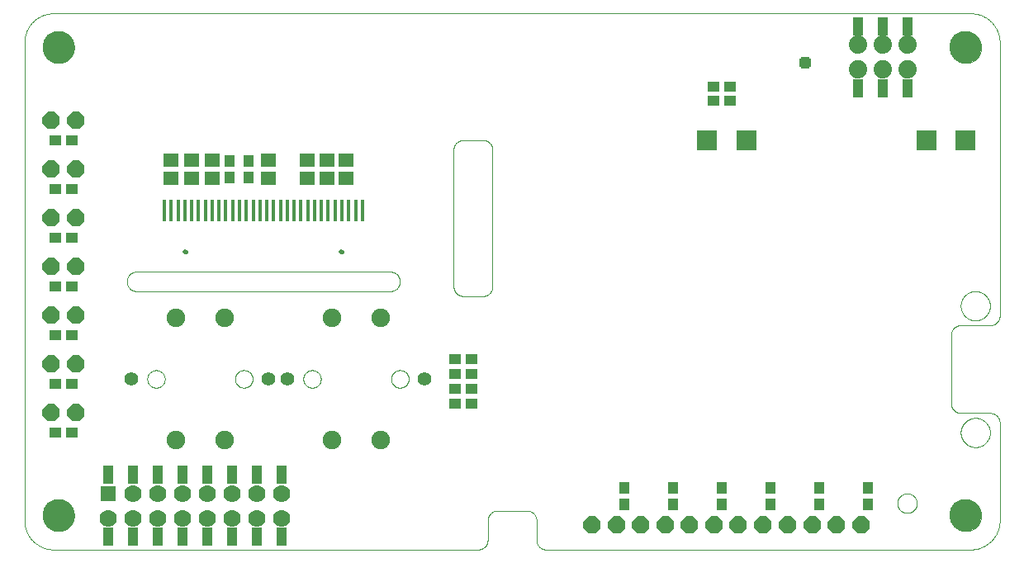
<source format=gbs>
G75*
%MOIN*%
%OFA0B0*%
%FSLAX25Y25*%
%IPPOS*%
%LPD*%
%AMOC8*
5,1,8,0,0,1.08239X$1,22.5*
%
%ADD10C,0.00000*%
%ADD11C,0.00039*%
%ADD12R,0.03943X0.07487*%
%ADD13C,0.04731*%
%ADD14R,0.01778X0.09061*%
%ADD15C,0.01975*%
%ADD16R,0.06306X0.05518*%
%ADD17R,0.04337X0.04731*%
%ADD18OC8,0.07000*%
%ADD19R,0.04731X0.04337*%
%ADD20C,0.12998*%
%ADD21C,0.07487*%
%ADD22C,0.00004*%
%ADD23C,0.05550*%
%ADD24R,0.08274X0.08274*%
%ADD25R,0.06337X0.06337*%
%ADD26C,0.07000*%
%ADD27C,0.07400*%
D10*
X0632645Y0139861D02*
X0632645Y0332774D01*
X0632648Y0333059D01*
X0632659Y0333345D01*
X0632676Y0333630D01*
X0632700Y0333914D01*
X0632731Y0334198D01*
X0632769Y0334481D01*
X0632814Y0334762D01*
X0632865Y0335043D01*
X0632923Y0335323D01*
X0632988Y0335601D01*
X0633060Y0335877D01*
X0633138Y0336151D01*
X0633223Y0336424D01*
X0633315Y0336694D01*
X0633413Y0336962D01*
X0633517Y0337228D01*
X0633628Y0337491D01*
X0633745Y0337751D01*
X0633868Y0338009D01*
X0633998Y0338263D01*
X0634134Y0338514D01*
X0634275Y0338762D01*
X0634423Y0339006D01*
X0634576Y0339247D01*
X0634736Y0339483D01*
X0634901Y0339716D01*
X0635071Y0339945D01*
X0635247Y0340170D01*
X0635429Y0340390D01*
X0635615Y0340606D01*
X0635807Y0340817D01*
X0636004Y0341024D01*
X0636206Y0341226D01*
X0636413Y0341423D01*
X0636624Y0341615D01*
X0636840Y0341801D01*
X0637060Y0341983D01*
X0637285Y0342159D01*
X0637514Y0342329D01*
X0637747Y0342494D01*
X0637983Y0342654D01*
X0638224Y0342807D01*
X0638468Y0342955D01*
X0638716Y0343096D01*
X0638967Y0343232D01*
X0639221Y0343362D01*
X0639479Y0343485D01*
X0639739Y0343602D01*
X0640002Y0343713D01*
X0640268Y0343817D01*
X0640536Y0343915D01*
X0640806Y0344007D01*
X0641079Y0344092D01*
X0641353Y0344170D01*
X0641629Y0344242D01*
X0641907Y0344307D01*
X0642187Y0344365D01*
X0642468Y0344416D01*
X0642749Y0344461D01*
X0643032Y0344499D01*
X0643316Y0344530D01*
X0643600Y0344554D01*
X0643885Y0344571D01*
X0644171Y0344582D01*
X0644456Y0344585D01*
X1014535Y0344585D01*
X1014820Y0344582D01*
X1015106Y0344571D01*
X1015391Y0344554D01*
X1015675Y0344530D01*
X1015959Y0344499D01*
X1016242Y0344461D01*
X1016523Y0344416D01*
X1016804Y0344365D01*
X1017084Y0344307D01*
X1017362Y0344242D01*
X1017638Y0344170D01*
X1017912Y0344092D01*
X1018185Y0344007D01*
X1018455Y0343915D01*
X1018723Y0343817D01*
X1018989Y0343713D01*
X1019252Y0343602D01*
X1019512Y0343485D01*
X1019770Y0343362D01*
X1020024Y0343232D01*
X1020275Y0343096D01*
X1020523Y0342955D01*
X1020767Y0342807D01*
X1021008Y0342654D01*
X1021244Y0342494D01*
X1021477Y0342329D01*
X1021706Y0342159D01*
X1021931Y0341983D01*
X1022151Y0341801D01*
X1022367Y0341615D01*
X1022578Y0341423D01*
X1022785Y0341226D01*
X1022987Y0341024D01*
X1023184Y0340817D01*
X1023376Y0340606D01*
X1023562Y0340390D01*
X1023744Y0340170D01*
X1023920Y0339945D01*
X1024090Y0339716D01*
X1024255Y0339483D01*
X1024415Y0339247D01*
X1024568Y0339006D01*
X1024716Y0338762D01*
X1024857Y0338514D01*
X1024993Y0338263D01*
X1025123Y0338009D01*
X1025246Y0337751D01*
X1025363Y0337491D01*
X1025474Y0337228D01*
X1025578Y0336962D01*
X1025676Y0336694D01*
X1025768Y0336424D01*
X1025853Y0336151D01*
X1025931Y0335877D01*
X1026003Y0335601D01*
X1026068Y0335323D01*
X1026126Y0335043D01*
X1026177Y0334762D01*
X1026222Y0334481D01*
X1026260Y0334198D01*
X1026291Y0333914D01*
X1026315Y0333630D01*
X1026332Y0333345D01*
X1026343Y0333059D01*
X1026346Y0332774D01*
X1026346Y0222538D01*
X1026344Y0222414D01*
X1026338Y0222291D01*
X1026329Y0222167D01*
X1026315Y0222045D01*
X1026298Y0221922D01*
X1026276Y0221800D01*
X1026251Y0221679D01*
X1026222Y0221559D01*
X1026190Y0221440D01*
X1026153Y0221321D01*
X1026113Y0221204D01*
X1026070Y0221089D01*
X1026022Y0220974D01*
X1025971Y0220862D01*
X1025917Y0220751D01*
X1025859Y0220641D01*
X1025798Y0220534D01*
X1025733Y0220428D01*
X1025665Y0220325D01*
X1025594Y0220224D01*
X1025520Y0220125D01*
X1025443Y0220028D01*
X1025362Y0219934D01*
X1025279Y0219843D01*
X1025193Y0219754D01*
X1025104Y0219668D01*
X1025013Y0219585D01*
X1024919Y0219504D01*
X1024822Y0219427D01*
X1024723Y0219353D01*
X1024622Y0219282D01*
X1024519Y0219214D01*
X1024413Y0219149D01*
X1024306Y0219088D01*
X1024196Y0219030D01*
X1024085Y0218976D01*
X1023973Y0218925D01*
X1023858Y0218877D01*
X1023743Y0218834D01*
X1023626Y0218794D01*
X1023507Y0218757D01*
X1023388Y0218725D01*
X1023268Y0218696D01*
X1023147Y0218671D01*
X1023025Y0218649D01*
X1022902Y0218632D01*
X1022780Y0218618D01*
X1022656Y0218609D01*
X1022533Y0218603D01*
X1022409Y0218601D01*
X1010598Y0218601D01*
X1010474Y0218599D01*
X1010351Y0218593D01*
X1010227Y0218584D01*
X1010105Y0218570D01*
X1009982Y0218553D01*
X1009860Y0218531D01*
X1009739Y0218506D01*
X1009619Y0218477D01*
X1009500Y0218445D01*
X1009381Y0218408D01*
X1009264Y0218368D01*
X1009149Y0218325D01*
X1009034Y0218277D01*
X1008922Y0218226D01*
X1008811Y0218172D01*
X1008701Y0218114D01*
X1008594Y0218053D01*
X1008488Y0217988D01*
X1008385Y0217920D01*
X1008284Y0217849D01*
X1008185Y0217775D01*
X1008088Y0217698D01*
X1007994Y0217617D01*
X1007903Y0217534D01*
X1007814Y0217448D01*
X1007728Y0217359D01*
X1007645Y0217268D01*
X1007564Y0217174D01*
X1007487Y0217077D01*
X1007413Y0216978D01*
X1007342Y0216877D01*
X1007274Y0216774D01*
X1007209Y0216668D01*
X1007148Y0216561D01*
X1007090Y0216451D01*
X1007036Y0216340D01*
X1006985Y0216228D01*
X1006937Y0216113D01*
X1006894Y0215998D01*
X1006854Y0215881D01*
X1006817Y0215762D01*
X1006785Y0215643D01*
X1006756Y0215523D01*
X1006731Y0215402D01*
X1006709Y0215280D01*
X1006692Y0215157D01*
X1006678Y0215035D01*
X1006669Y0214911D01*
X1006663Y0214788D01*
X1006661Y0214664D01*
X1006661Y0187105D01*
X1006663Y0186981D01*
X1006669Y0186858D01*
X1006678Y0186734D01*
X1006692Y0186612D01*
X1006709Y0186489D01*
X1006731Y0186367D01*
X1006756Y0186246D01*
X1006785Y0186126D01*
X1006817Y0186007D01*
X1006854Y0185888D01*
X1006894Y0185771D01*
X1006937Y0185656D01*
X1006985Y0185541D01*
X1007036Y0185429D01*
X1007090Y0185318D01*
X1007148Y0185208D01*
X1007209Y0185101D01*
X1007274Y0184995D01*
X1007342Y0184892D01*
X1007413Y0184791D01*
X1007487Y0184692D01*
X1007564Y0184595D01*
X1007645Y0184501D01*
X1007728Y0184410D01*
X1007814Y0184321D01*
X1007903Y0184235D01*
X1007994Y0184152D01*
X1008088Y0184071D01*
X1008185Y0183994D01*
X1008284Y0183920D01*
X1008385Y0183849D01*
X1008488Y0183781D01*
X1008594Y0183716D01*
X1008701Y0183655D01*
X1008811Y0183597D01*
X1008922Y0183543D01*
X1009034Y0183492D01*
X1009149Y0183444D01*
X1009264Y0183401D01*
X1009381Y0183361D01*
X1009500Y0183324D01*
X1009619Y0183292D01*
X1009739Y0183263D01*
X1009860Y0183238D01*
X1009982Y0183216D01*
X1010105Y0183199D01*
X1010227Y0183185D01*
X1010351Y0183176D01*
X1010474Y0183170D01*
X1010598Y0183168D01*
X1022409Y0183168D01*
X1022533Y0183166D01*
X1022656Y0183160D01*
X1022780Y0183151D01*
X1022902Y0183137D01*
X1023025Y0183120D01*
X1023147Y0183098D01*
X1023268Y0183073D01*
X1023388Y0183044D01*
X1023507Y0183012D01*
X1023626Y0182975D01*
X1023743Y0182935D01*
X1023858Y0182892D01*
X1023973Y0182844D01*
X1024085Y0182793D01*
X1024196Y0182739D01*
X1024306Y0182681D01*
X1024413Y0182620D01*
X1024519Y0182555D01*
X1024622Y0182487D01*
X1024723Y0182416D01*
X1024822Y0182342D01*
X1024919Y0182265D01*
X1025013Y0182184D01*
X1025104Y0182101D01*
X1025193Y0182015D01*
X1025279Y0181926D01*
X1025362Y0181835D01*
X1025443Y0181741D01*
X1025520Y0181644D01*
X1025594Y0181545D01*
X1025665Y0181444D01*
X1025733Y0181341D01*
X1025798Y0181235D01*
X1025859Y0181128D01*
X1025917Y0181018D01*
X1025971Y0180907D01*
X1026022Y0180795D01*
X1026070Y0180680D01*
X1026113Y0180565D01*
X1026153Y0180448D01*
X1026190Y0180329D01*
X1026222Y0180210D01*
X1026251Y0180090D01*
X1026276Y0179969D01*
X1026298Y0179847D01*
X1026315Y0179724D01*
X1026329Y0179602D01*
X1026338Y0179478D01*
X1026344Y0179355D01*
X1026346Y0179231D01*
X1026346Y0139861D01*
X1026343Y0139576D01*
X1026332Y0139290D01*
X1026315Y0139005D01*
X1026291Y0138721D01*
X1026260Y0138437D01*
X1026222Y0138154D01*
X1026177Y0137873D01*
X1026126Y0137592D01*
X1026068Y0137312D01*
X1026003Y0137034D01*
X1025931Y0136758D01*
X1025853Y0136484D01*
X1025768Y0136211D01*
X1025676Y0135941D01*
X1025578Y0135673D01*
X1025474Y0135407D01*
X1025363Y0135144D01*
X1025246Y0134884D01*
X1025123Y0134626D01*
X1024993Y0134372D01*
X1024857Y0134121D01*
X1024716Y0133873D01*
X1024568Y0133629D01*
X1024415Y0133388D01*
X1024255Y0133152D01*
X1024090Y0132919D01*
X1023920Y0132690D01*
X1023744Y0132465D01*
X1023562Y0132245D01*
X1023376Y0132029D01*
X1023184Y0131818D01*
X1022987Y0131611D01*
X1022785Y0131409D01*
X1022578Y0131212D01*
X1022367Y0131020D01*
X1022151Y0130834D01*
X1021931Y0130652D01*
X1021706Y0130476D01*
X1021477Y0130306D01*
X1021244Y0130141D01*
X1021008Y0129981D01*
X1020767Y0129828D01*
X1020523Y0129680D01*
X1020275Y0129539D01*
X1020024Y0129403D01*
X1019770Y0129273D01*
X1019512Y0129150D01*
X1019252Y0129033D01*
X1018989Y0128922D01*
X1018723Y0128818D01*
X1018455Y0128720D01*
X1018185Y0128628D01*
X1017912Y0128543D01*
X1017638Y0128465D01*
X1017362Y0128393D01*
X1017084Y0128328D01*
X1016804Y0128270D01*
X1016523Y0128219D01*
X1016242Y0128174D01*
X1015959Y0128136D01*
X1015675Y0128105D01*
X1015391Y0128081D01*
X1015106Y0128064D01*
X1014820Y0128053D01*
X1014535Y0128050D01*
X0843275Y0128050D01*
X0843151Y0128052D01*
X0843028Y0128058D01*
X0842904Y0128067D01*
X0842782Y0128081D01*
X0842659Y0128098D01*
X0842537Y0128120D01*
X0842416Y0128145D01*
X0842296Y0128174D01*
X0842177Y0128206D01*
X0842058Y0128243D01*
X0841941Y0128283D01*
X0841826Y0128326D01*
X0841711Y0128374D01*
X0841599Y0128425D01*
X0841488Y0128479D01*
X0841378Y0128537D01*
X0841271Y0128598D01*
X0841165Y0128663D01*
X0841062Y0128731D01*
X0840961Y0128802D01*
X0840862Y0128876D01*
X0840765Y0128953D01*
X0840671Y0129034D01*
X0840580Y0129117D01*
X0840491Y0129203D01*
X0840405Y0129292D01*
X0840322Y0129383D01*
X0840241Y0129477D01*
X0840164Y0129574D01*
X0840090Y0129673D01*
X0840019Y0129774D01*
X0839951Y0129877D01*
X0839886Y0129983D01*
X0839825Y0130090D01*
X0839767Y0130200D01*
X0839713Y0130311D01*
X0839662Y0130423D01*
X0839614Y0130538D01*
X0839571Y0130653D01*
X0839531Y0130770D01*
X0839494Y0130889D01*
X0839462Y0131008D01*
X0839433Y0131128D01*
X0839408Y0131249D01*
X0839386Y0131371D01*
X0839369Y0131494D01*
X0839355Y0131616D01*
X0839346Y0131740D01*
X0839340Y0131863D01*
X0839338Y0131987D01*
X0839338Y0139861D01*
X0839336Y0139985D01*
X0839330Y0140108D01*
X0839321Y0140232D01*
X0839307Y0140354D01*
X0839290Y0140477D01*
X0839268Y0140599D01*
X0839243Y0140720D01*
X0839214Y0140840D01*
X0839182Y0140959D01*
X0839145Y0141078D01*
X0839105Y0141195D01*
X0839062Y0141310D01*
X0839014Y0141425D01*
X0838963Y0141537D01*
X0838909Y0141648D01*
X0838851Y0141758D01*
X0838790Y0141865D01*
X0838725Y0141971D01*
X0838657Y0142074D01*
X0838586Y0142175D01*
X0838512Y0142274D01*
X0838435Y0142371D01*
X0838354Y0142465D01*
X0838271Y0142556D01*
X0838185Y0142645D01*
X0838096Y0142731D01*
X0838005Y0142814D01*
X0837911Y0142895D01*
X0837814Y0142972D01*
X0837715Y0143046D01*
X0837614Y0143117D01*
X0837511Y0143185D01*
X0837405Y0143250D01*
X0837298Y0143311D01*
X0837188Y0143369D01*
X0837077Y0143423D01*
X0836965Y0143474D01*
X0836850Y0143522D01*
X0836735Y0143565D01*
X0836618Y0143605D01*
X0836499Y0143642D01*
X0836380Y0143674D01*
X0836260Y0143703D01*
X0836139Y0143728D01*
X0836017Y0143750D01*
X0835894Y0143767D01*
X0835772Y0143781D01*
X0835648Y0143790D01*
X0835525Y0143796D01*
X0835401Y0143798D01*
X0823590Y0143798D01*
X0823466Y0143796D01*
X0823343Y0143790D01*
X0823219Y0143781D01*
X0823097Y0143767D01*
X0822974Y0143750D01*
X0822852Y0143728D01*
X0822731Y0143703D01*
X0822611Y0143674D01*
X0822492Y0143642D01*
X0822373Y0143605D01*
X0822256Y0143565D01*
X0822141Y0143522D01*
X0822026Y0143474D01*
X0821914Y0143423D01*
X0821803Y0143369D01*
X0821693Y0143311D01*
X0821586Y0143250D01*
X0821480Y0143185D01*
X0821377Y0143117D01*
X0821276Y0143046D01*
X0821177Y0142972D01*
X0821080Y0142895D01*
X0820986Y0142814D01*
X0820895Y0142731D01*
X0820806Y0142645D01*
X0820720Y0142556D01*
X0820637Y0142465D01*
X0820556Y0142371D01*
X0820479Y0142274D01*
X0820405Y0142175D01*
X0820334Y0142074D01*
X0820266Y0141971D01*
X0820201Y0141865D01*
X0820140Y0141758D01*
X0820082Y0141648D01*
X0820028Y0141537D01*
X0819977Y0141425D01*
X0819929Y0141310D01*
X0819886Y0141195D01*
X0819846Y0141078D01*
X0819809Y0140959D01*
X0819777Y0140840D01*
X0819748Y0140720D01*
X0819723Y0140599D01*
X0819701Y0140477D01*
X0819684Y0140354D01*
X0819670Y0140232D01*
X0819661Y0140108D01*
X0819655Y0139985D01*
X0819653Y0139861D01*
X0819653Y0131987D01*
X0819651Y0131863D01*
X0819645Y0131740D01*
X0819636Y0131616D01*
X0819622Y0131494D01*
X0819605Y0131371D01*
X0819583Y0131249D01*
X0819558Y0131128D01*
X0819529Y0131008D01*
X0819497Y0130889D01*
X0819460Y0130770D01*
X0819420Y0130653D01*
X0819377Y0130538D01*
X0819329Y0130423D01*
X0819278Y0130311D01*
X0819224Y0130200D01*
X0819166Y0130090D01*
X0819105Y0129983D01*
X0819040Y0129877D01*
X0818972Y0129774D01*
X0818901Y0129673D01*
X0818827Y0129574D01*
X0818750Y0129477D01*
X0818669Y0129383D01*
X0818586Y0129292D01*
X0818500Y0129203D01*
X0818411Y0129117D01*
X0818320Y0129034D01*
X0818226Y0128953D01*
X0818129Y0128876D01*
X0818030Y0128802D01*
X0817929Y0128731D01*
X0817826Y0128663D01*
X0817720Y0128598D01*
X0817613Y0128537D01*
X0817503Y0128479D01*
X0817392Y0128425D01*
X0817280Y0128374D01*
X0817165Y0128326D01*
X0817050Y0128283D01*
X0816933Y0128243D01*
X0816814Y0128206D01*
X0816695Y0128174D01*
X0816575Y0128145D01*
X0816454Y0128120D01*
X0816332Y0128098D01*
X0816209Y0128081D01*
X0816087Y0128067D01*
X0815963Y0128058D01*
X0815840Y0128052D01*
X0815716Y0128050D01*
X0644456Y0128050D01*
X0644171Y0128053D01*
X0643885Y0128064D01*
X0643600Y0128081D01*
X0643316Y0128105D01*
X0643032Y0128136D01*
X0642749Y0128174D01*
X0642468Y0128219D01*
X0642187Y0128270D01*
X0641907Y0128328D01*
X0641629Y0128393D01*
X0641353Y0128465D01*
X0641079Y0128543D01*
X0640806Y0128628D01*
X0640536Y0128720D01*
X0640268Y0128818D01*
X0640002Y0128922D01*
X0639739Y0129033D01*
X0639479Y0129150D01*
X0639221Y0129273D01*
X0638967Y0129403D01*
X0638716Y0129539D01*
X0638468Y0129680D01*
X0638224Y0129828D01*
X0637983Y0129981D01*
X0637747Y0130141D01*
X0637514Y0130306D01*
X0637285Y0130476D01*
X0637060Y0130652D01*
X0636840Y0130834D01*
X0636624Y0131020D01*
X0636413Y0131212D01*
X0636206Y0131409D01*
X0636004Y0131611D01*
X0635807Y0131818D01*
X0635615Y0132029D01*
X0635429Y0132245D01*
X0635247Y0132465D01*
X0635071Y0132690D01*
X0634901Y0132919D01*
X0634736Y0133152D01*
X0634576Y0133388D01*
X0634423Y0133629D01*
X0634275Y0133873D01*
X0634134Y0134121D01*
X0633998Y0134372D01*
X0633868Y0134626D01*
X0633745Y0134884D01*
X0633628Y0135144D01*
X0633517Y0135407D01*
X0633413Y0135673D01*
X0633315Y0135941D01*
X0633223Y0136211D01*
X0633138Y0136484D01*
X0633060Y0136758D01*
X0632988Y0137034D01*
X0632923Y0137312D01*
X0632865Y0137592D01*
X0632814Y0137873D01*
X0632769Y0138154D01*
X0632731Y0138437D01*
X0632700Y0138721D01*
X0632676Y0139005D01*
X0632659Y0139290D01*
X0632648Y0139576D01*
X0632645Y0139861D01*
X0640126Y0141830D02*
X0640128Y0141988D01*
X0640134Y0142146D01*
X0640144Y0142304D01*
X0640158Y0142462D01*
X0640176Y0142619D01*
X0640197Y0142776D01*
X0640223Y0142932D01*
X0640253Y0143088D01*
X0640286Y0143243D01*
X0640324Y0143396D01*
X0640365Y0143549D01*
X0640410Y0143701D01*
X0640459Y0143852D01*
X0640512Y0144001D01*
X0640568Y0144149D01*
X0640628Y0144295D01*
X0640692Y0144440D01*
X0640760Y0144583D01*
X0640831Y0144725D01*
X0640905Y0144865D01*
X0640983Y0145002D01*
X0641065Y0145138D01*
X0641149Y0145272D01*
X0641238Y0145403D01*
X0641329Y0145532D01*
X0641424Y0145659D01*
X0641521Y0145784D01*
X0641622Y0145906D01*
X0641726Y0146025D01*
X0641833Y0146142D01*
X0641943Y0146256D01*
X0642056Y0146367D01*
X0642171Y0146476D01*
X0642289Y0146581D01*
X0642410Y0146683D01*
X0642533Y0146783D01*
X0642659Y0146879D01*
X0642787Y0146972D01*
X0642917Y0147062D01*
X0643050Y0147148D01*
X0643185Y0147232D01*
X0643321Y0147311D01*
X0643460Y0147388D01*
X0643601Y0147460D01*
X0643743Y0147530D01*
X0643887Y0147595D01*
X0644033Y0147657D01*
X0644180Y0147715D01*
X0644329Y0147770D01*
X0644479Y0147821D01*
X0644630Y0147868D01*
X0644782Y0147911D01*
X0644935Y0147950D01*
X0645090Y0147986D01*
X0645245Y0148017D01*
X0645401Y0148045D01*
X0645557Y0148069D01*
X0645714Y0148089D01*
X0645872Y0148105D01*
X0646029Y0148117D01*
X0646188Y0148125D01*
X0646346Y0148129D01*
X0646504Y0148129D01*
X0646662Y0148125D01*
X0646821Y0148117D01*
X0646978Y0148105D01*
X0647136Y0148089D01*
X0647293Y0148069D01*
X0647449Y0148045D01*
X0647605Y0148017D01*
X0647760Y0147986D01*
X0647915Y0147950D01*
X0648068Y0147911D01*
X0648220Y0147868D01*
X0648371Y0147821D01*
X0648521Y0147770D01*
X0648670Y0147715D01*
X0648817Y0147657D01*
X0648963Y0147595D01*
X0649107Y0147530D01*
X0649249Y0147460D01*
X0649390Y0147388D01*
X0649529Y0147311D01*
X0649665Y0147232D01*
X0649800Y0147148D01*
X0649933Y0147062D01*
X0650063Y0146972D01*
X0650191Y0146879D01*
X0650317Y0146783D01*
X0650440Y0146683D01*
X0650561Y0146581D01*
X0650679Y0146476D01*
X0650794Y0146367D01*
X0650907Y0146256D01*
X0651017Y0146142D01*
X0651124Y0146025D01*
X0651228Y0145906D01*
X0651329Y0145784D01*
X0651426Y0145659D01*
X0651521Y0145532D01*
X0651612Y0145403D01*
X0651701Y0145272D01*
X0651785Y0145138D01*
X0651867Y0145002D01*
X0651945Y0144865D01*
X0652019Y0144725D01*
X0652090Y0144583D01*
X0652158Y0144440D01*
X0652222Y0144295D01*
X0652282Y0144149D01*
X0652338Y0144001D01*
X0652391Y0143852D01*
X0652440Y0143701D01*
X0652485Y0143549D01*
X0652526Y0143396D01*
X0652564Y0143243D01*
X0652597Y0143088D01*
X0652627Y0142932D01*
X0652653Y0142776D01*
X0652674Y0142619D01*
X0652692Y0142462D01*
X0652706Y0142304D01*
X0652716Y0142146D01*
X0652722Y0141988D01*
X0652724Y0141830D01*
X0652722Y0141672D01*
X0652716Y0141514D01*
X0652706Y0141356D01*
X0652692Y0141198D01*
X0652674Y0141041D01*
X0652653Y0140884D01*
X0652627Y0140728D01*
X0652597Y0140572D01*
X0652564Y0140417D01*
X0652526Y0140264D01*
X0652485Y0140111D01*
X0652440Y0139959D01*
X0652391Y0139808D01*
X0652338Y0139659D01*
X0652282Y0139511D01*
X0652222Y0139365D01*
X0652158Y0139220D01*
X0652090Y0139077D01*
X0652019Y0138935D01*
X0651945Y0138795D01*
X0651867Y0138658D01*
X0651785Y0138522D01*
X0651701Y0138388D01*
X0651612Y0138257D01*
X0651521Y0138128D01*
X0651426Y0138001D01*
X0651329Y0137876D01*
X0651228Y0137754D01*
X0651124Y0137635D01*
X0651017Y0137518D01*
X0650907Y0137404D01*
X0650794Y0137293D01*
X0650679Y0137184D01*
X0650561Y0137079D01*
X0650440Y0136977D01*
X0650317Y0136877D01*
X0650191Y0136781D01*
X0650063Y0136688D01*
X0649933Y0136598D01*
X0649800Y0136512D01*
X0649665Y0136428D01*
X0649529Y0136349D01*
X0649390Y0136272D01*
X0649249Y0136200D01*
X0649107Y0136130D01*
X0648963Y0136065D01*
X0648817Y0136003D01*
X0648670Y0135945D01*
X0648521Y0135890D01*
X0648371Y0135839D01*
X0648220Y0135792D01*
X0648068Y0135749D01*
X0647915Y0135710D01*
X0647760Y0135674D01*
X0647605Y0135643D01*
X0647449Y0135615D01*
X0647293Y0135591D01*
X0647136Y0135571D01*
X0646978Y0135555D01*
X0646821Y0135543D01*
X0646662Y0135535D01*
X0646504Y0135531D01*
X0646346Y0135531D01*
X0646188Y0135535D01*
X0646029Y0135543D01*
X0645872Y0135555D01*
X0645714Y0135571D01*
X0645557Y0135591D01*
X0645401Y0135615D01*
X0645245Y0135643D01*
X0645090Y0135674D01*
X0644935Y0135710D01*
X0644782Y0135749D01*
X0644630Y0135792D01*
X0644479Y0135839D01*
X0644329Y0135890D01*
X0644180Y0135945D01*
X0644033Y0136003D01*
X0643887Y0136065D01*
X0643743Y0136130D01*
X0643601Y0136200D01*
X0643460Y0136272D01*
X0643321Y0136349D01*
X0643185Y0136428D01*
X0643050Y0136512D01*
X0642917Y0136598D01*
X0642787Y0136688D01*
X0642659Y0136781D01*
X0642533Y0136877D01*
X0642410Y0136977D01*
X0642289Y0137079D01*
X0642171Y0137184D01*
X0642056Y0137293D01*
X0641943Y0137404D01*
X0641833Y0137518D01*
X0641726Y0137635D01*
X0641622Y0137754D01*
X0641521Y0137876D01*
X0641424Y0138001D01*
X0641329Y0138128D01*
X0641238Y0138257D01*
X0641149Y0138388D01*
X0641065Y0138522D01*
X0640983Y0138658D01*
X0640905Y0138795D01*
X0640831Y0138935D01*
X0640760Y0139077D01*
X0640692Y0139220D01*
X0640628Y0139365D01*
X0640568Y0139511D01*
X0640512Y0139659D01*
X0640459Y0139808D01*
X0640410Y0139959D01*
X0640365Y0140111D01*
X0640324Y0140264D01*
X0640286Y0140417D01*
X0640253Y0140572D01*
X0640223Y0140728D01*
X0640197Y0140884D01*
X0640176Y0141041D01*
X0640158Y0141198D01*
X0640144Y0141356D01*
X0640134Y0141514D01*
X0640128Y0141672D01*
X0640126Y0141830D01*
X0664358Y0140767D02*
X0664360Y0140860D01*
X0664366Y0140952D01*
X0664376Y0141044D01*
X0664390Y0141135D01*
X0664407Y0141226D01*
X0664429Y0141316D01*
X0664454Y0141405D01*
X0664483Y0141493D01*
X0664516Y0141579D01*
X0664553Y0141664D01*
X0664593Y0141748D01*
X0664637Y0141829D01*
X0664684Y0141909D01*
X0664734Y0141987D01*
X0664788Y0142062D01*
X0664845Y0142135D01*
X0664905Y0142205D01*
X0664968Y0142273D01*
X0665034Y0142338D01*
X0665102Y0142400D01*
X0665173Y0142460D01*
X0665247Y0142516D01*
X0665323Y0142569D01*
X0665401Y0142618D01*
X0665481Y0142665D01*
X0665563Y0142707D01*
X0665647Y0142747D01*
X0665732Y0142782D01*
X0665819Y0142814D01*
X0665907Y0142843D01*
X0665996Y0142867D01*
X0666086Y0142888D01*
X0666177Y0142904D01*
X0666269Y0142917D01*
X0666361Y0142926D01*
X0666454Y0142931D01*
X0666546Y0142932D01*
X0666639Y0142929D01*
X0666731Y0142922D01*
X0666823Y0142911D01*
X0666914Y0142896D01*
X0667005Y0142878D01*
X0667095Y0142855D01*
X0667183Y0142829D01*
X0667271Y0142799D01*
X0667357Y0142765D01*
X0667441Y0142728D01*
X0667524Y0142686D01*
X0667605Y0142642D01*
X0667685Y0142594D01*
X0667762Y0142543D01*
X0667836Y0142488D01*
X0667909Y0142430D01*
X0667979Y0142370D01*
X0668046Y0142306D01*
X0668110Y0142240D01*
X0668172Y0142170D01*
X0668230Y0142099D01*
X0668285Y0142025D01*
X0668337Y0141948D01*
X0668386Y0141869D01*
X0668432Y0141789D01*
X0668474Y0141706D01*
X0668512Y0141622D01*
X0668547Y0141536D01*
X0668578Y0141449D01*
X0668605Y0141361D01*
X0668628Y0141271D01*
X0668648Y0141181D01*
X0668664Y0141090D01*
X0668676Y0140998D01*
X0668684Y0140906D01*
X0668688Y0140813D01*
X0668688Y0140721D01*
X0668684Y0140628D01*
X0668676Y0140536D01*
X0668664Y0140444D01*
X0668648Y0140353D01*
X0668628Y0140263D01*
X0668605Y0140173D01*
X0668578Y0140085D01*
X0668547Y0139998D01*
X0668512Y0139912D01*
X0668474Y0139828D01*
X0668432Y0139745D01*
X0668386Y0139665D01*
X0668337Y0139586D01*
X0668285Y0139509D01*
X0668230Y0139435D01*
X0668172Y0139364D01*
X0668110Y0139294D01*
X0668046Y0139228D01*
X0667979Y0139164D01*
X0667909Y0139104D01*
X0667836Y0139046D01*
X0667762Y0138991D01*
X0667685Y0138940D01*
X0667606Y0138892D01*
X0667524Y0138848D01*
X0667441Y0138806D01*
X0667357Y0138769D01*
X0667271Y0138735D01*
X0667183Y0138705D01*
X0667095Y0138679D01*
X0667005Y0138656D01*
X0666914Y0138638D01*
X0666823Y0138623D01*
X0666731Y0138612D01*
X0666639Y0138605D01*
X0666546Y0138602D01*
X0666454Y0138603D01*
X0666361Y0138608D01*
X0666269Y0138617D01*
X0666177Y0138630D01*
X0666086Y0138646D01*
X0665996Y0138667D01*
X0665907Y0138691D01*
X0665819Y0138720D01*
X0665732Y0138752D01*
X0665647Y0138787D01*
X0665563Y0138827D01*
X0665481Y0138869D01*
X0665401Y0138916D01*
X0665323Y0138965D01*
X0665247Y0139018D01*
X0665173Y0139074D01*
X0665102Y0139134D01*
X0665034Y0139196D01*
X0664968Y0139261D01*
X0664905Y0139329D01*
X0664845Y0139399D01*
X0664788Y0139472D01*
X0664734Y0139547D01*
X0664684Y0139625D01*
X0664637Y0139705D01*
X0664593Y0139786D01*
X0664553Y0139870D01*
X0664516Y0139955D01*
X0664483Y0140041D01*
X0664454Y0140129D01*
X0664429Y0140218D01*
X0664407Y0140308D01*
X0664390Y0140399D01*
X0664376Y0140490D01*
X0664366Y0140582D01*
X0664360Y0140674D01*
X0664358Y0140767D01*
X0674358Y0140767D02*
X0674360Y0140860D01*
X0674366Y0140952D01*
X0674376Y0141044D01*
X0674390Y0141135D01*
X0674407Y0141226D01*
X0674429Y0141316D01*
X0674454Y0141405D01*
X0674483Y0141493D01*
X0674516Y0141579D01*
X0674553Y0141664D01*
X0674593Y0141748D01*
X0674637Y0141829D01*
X0674684Y0141909D01*
X0674734Y0141987D01*
X0674788Y0142062D01*
X0674845Y0142135D01*
X0674905Y0142205D01*
X0674968Y0142273D01*
X0675034Y0142338D01*
X0675102Y0142400D01*
X0675173Y0142460D01*
X0675247Y0142516D01*
X0675323Y0142569D01*
X0675401Y0142618D01*
X0675481Y0142665D01*
X0675563Y0142707D01*
X0675647Y0142747D01*
X0675732Y0142782D01*
X0675819Y0142814D01*
X0675907Y0142843D01*
X0675996Y0142867D01*
X0676086Y0142888D01*
X0676177Y0142904D01*
X0676269Y0142917D01*
X0676361Y0142926D01*
X0676454Y0142931D01*
X0676546Y0142932D01*
X0676639Y0142929D01*
X0676731Y0142922D01*
X0676823Y0142911D01*
X0676914Y0142896D01*
X0677005Y0142878D01*
X0677095Y0142855D01*
X0677183Y0142829D01*
X0677271Y0142799D01*
X0677357Y0142765D01*
X0677441Y0142728D01*
X0677524Y0142686D01*
X0677605Y0142642D01*
X0677685Y0142594D01*
X0677762Y0142543D01*
X0677836Y0142488D01*
X0677909Y0142430D01*
X0677979Y0142370D01*
X0678046Y0142306D01*
X0678110Y0142240D01*
X0678172Y0142170D01*
X0678230Y0142099D01*
X0678285Y0142025D01*
X0678337Y0141948D01*
X0678386Y0141869D01*
X0678432Y0141789D01*
X0678474Y0141706D01*
X0678512Y0141622D01*
X0678547Y0141536D01*
X0678578Y0141449D01*
X0678605Y0141361D01*
X0678628Y0141271D01*
X0678648Y0141181D01*
X0678664Y0141090D01*
X0678676Y0140998D01*
X0678684Y0140906D01*
X0678688Y0140813D01*
X0678688Y0140721D01*
X0678684Y0140628D01*
X0678676Y0140536D01*
X0678664Y0140444D01*
X0678648Y0140353D01*
X0678628Y0140263D01*
X0678605Y0140173D01*
X0678578Y0140085D01*
X0678547Y0139998D01*
X0678512Y0139912D01*
X0678474Y0139828D01*
X0678432Y0139745D01*
X0678386Y0139665D01*
X0678337Y0139586D01*
X0678285Y0139509D01*
X0678230Y0139435D01*
X0678172Y0139364D01*
X0678110Y0139294D01*
X0678046Y0139228D01*
X0677979Y0139164D01*
X0677909Y0139104D01*
X0677836Y0139046D01*
X0677762Y0138991D01*
X0677685Y0138940D01*
X0677606Y0138892D01*
X0677524Y0138848D01*
X0677441Y0138806D01*
X0677357Y0138769D01*
X0677271Y0138735D01*
X0677183Y0138705D01*
X0677095Y0138679D01*
X0677005Y0138656D01*
X0676914Y0138638D01*
X0676823Y0138623D01*
X0676731Y0138612D01*
X0676639Y0138605D01*
X0676546Y0138602D01*
X0676454Y0138603D01*
X0676361Y0138608D01*
X0676269Y0138617D01*
X0676177Y0138630D01*
X0676086Y0138646D01*
X0675996Y0138667D01*
X0675907Y0138691D01*
X0675819Y0138720D01*
X0675732Y0138752D01*
X0675647Y0138787D01*
X0675563Y0138827D01*
X0675481Y0138869D01*
X0675401Y0138916D01*
X0675323Y0138965D01*
X0675247Y0139018D01*
X0675173Y0139074D01*
X0675102Y0139134D01*
X0675034Y0139196D01*
X0674968Y0139261D01*
X0674905Y0139329D01*
X0674845Y0139399D01*
X0674788Y0139472D01*
X0674734Y0139547D01*
X0674684Y0139625D01*
X0674637Y0139705D01*
X0674593Y0139786D01*
X0674553Y0139870D01*
X0674516Y0139955D01*
X0674483Y0140041D01*
X0674454Y0140129D01*
X0674429Y0140218D01*
X0674407Y0140308D01*
X0674390Y0140399D01*
X0674376Y0140490D01*
X0674366Y0140582D01*
X0674360Y0140674D01*
X0674358Y0140767D01*
X0684358Y0140767D02*
X0684360Y0140860D01*
X0684366Y0140952D01*
X0684376Y0141044D01*
X0684390Y0141135D01*
X0684407Y0141226D01*
X0684429Y0141316D01*
X0684454Y0141405D01*
X0684483Y0141493D01*
X0684516Y0141579D01*
X0684553Y0141664D01*
X0684593Y0141748D01*
X0684637Y0141829D01*
X0684684Y0141909D01*
X0684734Y0141987D01*
X0684788Y0142062D01*
X0684845Y0142135D01*
X0684905Y0142205D01*
X0684968Y0142273D01*
X0685034Y0142338D01*
X0685102Y0142400D01*
X0685173Y0142460D01*
X0685247Y0142516D01*
X0685323Y0142569D01*
X0685401Y0142618D01*
X0685481Y0142665D01*
X0685563Y0142707D01*
X0685647Y0142747D01*
X0685732Y0142782D01*
X0685819Y0142814D01*
X0685907Y0142843D01*
X0685996Y0142867D01*
X0686086Y0142888D01*
X0686177Y0142904D01*
X0686269Y0142917D01*
X0686361Y0142926D01*
X0686454Y0142931D01*
X0686546Y0142932D01*
X0686639Y0142929D01*
X0686731Y0142922D01*
X0686823Y0142911D01*
X0686914Y0142896D01*
X0687005Y0142878D01*
X0687095Y0142855D01*
X0687183Y0142829D01*
X0687271Y0142799D01*
X0687357Y0142765D01*
X0687441Y0142728D01*
X0687524Y0142686D01*
X0687605Y0142642D01*
X0687685Y0142594D01*
X0687762Y0142543D01*
X0687836Y0142488D01*
X0687909Y0142430D01*
X0687979Y0142370D01*
X0688046Y0142306D01*
X0688110Y0142240D01*
X0688172Y0142170D01*
X0688230Y0142099D01*
X0688285Y0142025D01*
X0688337Y0141948D01*
X0688386Y0141869D01*
X0688432Y0141789D01*
X0688474Y0141706D01*
X0688512Y0141622D01*
X0688547Y0141536D01*
X0688578Y0141449D01*
X0688605Y0141361D01*
X0688628Y0141271D01*
X0688648Y0141181D01*
X0688664Y0141090D01*
X0688676Y0140998D01*
X0688684Y0140906D01*
X0688688Y0140813D01*
X0688688Y0140721D01*
X0688684Y0140628D01*
X0688676Y0140536D01*
X0688664Y0140444D01*
X0688648Y0140353D01*
X0688628Y0140263D01*
X0688605Y0140173D01*
X0688578Y0140085D01*
X0688547Y0139998D01*
X0688512Y0139912D01*
X0688474Y0139828D01*
X0688432Y0139745D01*
X0688386Y0139665D01*
X0688337Y0139586D01*
X0688285Y0139509D01*
X0688230Y0139435D01*
X0688172Y0139364D01*
X0688110Y0139294D01*
X0688046Y0139228D01*
X0687979Y0139164D01*
X0687909Y0139104D01*
X0687836Y0139046D01*
X0687762Y0138991D01*
X0687685Y0138940D01*
X0687606Y0138892D01*
X0687524Y0138848D01*
X0687441Y0138806D01*
X0687357Y0138769D01*
X0687271Y0138735D01*
X0687183Y0138705D01*
X0687095Y0138679D01*
X0687005Y0138656D01*
X0686914Y0138638D01*
X0686823Y0138623D01*
X0686731Y0138612D01*
X0686639Y0138605D01*
X0686546Y0138602D01*
X0686454Y0138603D01*
X0686361Y0138608D01*
X0686269Y0138617D01*
X0686177Y0138630D01*
X0686086Y0138646D01*
X0685996Y0138667D01*
X0685907Y0138691D01*
X0685819Y0138720D01*
X0685732Y0138752D01*
X0685647Y0138787D01*
X0685563Y0138827D01*
X0685481Y0138869D01*
X0685401Y0138916D01*
X0685323Y0138965D01*
X0685247Y0139018D01*
X0685173Y0139074D01*
X0685102Y0139134D01*
X0685034Y0139196D01*
X0684968Y0139261D01*
X0684905Y0139329D01*
X0684845Y0139399D01*
X0684788Y0139472D01*
X0684734Y0139547D01*
X0684684Y0139625D01*
X0684637Y0139705D01*
X0684593Y0139786D01*
X0684553Y0139870D01*
X0684516Y0139955D01*
X0684483Y0140041D01*
X0684454Y0140129D01*
X0684429Y0140218D01*
X0684407Y0140308D01*
X0684390Y0140399D01*
X0684376Y0140490D01*
X0684366Y0140582D01*
X0684360Y0140674D01*
X0684358Y0140767D01*
X0694358Y0140767D02*
X0694360Y0140860D01*
X0694366Y0140952D01*
X0694376Y0141044D01*
X0694390Y0141135D01*
X0694407Y0141226D01*
X0694429Y0141316D01*
X0694454Y0141405D01*
X0694483Y0141493D01*
X0694516Y0141579D01*
X0694553Y0141664D01*
X0694593Y0141748D01*
X0694637Y0141829D01*
X0694684Y0141909D01*
X0694734Y0141987D01*
X0694788Y0142062D01*
X0694845Y0142135D01*
X0694905Y0142205D01*
X0694968Y0142273D01*
X0695034Y0142338D01*
X0695102Y0142400D01*
X0695173Y0142460D01*
X0695247Y0142516D01*
X0695323Y0142569D01*
X0695401Y0142618D01*
X0695481Y0142665D01*
X0695563Y0142707D01*
X0695647Y0142747D01*
X0695732Y0142782D01*
X0695819Y0142814D01*
X0695907Y0142843D01*
X0695996Y0142867D01*
X0696086Y0142888D01*
X0696177Y0142904D01*
X0696269Y0142917D01*
X0696361Y0142926D01*
X0696454Y0142931D01*
X0696546Y0142932D01*
X0696639Y0142929D01*
X0696731Y0142922D01*
X0696823Y0142911D01*
X0696914Y0142896D01*
X0697005Y0142878D01*
X0697095Y0142855D01*
X0697183Y0142829D01*
X0697271Y0142799D01*
X0697357Y0142765D01*
X0697441Y0142728D01*
X0697524Y0142686D01*
X0697605Y0142642D01*
X0697685Y0142594D01*
X0697762Y0142543D01*
X0697836Y0142488D01*
X0697909Y0142430D01*
X0697979Y0142370D01*
X0698046Y0142306D01*
X0698110Y0142240D01*
X0698172Y0142170D01*
X0698230Y0142099D01*
X0698285Y0142025D01*
X0698337Y0141948D01*
X0698386Y0141869D01*
X0698432Y0141789D01*
X0698474Y0141706D01*
X0698512Y0141622D01*
X0698547Y0141536D01*
X0698578Y0141449D01*
X0698605Y0141361D01*
X0698628Y0141271D01*
X0698648Y0141181D01*
X0698664Y0141090D01*
X0698676Y0140998D01*
X0698684Y0140906D01*
X0698688Y0140813D01*
X0698688Y0140721D01*
X0698684Y0140628D01*
X0698676Y0140536D01*
X0698664Y0140444D01*
X0698648Y0140353D01*
X0698628Y0140263D01*
X0698605Y0140173D01*
X0698578Y0140085D01*
X0698547Y0139998D01*
X0698512Y0139912D01*
X0698474Y0139828D01*
X0698432Y0139745D01*
X0698386Y0139665D01*
X0698337Y0139586D01*
X0698285Y0139509D01*
X0698230Y0139435D01*
X0698172Y0139364D01*
X0698110Y0139294D01*
X0698046Y0139228D01*
X0697979Y0139164D01*
X0697909Y0139104D01*
X0697836Y0139046D01*
X0697762Y0138991D01*
X0697685Y0138940D01*
X0697606Y0138892D01*
X0697524Y0138848D01*
X0697441Y0138806D01*
X0697357Y0138769D01*
X0697271Y0138735D01*
X0697183Y0138705D01*
X0697095Y0138679D01*
X0697005Y0138656D01*
X0696914Y0138638D01*
X0696823Y0138623D01*
X0696731Y0138612D01*
X0696639Y0138605D01*
X0696546Y0138602D01*
X0696454Y0138603D01*
X0696361Y0138608D01*
X0696269Y0138617D01*
X0696177Y0138630D01*
X0696086Y0138646D01*
X0695996Y0138667D01*
X0695907Y0138691D01*
X0695819Y0138720D01*
X0695732Y0138752D01*
X0695647Y0138787D01*
X0695563Y0138827D01*
X0695481Y0138869D01*
X0695401Y0138916D01*
X0695323Y0138965D01*
X0695247Y0139018D01*
X0695173Y0139074D01*
X0695102Y0139134D01*
X0695034Y0139196D01*
X0694968Y0139261D01*
X0694905Y0139329D01*
X0694845Y0139399D01*
X0694788Y0139472D01*
X0694734Y0139547D01*
X0694684Y0139625D01*
X0694637Y0139705D01*
X0694593Y0139786D01*
X0694553Y0139870D01*
X0694516Y0139955D01*
X0694483Y0140041D01*
X0694454Y0140129D01*
X0694429Y0140218D01*
X0694407Y0140308D01*
X0694390Y0140399D01*
X0694376Y0140490D01*
X0694366Y0140582D01*
X0694360Y0140674D01*
X0694358Y0140767D01*
X0704397Y0140767D02*
X0704399Y0140860D01*
X0704405Y0140952D01*
X0704415Y0141044D01*
X0704429Y0141135D01*
X0704446Y0141226D01*
X0704468Y0141316D01*
X0704493Y0141405D01*
X0704522Y0141493D01*
X0704555Y0141579D01*
X0704592Y0141664D01*
X0704632Y0141748D01*
X0704676Y0141829D01*
X0704723Y0141909D01*
X0704773Y0141987D01*
X0704827Y0142062D01*
X0704884Y0142135D01*
X0704944Y0142205D01*
X0705007Y0142273D01*
X0705073Y0142338D01*
X0705141Y0142400D01*
X0705212Y0142460D01*
X0705286Y0142516D01*
X0705362Y0142569D01*
X0705440Y0142618D01*
X0705520Y0142665D01*
X0705602Y0142707D01*
X0705686Y0142747D01*
X0705771Y0142782D01*
X0705858Y0142814D01*
X0705946Y0142843D01*
X0706035Y0142867D01*
X0706125Y0142888D01*
X0706216Y0142904D01*
X0706308Y0142917D01*
X0706400Y0142926D01*
X0706493Y0142931D01*
X0706585Y0142932D01*
X0706678Y0142929D01*
X0706770Y0142922D01*
X0706862Y0142911D01*
X0706953Y0142896D01*
X0707044Y0142878D01*
X0707134Y0142855D01*
X0707222Y0142829D01*
X0707310Y0142799D01*
X0707396Y0142765D01*
X0707480Y0142728D01*
X0707563Y0142686D01*
X0707644Y0142642D01*
X0707724Y0142594D01*
X0707801Y0142543D01*
X0707875Y0142488D01*
X0707948Y0142430D01*
X0708018Y0142370D01*
X0708085Y0142306D01*
X0708149Y0142240D01*
X0708211Y0142170D01*
X0708269Y0142099D01*
X0708324Y0142025D01*
X0708376Y0141948D01*
X0708425Y0141869D01*
X0708471Y0141789D01*
X0708513Y0141706D01*
X0708551Y0141622D01*
X0708586Y0141536D01*
X0708617Y0141449D01*
X0708644Y0141361D01*
X0708667Y0141271D01*
X0708687Y0141181D01*
X0708703Y0141090D01*
X0708715Y0140998D01*
X0708723Y0140906D01*
X0708727Y0140813D01*
X0708727Y0140721D01*
X0708723Y0140628D01*
X0708715Y0140536D01*
X0708703Y0140444D01*
X0708687Y0140353D01*
X0708667Y0140263D01*
X0708644Y0140173D01*
X0708617Y0140085D01*
X0708586Y0139998D01*
X0708551Y0139912D01*
X0708513Y0139828D01*
X0708471Y0139745D01*
X0708425Y0139665D01*
X0708376Y0139586D01*
X0708324Y0139509D01*
X0708269Y0139435D01*
X0708211Y0139364D01*
X0708149Y0139294D01*
X0708085Y0139228D01*
X0708018Y0139164D01*
X0707948Y0139104D01*
X0707875Y0139046D01*
X0707801Y0138991D01*
X0707724Y0138940D01*
X0707645Y0138892D01*
X0707563Y0138848D01*
X0707480Y0138806D01*
X0707396Y0138769D01*
X0707310Y0138735D01*
X0707222Y0138705D01*
X0707134Y0138679D01*
X0707044Y0138656D01*
X0706953Y0138638D01*
X0706862Y0138623D01*
X0706770Y0138612D01*
X0706678Y0138605D01*
X0706585Y0138602D01*
X0706493Y0138603D01*
X0706400Y0138608D01*
X0706308Y0138617D01*
X0706216Y0138630D01*
X0706125Y0138646D01*
X0706035Y0138667D01*
X0705946Y0138691D01*
X0705858Y0138720D01*
X0705771Y0138752D01*
X0705686Y0138787D01*
X0705602Y0138827D01*
X0705520Y0138869D01*
X0705440Y0138916D01*
X0705362Y0138965D01*
X0705286Y0139018D01*
X0705212Y0139074D01*
X0705141Y0139134D01*
X0705073Y0139196D01*
X0705007Y0139261D01*
X0704944Y0139329D01*
X0704884Y0139399D01*
X0704827Y0139472D01*
X0704773Y0139547D01*
X0704723Y0139625D01*
X0704676Y0139705D01*
X0704632Y0139786D01*
X0704592Y0139870D01*
X0704555Y0139955D01*
X0704522Y0140041D01*
X0704493Y0140129D01*
X0704468Y0140218D01*
X0704446Y0140308D01*
X0704429Y0140399D01*
X0704415Y0140490D01*
X0704405Y0140582D01*
X0704399Y0140674D01*
X0704397Y0140767D01*
X0714397Y0140767D02*
X0714399Y0140860D01*
X0714405Y0140952D01*
X0714415Y0141044D01*
X0714429Y0141135D01*
X0714446Y0141226D01*
X0714468Y0141316D01*
X0714493Y0141405D01*
X0714522Y0141493D01*
X0714555Y0141579D01*
X0714592Y0141664D01*
X0714632Y0141748D01*
X0714676Y0141829D01*
X0714723Y0141909D01*
X0714773Y0141987D01*
X0714827Y0142062D01*
X0714884Y0142135D01*
X0714944Y0142205D01*
X0715007Y0142273D01*
X0715073Y0142338D01*
X0715141Y0142400D01*
X0715212Y0142460D01*
X0715286Y0142516D01*
X0715362Y0142569D01*
X0715440Y0142618D01*
X0715520Y0142665D01*
X0715602Y0142707D01*
X0715686Y0142747D01*
X0715771Y0142782D01*
X0715858Y0142814D01*
X0715946Y0142843D01*
X0716035Y0142867D01*
X0716125Y0142888D01*
X0716216Y0142904D01*
X0716308Y0142917D01*
X0716400Y0142926D01*
X0716493Y0142931D01*
X0716585Y0142932D01*
X0716678Y0142929D01*
X0716770Y0142922D01*
X0716862Y0142911D01*
X0716953Y0142896D01*
X0717044Y0142878D01*
X0717134Y0142855D01*
X0717222Y0142829D01*
X0717310Y0142799D01*
X0717396Y0142765D01*
X0717480Y0142728D01*
X0717563Y0142686D01*
X0717644Y0142642D01*
X0717724Y0142594D01*
X0717801Y0142543D01*
X0717875Y0142488D01*
X0717948Y0142430D01*
X0718018Y0142370D01*
X0718085Y0142306D01*
X0718149Y0142240D01*
X0718211Y0142170D01*
X0718269Y0142099D01*
X0718324Y0142025D01*
X0718376Y0141948D01*
X0718425Y0141869D01*
X0718471Y0141789D01*
X0718513Y0141706D01*
X0718551Y0141622D01*
X0718586Y0141536D01*
X0718617Y0141449D01*
X0718644Y0141361D01*
X0718667Y0141271D01*
X0718687Y0141181D01*
X0718703Y0141090D01*
X0718715Y0140998D01*
X0718723Y0140906D01*
X0718727Y0140813D01*
X0718727Y0140721D01*
X0718723Y0140628D01*
X0718715Y0140536D01*
X0718703Y0140444D01*
X0718687Y0140353D01*
X0718667Y0140263D01*
X0718644Y0140173D01*
X0718617Y0140085D01*
X0718586Y0139998D01*
X0718551Y0139912D01*
X0718513Y0139828D01*
X0718471Y0139745D01*
X0718425Y0139665D01*
X0718376Y0139586D01*
X0718324Y0139509D01*
X0718269Y0139435D01*
X0718211Y0139364D01*
X0718149Y0139294D01*
X0718085Y0139228D01*
X0718018Y0139164D01*
X0717948Y0139104D01*
X0717875Y0139046D01*
X0717801Y0138991D01*
X0717724Y0138940D01*
X0717645Y0138892D01*
X0717563Y0138848D01*
X0717480Y0138806D01*
X0717396Y0138769D01*
X0717310Y0138735D01*
X0717222Y0138705D01*
X0717134Y0138679D01*
X0717044Y0138656D01*
X0716953Y0138638D01*
X0716862Y0138623D01*
X0716770Y0138612D01*
X0716678Y0138605D01*
X0716585Y0138602D01*
X0716493Y0138603D01*
X0716400Y0138608D01*
X0716308Y0138617D01*
X0716216Y0138630D01*
X0716125Y0138646D01*
X0716035Y0138667D01*
X0715946Y0138691D01*
X0715858Y0138720D01*
X0715771Y0138752D01*
X0715686Y0138787D01*
X0715602Y0138827D01*
X0715520Y0138869D01*
X0715440Y0138916D01*
X0715362Y0138965D01*
X0715286Y0139018D01*
X0715212Y0139074D01*
X0715141Y0139134D01*
X0715073Y0139196D01*
X0715007Y0139261D01*
X0714944Y0139329D01*
X0714884Y0139399D01*
X0714827Y0139472D01*
X0714773Y0139547D01*
X0714723Y0139625D01*
X0714676Y0139705D01*
X0714632Y0139786D01*
X0714592Y0139870D01*
X0714555Y0139955D01*
X0714522Y0140041D01*
X0714493Y0140129D01*
X0714468Y0140218D01*
X0714446Y0140308D01*
X0714429Y0140399D01*
X0714415Y0140490D01*
X0714405Y0140582D01*
X0714399Y0140674D01*
X0714397Y0140767D01*
X0724397Y0140767D02*
X0724399Y0140860D01*
X0724405Y0140952D01*
X0724415Y0141044D01*
X0724429Y0141135D01*
X0724446Y0141226D01*
X0724468Y0141316D01*
X0724493Y0141405D01*
X0724522Y0141493D01*
X0724555Y0141579D01*
X0724592Y0141664D01*
X0724632Y0141748D01*
X0724676Y0141829D01*
X0724723Y0141909D01*
X0724773Y0141987D01*
X0724827Y0142062D01*
X0724884Y0142135D01*
X0724944Y0142205D01*
X0725007Y0142273D01*
X0725073Y0142338D01*
X0725141Y0142400D01*
X0725212Y0142460D01*
X0725286Y0142516D01*
X0725362Y0142569D01*
X0725440Y0142618D01*
X0725520Y0142665D01*
X0725602Y0142707D01*
X0725686Y0142747D01*
X0725771Y0142782D01*
X0725858Y0142814D01*
X0725946Y0142843D01*
X0726035Y0142867D01*
X0726125Y0142888D01*
X0726216Y0142904D01*
X0726308Y0142917D01*
X0726400Y0142926D01*
X0726493Y0142931D01*
X0726585Y0142932D01*
X0726678Y0142929D01*
X0726770Y0142922D01*
X0726862Y0142911D01*
X0726953Y0142896D01*
X0727044Y0142878D01*
X0727134Y0142855D01*
X0727222Y0142829D01*
X0727310Y0142799D01*
X0727396Y0142765D01*
X0727480Y0142728D01*
X0727563Y0142686D01*
X0727644Y0142642D01*
X0727724Y0142594D01*
X0727801Y0142543D01*
X0727875Y0142488D01*
X0727948Y0142430D01*
X0728018Y0142370D01*
X0728085Y0142306D01*
X0728149Y0142240D01*
X0728211Y0142170D01*
X0728269Y0142099D01*
X0728324Y0142025D01*
X0728376Y0141948D01*
X0728425Y0141869D01*
X0728471Y0141789D01*
X0728513Y0141706D01*
X0728551Y0141622D01*
X0728586Y0141536D01*
X0728617Y0141449D01*
X0728644Y0141361D01*
X0728667Y0141271D01*
X0728687Y0141181D01*
X0728703Y0141090D01*
X0728715Y0140998D01*
X0728723Y0140906D01*
X0728727Y0140813D01*
X0728727Y0140721D01*
X0728723Y0140628D01*
X0728715Y0140536D01*
X0728703Y0140444D01*
X0728687Y0140353D01*
X0728667Y0140263D01*
X0728644Y0140173D01*
X0728617Y0140085D01*
X0728586Y0139998D01*
X0728551Y0139912D01*
X0728513Y0139828D01*
X0728471Y0139745D01*
X0728425Y0139665D01*
X0728376Y0139586D01*
X0728324Y0139509D01*
X0728269Y0139435D01*
X0728211Y0139364D01*
X0728149Y0139294D01*
X0728085Y0139228D01*
X0728018Y0139164D01*
X0727948Y0139104D01*
X0727875Y0139046D01*
X0727801Y0138991D01*
X0727724Y0138940D01*
X0727645Y0138892D01*
X0727563Y0138848D01*
X0727480Y0138806D01*
X0727396Y0138769D01*
X0727310Y0138735D01*
X0727222Y0138705D01*
X0727134Y0138679D01*
X0727044Y0138656D01*
X0726953Y0138638D01*
X0726862Y0138623D01*
X0726770Y0138612D01*
X0726678Y0138605D01*
X0726585Y0138602D01*
X0726493Y0138603D01*
X0726400Y0138608D01*
X0726308Y0138617D01*
X0726216Y0138630D01*
X0726125Y0138646D01*
X0726035Y0138667D01*
X0725946Y0138691D01*
X0725858Y0138720D01*
X0725771Y0138752D01*
X0725686Y0138787D01*
X0725602Y0138827D01*
X0725520Y0138869D01*
X0725440Y0138916D01*
X0725362Y0138965D01*
X0725286Y0139018D01*
X0725212Y0139074D01*
X0725141Y0139134D01*
X0725073Y0139196D01*
X0725007Y0139261D01*
X0724944Y0139329D01*
X0724884Y0139399D01*
X0724827Y0139472D01*
X0724773Y0139547D01*
X0724723Y0139625D01*
X0724676Y0139705D01*
X0724632Y0139786D01*
X0724592Y0139870D01*
X0724555Y0139955D01*
X0724522Y0140041D01*
X0724493Y0140129D01*
X0724468Y0140218D01*
X0724446Y0140308D01*
X0724429Y0140399D01*
X0724415Y0140490D01*
X0724405Y0140582D01*
X0724399Y0140674D01*
X0724397Y0140767D01*
X0734397Y0140767D02*
X0734399Y0140860D01*
X0734405Y0140952D01*
X0734415Y0141044D01*
X0734429Y0141135D01*
X0734446Y0141226D01*
X0734468Y0141316D01*
X0734493Y0141405D01*
X0734522Y0141493D01*
X0734555Y0141579D01*
X0734592Y0141664D01*
X0734632Y0141748D01*
X0734676Y0141829D01*
X0734723Y0141909D01*
X0734773Y0141987D01*
X0734827Y0142062D01*
X0734884Y0142135D01*
X0734944Y0142205D01*
X0735007Y0142273D01*
X0735073Y0142338D01*
X0735141Y0142400D01*
X0735212Y0142460D01*
X0735286Y0142516D01*
X0735362Y0142569D01*
X0735440Y0142618D01*
X0735520Y0142665D01*
X0735602Y0142707D01*
X0735686Y0142747D01*
X0735771Y0142782D01*
X0735858Y0142814D01*
X0735946Y0142843D01*
X0736035Y0142867D01*
X0736125Y0142888D01*
X0736216Y0142904D01*
X0736308Y0142917D01*
X0736400Y0142926D01*
X0736493Y0142931D01*
X0736585Y0142932D01*
X0736678Y0142929D01*
X0736770Y0142922D01*
X0736862Y0142911D01*
X0736953Y0142896D01*
X0737044Y0142878D01*
X0737134Y0142855D01*
X0737222Y0142829D01*
X0737310Y0142799D01*
X0737396Y0142765D01*
X0737480Y0142728D01*
X0737563Y0142686D01*
X0737644Y0142642D01*
X0737724Y0142594D01*
X0737801Y0142543D01*
X0737875Y0142488D01*
X0737948Y0142430D01*
X0738018Y0142370D01*
X0738085Y0142306D01*
X0738149Y0142240D01*
X0738211Y0142170D01*
X0738269Y0142099D01*
X0738324Y0142025D01*
X0738376Y0141948D01*
X0738425Y0141869D01*
X0738471Y0141789D01*
X0738513Y0141706D01*
X0738551Y0141622D01*
X0738586Y0141536D01*
X0738617Y0141449D01*
X0738644Y0141361D01*
X0738667Y0141271D01*
X0738687Y0141181D01*
X0738703Y0141090D01*
X0738715Y0140998D01*
X0738723Y0140906D01*
X0738727Y0140813D01*
X0738727Y0140721D01*
X0738723Y0140628D01*
X0738715Y0140536D01*
X0738703Y0140444D01*
X0738687Y0140353D01*
X0738667Y0140263D01*
X0738644Y0140173D01*
X0738617Y0140085D01*
X0738586Y0139998D01*
X0738551Y0139912D01*
X0738513Y0139828D01*
X0738471Y0139745D01*
X0738425Y0139665D01*
X0738376Y0139586D01*
X0738324Y0139509D01*
X0738269Y0139435D01*
X0738211Y0139364D01*
X0738149Y0139294D01*
X0738085Y0139228D01*
X0738018Y0139164D01*
X0737948Y0139104D01*
X0737875Y0139046D01*
X0737801Y0138991D01*
X0737724Y0138940D01*
X0737645Y0138892D01*
X0737563Y0138848D01*
X0737480Y0138806D01*
X0737396Y0138769D01*
X0737310Y0138735D01*
X0737222Y0138705D01*
X0737134Y0138679D01*
X0737044Y0138656D01*
X0736953Y0138638D01*
X0736862Y0138623D01*
X0736770Y0138612D01*
X0736678Y0138605D01*
X0736585Y0138602D01*
X0736493Y0138603D01*
X0736400Y0138608D01*
X0736308Y0138617D01*
X0736216Y0138630D01*
X0736125Y0138646D01*
X0736035Y0138667D01*
X0735946Y0138691D01*
X0735858Y0138720D01*
X0735771Y0138752D01*
X0735686Y0138787D01*
X0735602Y0138827D01*
X0735520Y0138869D01*
X0735440Y0138916D01*
X0735362Y0138965D01*
X0735286Y0139018D01*
X0735212Y0139074D01*
X0735141Y0139134D01*
X0735073Y0139196D01*
X0735007Y0139261D01*
X0734944Y0139329D01*
X0734884Y0139399D01*
X0734827Y0139472D01*
X0734773Y0139547D01*
X0734723Y0139625D01*
X0734676Y0139705D01*
X0734632Y0139786D01*
X0734592Y0139870D01*
X0734555Y0139955D01*
X0734522Y0140041D01*
X0734493Y0140129D01*
X0734468Y0140218D01*
X0734446Y0140308D01*
X0734429Y0140399D01*
X0734415Y0140490D01*
X0734405Y0140582D01*
X0734399Y0140674D01*
X0734397Y0140767D01*
X0734397Y0150767D02*
X0734399Y0150860D01*
X0734405Y0150952D01*
X0734415Y0151044D01*
X0734429Y0151135D01*
X0734446Y0151226D01*
X0734468Y0151316D01*
X0734493Y0151405D01*
X0734522Y0151493D01*
X0734555Y0151579D01*
X0734592Y0151664D01*
X0734632Y0151748D01*
X0734676Y0151829D01*
X0734723Y0151909D01*
X0734773Y0151987D01*
X0734827Y0152062D01*
X0734884Y0152135D01*
X0734944Y0152205D01*
X0735007Y0152273D01*
X0735073Y0152338D01*
X0735141Y0152400D01*
X0735212Y0152460D01*
X0735286Y0152516D01*
X0735362Y0152569D01*
X0735440Y0152618D01*
X0735520Y0152665D01*
X0735602Y0152707D01*
X0735686Y0152747D01*
X0735771Y0152782D01*
X0735858Y0152814D01*
X0735946Y0152843D01*
X0736035Y0152867D01*
X0736125Y0152888D01*
X0736216Y0152904D01*
X0736308Y0152917D01*
X0736400Y0152926D01*
X0736493Y0152931D01*
X0736585Y0152932D01*
X0736678Y0152929D01*
X0736770Y0152922D01*
X0736862Y0152911D01*
X0736953Y0152896D01*
X0737044Y0152878D01*
X0737134Y0152855D01*
X0737222Y0152829D01*
X0737310Y0152799D01*
X0737396Y0152765D01*
X0737480Y0152728D01*
X0737563Y0152686D01*
X0737644Y0152642D01*
X0737724Y0152594D01*
X0737801Y0152543D01*
X0737875Y0152488D01*
X0737948Y0152430D01*
X0738018Y0152370D01*
X0738085Y0152306D01*
X0738149Y0152240D01*
X0738211Y0152170D01*
X0738269Y0152099D01*
X0738324Y0152025D01*
X0738376Y0151948D01*
X0738425Y0151869D01*
X0738471Y0151789D01*
X0738513Y0151706D01*
X0738551Y0151622D01*
X0738586Y0151536D01*
X0738617Y0151449D01*
X0738644Y0151361D01*
X0738667Y0151271D01*
X0738687Y0151181D01*
X0738703Y0151090D01*
X0738715Y0150998D01*
X0738723Y0150906D01*
X0738727Y0150813D01*
X0738727Y0150721D01*
X0738723Y0150628D01*
X0738715Y0150536D01*
X0738703Y0150444D01*
X0738687Y0150353D01*
X0738667Y0150263D01*
X0738644Y0150173D01*
X0738617Y0150085D01*
X0738586Y0149998D01*
X0738551Y0149912D01*
X0738513Y0149828D01*
X0738471Y0149745D01*
X0738425Y0149665D01*
X0738376Y0149586D01*
X0738324Y0149509D01*
X0738269Y0149435D01*
X0738211Y0149364D01*
X0738149Y0149294D01*
X0738085Y0149228D01*
X0738018Y0149164D01*
X0737948Y0149104D01*
X0737875Y0149046D01*
X0737801Y0148991D01*
X0737724Y0148940D01*
X0737645Y0148892D01*
X0737563Y0148848D01*
X0737480Y0148806D01*
X0737396Y0148769D01*
X0737310Y0148735D01*
X0737222Y0148705D01*
X0737134Y0148679D01*
X0737044Y0148656D01*
X0736953Y0148638D01*
X0736862Y0148623D01*
X0736770Y0148612D01*
X0736678Y0148605D01*
X0736585Y0148602D01*
X0736493Y0148603D01*
X0736400Y0148608D01*
X0736308Y0148617D01*
X0736216Y0148630D01*
X0736125Y0148646D01*
X0736035Y0148667D01*
X0735946Y0148691D01*
X0735858Y0148720D01*
X0735771Y0148752D01*
X0735686Y0148787D01*
X0735602Y0148827D01*
X0735520Y0148869D01*
X0735440Y0148916D01*
X0735362Y0148965D01*
X0735286Y0149018D01*
X0735212Y0149074D01*
X0735141Y0149134D01*
X0735073Y0149196D01*
X0735007Y0149261D01*
X0734944Y0149329D01*
X0734884Y0149399D01*
X0734827Y0149472D01*
X0734773Y0149547D01*
X0734723Y0149625D01*
X0734676Y0149705D01*
X0734632Y0149786D01*
X0734592Y0149870D01*
X0734555Y0149955D01*
X0734522Y0150041D01*
X0734493Y0150129D01*
X0734468Y0150218D01*
X0734446Y0150308D01*
X0734429Y0150399D01*
X0734415Y0150490D01*
X0734405Y0150582D01*
X0734399Y0150674D01*
X0734397Y0150767D01*
X0724397Y0150767D02*
X0724399Y0150860D01*
X0724405Y0150952D01*
X0724415Y0151044D01*
X0724429Y0151135D01*
X0724446Y0151226D01*
X0724468Y0151316D01*
X0724493Y0151405D01*
X0724522Y0151493D01*
X0724555Y0151579D01*
X0724592Y0151664D01*
X0724632Y0151748D01*
X0724676Y0151829D01*
X0724723Y0151909D01*
X0724773Y0151987D01*
X0724827Y0152062D01*
X0724884Y0152135D01*
X0724944Y0152205D01*
X0725007Y0152273D01*
X0725073Y0152338D01*
X0725141Y0152400D01*
X0725212Y0152460D01*
X0725286Y0152516D01*
X0725362Y0152569D01*
X0725440Y0152618D01*
X0725520Y0152665D01*
X0725602Y0152707D01*
X0725686Y0152747D01*
X0725771Y0152782D01*
X0725858Y0152814D01*
X0725946Y0152843D01*
X0726035Y0152867D01*
X0726125Y0152888D01*
X0726216Y0152904D01*
X0726308Y0152917D01*
X0726400Y0152926D01*
X0726493Y0152931D01*
X0726585Y0152932D01*
X0726678Y0152929D01*
X0726770Y0152922D01*
X0726862Y0152911D01*
X0726953Y0152896D01*
X0727044Y0152878D01*
X0727134Y0152855D01*
X0727222Y0152829D01*
X0727310Y0152799D01*
X0727396Y0152765D01*
X0727480Y0152728D01*
X0727563Y0152686D01*
X0727644Y0152642D01*
X0727724Y0152594D01*
X0727801Y0152543D01*
X0727875Y0152488D01*
X0727948Y0152430D01*
X0728018Y0152370D01*
X0728085Y0152306D01*
X0728149Y0152240D01*
X0728211Y0152170D01*
X0728269Y0152099D01*
X0728324Y0152025D01*
X0728376Y0151948D01*
X0728425Y0151869D01*
X0728471Y0151789D01*
X0728513Y0151706D01*
X0728551Y0151622D01*
X0728586Y0151536D01*
X0728617Y0151449D01*
X0728644Y0151361D01*
X0728667Y0151271D01*
X0728687Y0151181D01*
X0728703Y0151090D01*
X0728715Y0150998D01*
X0728723Y0150906D01*
X0728727Y0150813D01*
X0728727Y0150721D01*
X0728723Y0150628D01*
X0728715Y0150536D01*
X0728703Y0150444D01*
X0728687Y0150353D01*
X0728667Y0150263D01*
X0728644Y0150173D01*
X0728617Y0150085D01*
X0728586Y0149998D01*
X0728551Y0149912D01*
X0728513Y0149828D01*
X0728471Y0149745D01*
X0728425Y0149665D01*
X0728376Y0149586D01*
X0728324Y0149509D01*
X0728269Y0149435D01*
X0728211Y0149364D01*
X0728149Y0149294D01*
X0728085Y0149228D01*
X0728018Y0149164D01*
X0727948Y0149104D01*
X0727875Y0149046D01*
X0727801Y0148991D01*
X0727724Y0148940D01*
X0727645Y0148892D01*
X0727563Y0148848D01*
X0727480Y0148806D01*
X0727396Y0148769D01*
X0727310Y0148735D01*
X0727222Y0148705D01*
X0727134Y0148679D01*
X0727044Y0148656D01*
X0726953Y0148638D01*
X0726862Y0148623D01*
X0726770Y0148612D01*
X0726678Y0148605D01*
X0726585Y0148602D01*
X0726493Y0148603D01*
X0726400Y0148608D01*
X0726308Y0148617D01*
X0726216Y0148630D01*
X0726125Y0148646D01*
X0726035Y0148667D01*
X0725946Y0148691D01*
X0725858Y0148720D01*
X0725771Y0148752D01*
X0725686Y0148787D01*
X0725602Y0148827D01*
X0725520Y0148869D01*
X0725440Y0148916D01*
X0725362Y0148965D01*
X0725286Y0149018D01*
X0725212Y0149074D01*
X0725141Y0149134D01*
X0725073Y0149196D01*
X0725007Y0149261D01*
X0724944Y0149329D01*
X0724884Y0149399D01*
X0724827Y0149472D01*
X0724773Y0149547D01*
X0724723Y0149625D01*
X0724676Y0149705D01*
X0724632Y0149786D01*
X0724592Y0149870D01*
X0724555Y0149955D01*
X0724522Y0150041D01*
X0724493Y0150129D01*
X0724468Y0150218D01*
X0724446Y0150308D01*
X0724429Y0150399D01*
X0724415Y0150490D01*
X0724405Y0150582D01*
X0724399Y0150674D01*
X0724397Y0150767D01*
X0714397Y0150767D02*
X0714399Y0150860D01*
X0714405Y0150952D01*
X0714415Y0151044D01*
X0714429Y0151135D01*
X0714446Y0151226D01*
X0714468Y0151316D01*
X0714493Y0151405D01*
X0714522Y0151493D01*
X0714555Y0151579D01*
X0714592Y0151664D01*
X0714632Y0151748D01*
X0714676Y0151829D01*
X0714723Y0151909D01*
X0714773Y0151987D01*
X0714827Y0152062D01*
X0714884Y0152135D01*
X0714944Y0152205D01*
X0715007Y0152273D01*
X0715073Y0152338D01*
X0715141Y0152400D01*
X0715212Y0152460D01*
X0715286Y0152516D01*
X0715362Y0152569D01*
X0715440Y0152618D01*
X0715520Y0152665D01*
X0715602Y0152707D01*
X0715686Y0152747D01*
X0715771Y0152782D01*
X0715858Y0152814D01*
X0715946Y0152843D01*
X0716035Y0152867D01*
X0716125Y0152888D01*
X0716216Y0152904D01*
X0716308Y0152917D01*
X0716400Y0152926D01*
X0716493Y0152931D01*
X0716585Y0152932D01*
X0716678Y0152929D01*
X0716770Y0152922D01*
X0716862Y0152911D01*
X0716953Y0152896D01*
X0717044Y0152878D01*
X0717134Y0152855D01*
X0717222Y0152829D01*
X0717310Y0152799D01*
X0717396Y0152765D01*
X0717480Y0152728D01*
X0717563Y0152686D01*
X0717644Y0152642D01*
X0717724Y0152594D01*
X0717801Y0152543D01*
X0717875Y0152488D01*
X0717948Y0152430D01*
X0718018Y0152370D01*
X0718085Y0152306D01*
X0718149Y0152240D01*
X0718211Y0152170D01*
X0718269Y0152099D01*
X0718324Y0152025D01*
X0718376Y0151948D01*
X0718425Y0151869D01*
X0718471Y0151789D01*
X0718513Y0151706D01*
X0718551Y0151622D01*
X0718586Y0151536D01*
X0718617Y0151449D01*
X0718644Y0151361D01*
X0718667Y0151271D01*
X0718687Y0151181D01*
X0718703Y0151090D01*
X0718715Y0150998D01*
X0718723Y0150906D01*
X0718727Y0150813D01*
X0718727Y0150721D01*
X0718723Y0150628D01*
X0718715Y0150536D01*
X0718703Y0150444D01*
X0718687Y0150353D01*
X0718667Y0150263D01*
X0718644Y0150173D01*
X0718617Y0150085D01*
X0718586Y0149998D01*
X0718551Y0149912D01*
X0718513Y0149828D01*
X0718471Y0149745D01*
X0718425Y0149665D01*
X0718376Y0149586D01*
X0718324Y0149509D01*
X0718269Y0149435D01*
X0718211Y0149364D01*
X0718149Y0149294D01*
X0718085Y0149228D01*
X0718018Y0149164D01*
X0717948Y0149104D01*
X0717875Y0149046D01*
X0717801Y0148991D01*
X0717724Y0148940D01*
X0717645Y0148892D01*
X0717563Y0148848D01*
X0717480Y0148806D01*
X0717396Y0148769D01*
X0717310Y0148735D01*
X0717222Y0148705D01*
X0717134Y0148679D01*
X0717044Y0148656D01*
X0716953Y0148638D01*
X0716862Y0148623D01*
X0716770Y0148612D01*
X0716678Y0148605D01*
X0716585Y0148602D01*
X0716493Y0148603D01*
X0716400Y0148608D01*
X0716308Y0148617D01*
X0716216Y0148630D01*
X0716125Y0148646D01*
X0716035Y0148667D01*
X0715946Y0148691D01*
X0715858Y0148720D01*
X0715771Y0148752D01*
X0715686Y0148787D01*
X0715602Y0148827D01*
X0715520Y0148869D01*
X0715440Y0148916D01*
X0715362Y0148965D01*
X0715286Y0149018D01*
X0715212Y0149074D01*
X0715141Y0149134D01*
X0715073Y0149196D01*
X0715007Y0149261D01*
X0714944Y0149329D01*
X0714884Y0149399D01*
X0714827Y0149472D01*
X0714773Y0149547D01*
X0714723Y0149625D01*
X0714676Y0149705D01*
X0714632Y0149786D01*
X0714592Y0149870D01*
X0714555Y0149955D01*
X0714522Y0150041D01*
X0714493Y0150129D01*
X0714468Y0150218D01*
X0714446Y0150308D01*
X0714429Y0150399D01*
X0714415Y0150490D01*
X0714405Y0150582D01*
X0714399Y0150674D01*
X0714397Y0150767D01*
X0704397Y0150767D02*
X0704399Y0150860D01*
X0704405Y0150952D01*
X0704415Y0151044D01*
X0704429Y0151135D01*
X0704446Y0151226D01*
X0704468Y0151316D01*
X0704493Y0151405D01*
X0704522Y0151493D01*
X0704555Y0151579D01*
X0704592Y0151664D01*
X0704632Y0151748D01*
X0704676Y0151829D01*
X0704723Y0151909D01*
X0704773Y0151987D01*
X0704827Y0152062D01*
X0704884Y0152135D01*
X0704944Y0152205D01*
X0705007Y0152273D01*
X0705073Y0152338D01*
X0705141Y0152400D01*
X0705212Y0152460D01*
X0705286Y0152516D01*
X0705362Y0152569D01*
X0705440Y0152618D01*
X0705520Y0152665D01*
X0705602Y0152707D01*
X0705686Y0152747D01*
X0705771Y0152782D01*
X0705858Y0152814D01*
X0705946Y0152843D01*
X0706035Y0152867D01*
X0706125Y0152888D01*
X0706216Y0152904D01*
X0706308Y0152917D01*
X0706400Y0152926D01*
X0706493Y0152931D01*
X0706585Y0152932D01*
X0706678Y0152929D01*
X0706770Y0152922D01*
X0706862Y0152911D01*
X0706953Y0152896D01*
X0707044Y0152878D01*
X0707134Y0152855D01*
X0707222Y0152829D01*
X0707310Y0152799D01*
X0707396Y0152765D01*
X0707480Y0152728D01*
X0707563Y0152686D01*
X0707644Y0152642D01*
X0707724Y0152594D01*
X0707801Y0152543D01*
X0707875Y0152488D01*
X0707948Y0152430D01*
X0708018Y0152370D01*
X0708085Y0152306D01*
X0708149Y0152240D01*
X0708211Y0152170D01*
X0708269Y0152099D01*
X0708324Y0152025D01*
X0708376Y0151948D01*
X0708425Y0151869D01*
X0708471Y0151789D01*
X0708513Y0151706D01*
X0708551Y0151622D01*
X0708586Y0151536D01*
X0708617Y0151449D01*
X0708644Y0151361D01*
X0708667Y0151271D01*
X0708687Y0151181D01*
X0708703Y0151090D01*
X0708715Y0150998D01*
X0708723Y0150906D01*
X0708727Y0150813D01*
X0708727Y0150721D01*
X0708723Y0150628D01*
X0708715Y0150536D01*
X0708703Y0150444D01*
X0708687Y0150353D01*
X0708667Y0150263D01*
X0708644Y0150173D01*
X0708617Y0150085D01*
X0708586Y0149998D01*
X0708551Y0149912D01*
X0708513Y0149828D01*
X0708471Y0149745D01*
X0708425Y0149665D01*
X0708376Y0149586D01*
X0708324Y0149509D01*
X0708269Y0149435D01*
X0708211Y0149364D01*
X0708149Y0149294D01*
X0708085Y0149228D01*
X0708018Y0149164D01*
X0707948Y0149104D01*
X0707875Y0149046D01*
X0707801Y0148991D01*
X0707724Y0148940D01*
X0707645Y0148892D01*
X0707563Y0148848D01*
X0707480Y0148806D01*
X0707396Y0148769D01*
X0707310Y0148735D01*
X0707222Y0148705D01*
X0707134Y0148679D01*
X0707044Y0148656D01*
X0706953Y0148638D01*
X0706862Y0148623D01*
X0706770Y0148612D01*
X0706678Y0148605D01*
X0706585Y0148602D01*
X0706493Y0148603D01*
X0706400Y0148608D01*
X0706308Y0148617D01*
X0706216Y0148630D01*
X0706125Y0148646D01*
X0706035Y0148667D01*
X0705946Y0148691D01*
X0705858Y0148720D01*
X0705771Y0148752D01*
X0705686Y0148787D01*
X0705602Y0148827D01*
X0705520Y0148869D01*
X0705440Y0148916D01*
X0705362Y0148965D01*
X0705286Y0149018D01*
X0705212Y0149074D01*
X0705141Y0149134D01*
X0705073Y0149196D01*
X0705007Y0149261D01*
X0704944Y0149329D01*
X0704884Y0149399D01*
X0704827Y0149472D01*
X0704773Y0149547D01*
X0704723Y0149625D01*
X0704676Y0149705D01*
X0704632Y0149786D01*
X0704592Y0149870D01*
X0704555Y0149955D01*
X0704522Y0150041D01*
X0704493Y0150129D01*
X0704468Y0150218D01*
X0704446Y0150308D01*
X0704429Y0150399D01*
X0704415Y0150490D01*
X0704405Y0150582D01*
X0704399Y0150674D01*
X0704397Y0150767D01*
X0694358Y0150767D02*
X0694360Y0150860D01*
X0694366Y0150952D01*
X0694376Y0151044D01*
X0694390Y0151135D01*
X0694407Y0151226D01*
X0694429Y0151316D01*
X0694454Y0151405D01*
X0694483Y0151493D01*
X0694516Y0151579D01*
X0694553Y0151664D01*
X0694593Y0151748D01*
X0694637Y0151829D01*
X0694684Y0151909D01*
X0694734Y0151987D01*
X0694788Y0152062D01*
X0694845Y0152135D01*
X0694905Y0152205D01*
X0694968Y0152273D01*
X0695034Y0152338D01*
X0695102Y0152400D01*
X0695173Y0152460D01*
X0695247Y0152516D01*
X0695323Y0152569D01*
X0695401Y0152618D01*
X0695481Y0152665D01*
X0695563Y0152707D01*
X0695647Y0152747D01*
X0695732Y0152782D01*
X0695819Y0152814D01*
X0695907Y0152843D01*
X0695996Y0152867D01*
X0696086Y0152888D01*
X0696177Y0152904D01*
X0696269Y0152917D01*
X0696361Y0152926D01*
X0696454Y0152931D01*
X0696546Y0152932D01*
X0696639Y0152929D01*
X0696731Y0152922D01*
X0696823Y0152911D01*
X0696914Y0152896D01*
X0697005Y0152878D01*
X0697095Y0152855D01*
X0697183Y0152829D01*
X0697271Y0152799D01*
X0697357Y0152765D01*
X0697441Y0152728D01*
X0697524Y0152686D01*
X0697605Y0152642D01*
X0697685Y0152594D01*
X0697762Y0152543D01*
X0697836Y0152488D01*
X0697909Y0152430D01*
X0697979Y0152370D01*
X0698046Y0152306D01*
X0698110Y0152240D01*
X0698172Y0152170D01*
X0698230Y0152099D01*
X0698285Y0152025D01*
X0698337Y0151948D01*
X0698386Y0151869D01*
X0698432Y0151789D01*
X0698474Y0151706D01*
X0698512Y0151622D01*
X0698547Y0151536D01*
X0698578Y0151449D01*
X0698605Y0151361D01*
X0698628Y0151271D01*
X0698648Y0151181D01*
X0698664Y0151090D01*
X0698676Y0150998D01*
X0698684Y0150906D01*
X0698688Y0150813D01*
X0698688Y0150721D01*
X0698684Y0150628D01*
X0698676Y0150536D01*
X0698664Y0150444D01*
X0698648Y0150353D01*
X0698628Y0150263D01*
X0698605Y0150173D01*
X0698578Y0150085D01*
X0698547Y0149998D01*
X0698512Y0149912D01*
X0698474Y0149828D01*
X0698432Y0149745D01*
X0698386Y0149665D01*
X0698337Y0149586D01*
X0698285Y0149509D01*
X0698230Y0149435D01*
X0698172Y0149364D01*
X0698110Y0149294D01*
X0698046Y0149228D01*
X0697979Y0149164D01*
X0697909Y0149104D01*
X0697836Y0149046D01*
X0697762Y0148991D01*
X0697685Y0148940D01*
X0697606Y0148892D01*
X0697524Y0148848D01*
X0697441Y0148806D01*
X0697357Y0148769D01*
X0697271Y0148735D01*
X0697183Y0148705D01*
X0697095Y0148679D01*
X0697005Y0148656D01*
X0696914Y0148638D01*
X0696823Y0148623D01*
X0696731Y0148612D01*
X0696639Y0148605D01*
X0696546Y0148602D01*
X0696454Y0148603D01*
X0696361Y0148608D01*
X0696269Y0148617D01*
X0696177Y0148630D01*
X0696086Y0148646D01*
X0695996Y0148667D01*
X0695907Y0148691D01*
X0695819Y0148720D01*
X0695732Y0148752D01*
X0695647Y0148787D01*
X0695563Y0148827D01*
X0695481Y0148869D01*
X0695401Y0148916D01*
X0695323Y0148965D01*
X0695247Y0149018D01*
X0695173Y0149074D01*
X0695102Y0149134D01*
X0695034Y0149196D01*
X0694968Y0149261D01*
X0694905Y0149329D01*
X0694845Y0149399D01*
X0694788Y0149472D01*
X0694734Y0149547D01*
X0694684Y0149625D01*
X0694637Y0149705D01*
X0694593Y0149786D01*
X0694553Y0149870D01*
X0694516Y0149955D01*
X0694483Y0150041D01*
X0694454Y0150129D01*
X0694429Y0150218D01*
X0694407Y0150308D01*
X0694390Y0150399D01*
X0694376Y0150490D01*
X0694366Y0150582D01*
X0694360Y0150674D01*
X0694358Y0150767D01*
X0684358Y0150767D02*
X0684360Y0150860D01*
X0684366Y0150952D01*
X0684376Y0151044D01*
X0684390Y0151135D01*
X0684407Y0151226D01*
X0684429Y0151316D01*
X0684454Y0151405D01*
X0684483Y0151493D01*
X0684516Y0151579D01*
X0684553Y0151664D01*
X0684593Y0151748D01*
X0684637Y0151829D01*
X0684684Y0151909D01*
X0684734Y0151987D01*
X0684788Y0152062D01*
X0684845Y0152135D01*
X0684905Y0152205D01*
X0684968Y0152273D01*
X0685034Y0152338D01*
X0685102Y0152400D01*
X0685173Y0152460D01*
X0685247Y0152516D01*
X0685323Y0152569D01*
X0685401Y0152618D01*
X0685481Y0152665D01*
X0685563Y0152707D01*
X0685647Y0152747D01*
X0685732Y0152782D01*
X0685819Y0152814D01*
X0685907Y0152843D01*
X0685996Y0152867D01*
X0686086Y0152888D01*
X0686177Y0152904D01*
X0686269Y0152917D01*
X0686361Y0152926D01*
X0686454Y0152931D01*
X0686546Y0152932D01*
X0686639Y0152929D01*
X0686731Y0152922D01*
X0686823Y0152911D01*
X0686914Y0152896D01*
X0687005Y0152878D01*
X0687095Y0152855D01*
X0687183Y0152829D01*
X0687271Y0152799D01*
X0687357Y0152765D01*
X0687441Y0152728D01*
X0687524Y0152686D01*
X0687605Y0152642D01*
X0687685Y0152594D01*
X0687762Y0152543D01*
X0687836Y0152488D01*
X0687909Y0152430D01*
X0687979Y0152370D01*
X0688046Y0152306D01*
X0688110Y0152240D01*
X0688172Y0152170D01*
X0688230Y0152099D01*
X0688285Y0152025D01*
X0688337Y0151948D01*
X0688386Y0151869D01*
X0688432Y0151789D01*
X0688474Y0151706D01*
X0688512Y0151622D01*
X0688547Y0151536D01*
X0688578Y0151449D01*
X0688605Y0151361D01*
X0688628Y0151271D01*
X0688648Y0151181D01*
X0688664Y0151090D01*
X0688676Y0150998D01*
X0688684Y0150906D01*
X0688688Y0150813D01*
X0688688Y0150721D01*
X0688684Y0150628D01*
X0688676Y0150536D01*
X0688664Y0150444D01*
X0688648Y0150353D01*
X0688628Y0150263D01*
X0688605Y0150173D01*
X0688578Y0150085D01*
X0688547Y0149998D01*
X0688512Y0149912D01*
X0688474Y0149828D01*
X0688432Y0149745D01*
X0688386Y0149665D01*
X0688337Y0149586D01*
X0688285Y0149509D01*
X0688230Y0149435D01*
X0688172Y0149364D01*
X0688110Y0149294D01*
X0688046Y0149228D01*
X0687979Y0149164D01*
X0687909Y0149104D01*
X0687836Y0149046D01*
X0687762Y0148991D01*
X0687685Y0148940D01*
X0687606Y0148892D01*
X0687524Y0148848D01*
X0687441Y0148806D01*
X0687357Y0148769D01*
X0687271Y0148735D01*
X0687183Y0148705D01*
X0687095Y0148679D01*
X0687005Y0148656D01*
X0686914Y0148638D01*
X0686823Y0148623D01*
X0686731Y0148612D01*
X0686639Y0148605D01*
X0686546Y0148602D01*
X0686454Y0148603D01*
X0686361Y0148608D01*
X0686269Y0148617D01*
X0686177Y0148630D01*
X0686086Y0148646D01*
X0685996Y0148667D01*
X0685907Y0148691D01*
X0685819Y0148720D01*
X0685732Y0148752D01*
X0685647Y0148787D01*
X0685563Y0148827D01*
X0685481Y0148869D01*
X0685401Y0148916D01*
X0685323Y0148965D01*
X0685247Y0149018D01*
X0685173Y0149074D01*
X0685102Y0149134D01*
X0685034Y0149196D01*
X0684968Y0149261D01*
X0684905Y0149329D01*
X0684845Y0149399D01*
X0684788Y0149472D01*
X0684734Y0149547D01*
X0684684Y0149625D01*
X0684637Y0149705D01*
X0684593Y0149786D01*
X0684553Y0149870D01*
X0684516Y0149955D01*
X0684483Y0150041D01*
X0684454Y0150129D01*
X0684429Y0150218D01*
X0684407Y0150308D01*
X0684390Y0150399D01*
X0684376Y0150490D01*
X0684366Y0150582D01*
X0684360Y0150674D01*
X0684358Y0150767D01*
X0674358Y0150767D02*
X0674360Y0150860D01*
X0674366Y0150952D01*
X0674376Y0151044D01*
X0674390Y0151135D01*
X0674407Y0151226D01*
X0674429Y0151316D01*
X0674454Y0151405D01*
X0674483Y0151493D01*
X0674516Y0151579D01*
X0674553Y0151664D01*
X0674593Y0151748D01*
X0674637Y0151829D01*
X0674684Y0151909D01*
X0674734Y0151987D01*
X0674788Y0152062D01*
X0674845Y0152135D01*
X0674905Y0152205D01*
X0674968Y0152273D01*
X0675034Y0152338D01*
X0675102Y0152400D01*
X0675173Y0152460D01*
X0675247Y0152516D01*
X0675323Y0152569D01*
X0675401Y0152618D01*
X0675481Y0152665D01*
X0675563Y0152707D01*
X0675647Y0152747D01*
X0675732Y0152782D01*
X0675819Y0152814D01*
X0675907Y0152843D01*
X0675996Y0152867D01*
X0676086Y0152888D01*
X0676177Y0152904D01*
X0676269Y0152917D01*
X0676361Y0152926D01*
X0676454Y0152931D01*
X0676546Y0152932D01*
X0676639Y0152929D01*
X0676731Y0152922D01*
X0676823Y0152911D01*
X0676914Y0152896D01*
X0677005Y0152878D01*
X0677095Y0152855D01*
X0677183Y0152829D01*
X0677271Y0152799D01*
X0677357Y0152765D01*
X0677441Y0152728D01*
X0677524Y0152686D01*
X0677605Y0152642D01*
X0677685Y0152594D01*
X0677762Y0152543D01*
X0677836Y0152488D01*
X0677909Y0152430D01*
X0677979Y0152370D01*
X0678046Y0152306D01*
X0678110Y0152240D01*
X0678172Y0152170D01*
X0678230Y0152099D01*
X0678285Y0152025D01*
X0678337Y0151948D01*
X0678386Y0151869D01*
X0678432Y0151789D01*
X0678474Y0151706D01*
X0678512Y0151622D01*
X0678547Y0151536D01*
X0678578Y0151449D01*
X0678605Y0151361D01*
X0678628Y0151271D01*
X0678648Y0151181D01*
X0678664Y0151090D01*
X0678676Y0150998D01*
X0678684Y0150906D01*
X0678688Y0150813D01*
X0678688Y0150721D01*
X0678684Y0150628D01*
X0678676Y0150536D01*
X0678664Y0150444D01*
X0678648Y0150353D01*
X0678628Y0150263D01*
X0678605Y0150173D01*
X0678578Y0150085D01*
X0678547Y0149998D01*
X0678512Y0149912D01*
X0678474Y0149828D01*
X0678432Y0149745D01*
X0678386Y0149665D01*
X0678337Y0149586D01*
X0678285Y0149509D01*
X0678230Y0149435D01*
X0678172Y0149364D01*
X0678110Y0149294D01*
X0678046Y0149228D01*
X0677979Y0149164D01*
X0677909Y0149104D01*
X0677836Y0149046D01*
X0677762Y0148991D01*
X0677685Y0148940D01*
X0677606Y0148892D01*
X0677524Y0148848D01*
X0677441Y0148806D01*
X0677357Y0148769D01*
X0677271Y0148735D01*
X0677183Y0148705D01*
X0677095Y0148679D01*
X0677005Y0148656D01*
X0676914Y0148638D01*
X0676823Y0148623D01*
X0676731Y0148612D01*
X0676639Y0148605D01*
X0676546Y0148602D01*
X0676454Y0148603D01*
X0676361Y0148608D01*
X0676269Y0148617D01*
X0676177Y0148630D01*
X0676086Y0148646D01*
X0675996Y0148667D01*
X0675907Y0148691D01*
X0675819Y0148720D01*
X0675732Y0148752D01*
X0675647Y0148787D01*
X0675563Y0148827D01*
X0675481Y0148869D01*
X0675401Y0148916D01*
X0675323Y0148965D01*
X0675247Y0149018D01*
X0675173Y0149074D01*
X0675102Y0149134D01*
X0675034Y0149196D01*
X0674968Y0149261D01*
X0674905Y0149329D01*
X0674845Y0149399D01*
X0674788Y0149472D01*
X0674734Y0149547D01*
X0674684Y0149625D01*
X0674637Y0149705D01*
X0674593Y0149786D01*
X0674553Y0149870D01*
X0674516Y0149955D01*
X0674483Y0150041D01*
X0674454Y0150129D01*
X0674429Y0150218D01*
X0674407Y0150308D01*
X0674390Y0150399D01*
X0674376Y0150490D01*
X0674366Y0150582D01*
X0674360Y0150674D01*
X0674358Y0150767D01*
X0664358Y0150767D02*
X0664360Y0150860D01*
X0664366Y0150952D01*
X0664376Y0151044D01*
X0664390Y0151135D01*
X0664407Y0151226D01*
X0664429Y0151316D01*
X0664454Y0151405D01*
X0664483Y0151493D01*
X0664516Y0151579D01*
X0664553Y0151664D01*
X0664593Y0151748D01*
X0664637Y0151829D01*
X0664684Y0151909D01*
X0664734Y0151987D01*
X0664788Y0152062D01*
X0664845Y0152135D01*
X0664905Y0152205D01*
X0664968Y0152273D01*
X0665034Y0152338D01*
X0665102Y0152400D01*
X0665173Y0152460D01*
X0665247Y0152516D01*
X0665323Y0152569D01*
X0665401Y0152618D01*
X0665481Y0152665D01*
X0665563Y0152707D01*
X0665647Y0152747D01*
X0665732Y0152782D01*
X0665819Y0152814D01*
X0665907Y0152843D01*
X0665996Y0152867D01*
X0666086Y0152888D01*
X0666177Y0152904D01*
X0666269Y0152917D01*
X0666361Y0152926D01*
X0666454Y0152931D01*
X0666546Y0152932D01*
X0666639Y0152929D01*
X0666731Y0152922D01*
X0666823Y0152911D01*
X0666914Y0152896D01*
X0667005Y0152878D01*
X0667095Y0152855D01*
X0667183Y0152829D01*
X0667271Y0152799D01*
X0667357Y0152765D01*
X0667441Y0152728D01*
X0667524Y0152686D01*
X0667605Y0152642D01*
X0667685Y0152594D01*
X0667762Y0152543D01*
X0667836Y0152488D01*
X0667909Y0152430D01*
X0667979Y0152370D01*
X0668046Y0152306D01*
X0668110Y0152240D01*
X0668172Y0152170D01*
X0668230Y0152099D01*
X0668285Y0152025D01*
X0668337Y0151948D01*
X0668386Y0151869D01*
X0668432Y0151789D01*
X0668474Y0151706D01*
X0668512Y0151622D01*
X0668547Y0151536D01*
X0668578Y0151449D01*
X0668605Y0151361D01*
X0668628Y0151271D01*
X0668648Y0151181D01*
X0668664Y0151090D01*
X0668676Y0150998D01*
X0668684Y0150906D01*
X0668688Y0150813D01*
X0668688Y0150721D01*
X0668684Y0150628D01*
X0668676Y0150536D01*
X0668664Y0150444D01*
X0668648Y0150353D01*
X0668628Y0150263D01*
X0668605Y0150173D01*
X0668578Y0150085D01*
X0668547Y0149998D01*
X0668512Y0149912D01*
X0668474Y0149828D01*
X0668432Y0149745D01*
X0668386Y0149665D01*
X0668337Y0149586D01*
X0668285Y0149509D01*
X0668230Y0149435D01*
X0668172Y0149364D01*
X0668110Y0149294D01*
X0668046Y0149228D01*
X0667979Y0149164D01*
X0667909Y0149104D01*
X0667836Y0149046D01*
X0667762Y0148991D01*
X0667685Y0148940D01*
X0667606Y0148892D01*
X0667524Y0148848D01*
X0667441Y0148806D01*
X0667357Y0148769D01*
X0667271Y0148735D01*
X0667183Y0148705D01*
X0667095Y0148679D01*
X0667005Y0148656D01*
X0666914Y0148638D01*
X0666823Y0148623D01*
X0666731Y0148612D01*
X0666639Y0148605D01*
X0666546Y0148602D01*
X0666454Y0148603D01*
X0666361Y0148608D01*
X0666269Y0148617D01*
X0666177Y0148630D01*
X0666086Y0148646D01*
X0665996Y0148667D01*
X0665907Y0148691D01*
X0665819Y0148720D01*
X0665732Y0148752D01*
X0665647Y0148787D01*
X0665563Y0148827D01*
X0665481Y0148869D01*
X0665401Y0148916D01*
X0665323Y0148965D01*
X0665247Y0149018D01*
X0665173Y0149074D01*
X0665102Y0149134D01*
X0665034Y0149196D01*
X0664968Y0149261D01*
X0664905Y0149329D01*
X0664845Y0149399D01*
X0664788Y0149472D01*
X0664734Y0149547D01*
X0664684Y0149625D01*
X0664637Y0149705D01*
X0664593Y0149786D01*
X0664553Y0149870D01*
X0664516Y0149955D01*
X0664483Y0150041D01*
X0664454Y0150129D01*
X0664429Y0150218D01*
X0664407Y0150308D01*
X0664390Y0150399D01*
X0664376Y0150490D01*
X0664366Y0150582D01*
X0664360Y0150674D01*
X0664358Y0150767D01*
X0809810Y0230412D02*
X0817684Y0230412D01*
X0817808Y0230414D01*
X0817931Y0230420D01*
X0818055Y0230429D01*
X0818177Y0230443D01*
X0818300Y0230460D01*
X0818422Y0230482D01*
X0818543Y0230507D01*
X0818663Y0230536D01*
X0818782Y0230568D01*
X0818901Y0230605D01*
X0819018Y0230645D01*
X0819133Y0230688D01*
X0819248Y0230736D01*
X0819360Y0230787D01*
X0819471Y0230841D01*
X0819581Y0230899D01*
X0819688Y0230960D01*
X0819794Y0231025D01*
X0819897Y0231093D01*
X0819998Y0231164D01*
X0820097Y0231238D01*
X0820194Y0231315D01*
X0820288Y0231396D01*
X0820379Y0231479D01*
X0820468Y0231565D01*
X0820554Y0231654D01*
X0820637Y0231745D01*
X0820718Y0231839D01*
X0820795Y0231936D01*
X0820869Y0232035D01*
X0820940Y0232136D01*
X0821008Y0232239D01*
X0821073Y0232345D01*
X0821134Y0232452D01*
X0821192Y0232562D01*
X0821246Y0232673D01*
X0821297Y0232785D01*
X0821345Y0232900D01*
X0821388Y0233015D01*
X0821428Y0233132D01*
X0821465Y0233251D01*
X0821497Y0233370D01*
X0821526Y0233490D01*
X0821551Y0233611D01*
X0821573Y0233733D01*
X0821590Y0233856D01*
X0821604Y0233978D01*
X0821613Y0234102D01*
X0821619Y0234225D01*
X0821621Y0234349D01*
X0821621Y0289467D01*
X0821619Y0289591D01*
X0821613Y0289714D01*
X0821604Y0289838D01*
X0821590Y0289960D01*
X0821573Y0290083D01*
X0821551Y0290205D01*
X0821526Y0290326D01*
X0821497Y0290446D01*
X0821465Y0290565D01*
X0821428Y0290684D01*
X0821388Y0290801D01*
X0821345Y0290916D01*
X0821297Y0291031D01*
X0821246Y0291143D01*
X0821192Y0291254D01*
X0821134Y0291364D01*
X0821073Y0291471D01*
X0821008Y0291577D01*
X0820940Y0291680D01*
X0820869Y0291781D01*
X0820795Y0291880D01*
X0820718Y0291977D01*
X0820637Y0292071D01*
X0820554Y0292162D01*
X0820468Y0292251D01*
X0820379Y0292337D01*
X0820288Y0292420D01*
X0820194Y0292501D01*
X0820097Y0292578D01*
X0819998Y0292652D01*
X0819897Y0292723D01*
X0819794Y0292791D01*
X0819688Y0292856D01*
X0819581Y0292917D01*
X0819471Y0292975D01*
X0819360Y0293029D01*
X0819248Y0293080D01*
X0819133Y0293128D01*
X0819018Y0293171D01*
X0818901Y0293211D01*
X0818782Y0293248D01*
X0818663Y0293280D01*
X0818543Y0293309D01*
X0818422Y0293334D01*
X0818300Y0293356D01*
X0818177Y0293373D01*
X0818055Y0293387D01*
X0817931Y0293396D01*
X0817808Y0293402D01*
X0817684Y0293404D01*
X0809810Y0293404D01*
X0809686Y0293402D01*
X0809563Y0293396D01*
X0809439Y0293387D01*
X0809317Y0293373D01*
X0809194Y0293356D01*
X0809072Y0293334D01*
X0808951Y0293309D01*
X0808831Y0293280D01*
X0808712Y0293248D01*
X0808593Y0293211D01*
X0808476Y0293171D01*
X0808361Y0293128D01*
X0808246Y0293080D01*
X0808134Y0293029D01*
X0808023Y0292975D01*
X0807913Y0292917D01*
X0807806Y0292856D01*
X0807700Y0292791D01*
X0807597Y0292723D01*
X0807496Y0292652D01*
X0807397Y0292578D01*
X0807300Y0292501D01*
X0807206Y0292420D01*
X0807115Y0292337D01*
X0807026Y0292251D01*
X0806940Y0292162D01*
X0806857Y0292071D01*
X0806776Y0291977D01*
X0806699Y0291880D01*
X0806625Y0291781D01*
X0806554Y0291680D01*
X0806486Y0291577D01*
X0806421Y0291471D01*
X0806360Y0291364D01*
X0806302Y0291254D01*
X0806248Y0291143D01*
X0806197Y0291031D01*
X0806149Y0290916D01*
X0806106Y0290801D01*
X0806066Y0290684D01*
X0806029Y0290565D01*
X0805997Y0290446D01*
X0805968Y0290326D01*
X0805943Y0290205D01*
X0805921Y0290083D01*
X0805904Y0289960D01*
X0805890Y0289838D01*
X0805881Y0289714D01*
X0805875Y0289591D01*
X0805873Y0289467D01*
X0805873Y0234349D01*
X0805875Y0234225D01*
X0805881Y0234102D01*
X0805890Y0233978D01*
X0805904Y0233856D01*
X0805921Y0233733D01*
X0805943Y0233611D01*
X0805968Y0233490D01*
X0805997Y0233370D01*
X0806029Y0233251D01*
X0806066Y0233132D01*
X0806106Y0233015D01*
X0806149Y0232900D01*
X0806197Y0232785D01*
X0806248Y0232673D01*
X0806302Y0232562D01*
X0806360Y0232452D01*
X0806421Y0232345D01*
X0806486Y0232239D01*
X0806554Y0232136D01*
X0806625Y0232035D01*
X0806699Y0231936D01*
X0806776Y0231839D01*
X0806857Y0231745D01*
X0806940Y0231654D01*
X0807026Y0231565D01*
X0807115Y0231479D01*
X0807206Y0231396D01*
X0807300Y0231315D01*
X0807397Y0231238D01*
X0807496Y0231164D01*
X0807597Y0231093D01*
X0807700Y0231025D01*
X0807806Y0230960D01*
X0807913Y0230899D01*
X0808023Y0230841D01*
X0808134Y0230787D01*
X0808246Y0230736D01*
X0808361Y0230688D01*
X0808476Y0230645D01*
X0808593Y0230605D01*
X0808712Y0230568D01*
X0808831Y0230536D01*
X0808951Y0230507D01*
X0809072Y0230482D01*
X0809194Y0230460D01*
X0809317Y0230443D01*
X0809439Y0230429D01*
X0809563Y0230420D01*
X0809686Y0230414D01*
X0809810Y0230412D01*
X0780283Y0232381D02*
X0677921Y0232381D01*
X0673984Y0236318D02*
X0673986Y0236442D01*
X0673992Y0236565D01*
X0674001Y0236689D01*
X0674015Y0236811D01*
X0674032Y0236934D01*
X0674054Y0237056D01*
X0674079Y0237177D01*
X0674108Y0237297D01*
X0674140Y0237416D01*
X0674177Y0237535D01*
X0674217Y0237652D01*
X0674260Y0237767D01*
X0674308Y0237882D01*
X0674359Y0237994D01*
X0674413Y0238105D01*
X0674471Y0238215D01*
X0674532Y0238322D01*
X0674597Y0238428D01*
X0674665Y0238531D01*
X0674736Y0238632D01*
X0674810Y0238731D01*
X0674887Y0238828D01*
X0674968Y0238922D01*
X0675051Y0239013D01*
X0675137Y0239102D01*
X0675226Y0239188D01*
X0675317Y0239271D01*
X0675411Y0239352D01*
X0675508Y0239429D01*
X0675607Y0239503D01*
X0675708Y0239574D01*
X0675811Y0239642D01*
X0675917Y0239707D01*
X0676024Y0239768D01*
X0676134Y0239826D01*
X0676245Y0239880D01*
X0676357Y0239931D01*
X0676472Y0239979D01*
X0676587Y0240022D01*
X0676704Y0240062D01*
X0676823Y0240099D01*
X0676942Y0240131D01*
X0677062Y0240160D01*
X0677183Y0240185D01*
X0677305Y0240207D01*
X0677428Y0240224D01*
X0677550Y0240238D01*
X0677674Y0240247D01*
X0677797Y0240253D01*
X0677921Y0240255D01*
X0780283Y0240255D01*
X0784220Y0236318D02*
X0784218Y0236194D01*
X0784212Y0236071D01*
X0784203Y0235947D01*
X0784189Y0235825D01*
X0784172Y0235702D01*
X0784150Y0235580D01*
X0784125Y0235459D01*
X0784096Y0235339D01*
X0784064Y0235220D01*
X0784027Y0235101D01*
X0783987Y0234984D01*
X0783944Y0234869D01*
X0783896Y0234754D01*
X0783845Y0234642D01*
X0783791Y0234531D01*
X0783733Y0234421D01*
X0783672Y0234314D01*
X0783607Y0234208D01*
X0783539Y0234105D01*
X0783468Y0234004D01*
X0783394Y0233905D01*
X0783317Y0233808D01*
X0783236Y0233714D01*
X0783153Y0233623D01*
X0783067Y0233534D01*
X0782978Y0233448D01*
X0782887Y0233365D01*
X0782793Y0233284D01*
X0782696Y0233207D01*
X0782597Y0233133D01*
X0782496Y0233062D01*
X0782393Y0232994D01*
X0782287Y0232929D01*
X0782180Y0232868D01*
X0782070Y0232810D01*
X0781959Y0232756D01*
X0781847Y0232705D01*
X0781732Y0232657D01*
X0781617Y0232614D01*
X0781500Y0232574D01*
X0781381Y0232537D01*
X0781262Y0232505D01*
X0781142Y0232476D01*
X0781021Y0232451D01*
X0780899Y0232429D01*
X0780776Y0232412D01*
X0780654Y0232398D01*
X0780530Y0232389D01*
X0780407Y0232383D01*
X0780283Y0232381D01*
X0784220Y0236318D02*
X0784218Y0236442D01*
X0784212Y0236565D01*
X0784203Y0236689D01*
X0784189Y0236811D01*
X0784172Y0236934D01*
X0784150Y0237056D01*
X0784125Y0237177D01*
X0784096Y0237297D01*
X0784064Y0237416D01*
X0784027Y0237535D01*
X0783987Y0237652D01*
X0783944Y0237767D01*
X0783896Y0237882D01*
X0783845Y0237994D01*
X0783791Y0238105D01*
X0783733Y0238215D01*
X0783672Y0238322D01*
X0783607Y0238428D01*
X0783539Y0238531D01*
X0783468Y0238632D01*
X0783394Y0238731D01*
X0783317Y0238828D01*
X0783236Y0238922D01*
X0783153Y0239013D01*
X0783067Y0239102D01*
X0782978Y0239188D01*
X0782887Y0239271D01*
X0782793Y0239352D01*
X0782696Y0239429D01*
X0782597Y0239503D01*
X0782496Y0239574D01*
X0782393Y0239642D01*
X0782287Y0239707D01*
X0782180Y0239768D01*
X0782070Y0239826D01*
X0781959Y0239880D01*
X0781847Y0239931D01*
X0781732Y0239979D01*
X0781617Y0240022D01*
X0781500Y0240062D01*
X0781381Y0240099D01*
X0781262Y0240131D01*
X0781142Y0240160D01*
X0781021Y0240185D01*
X0780899Y0240207D01*
X0780776Y0240224D01*
X0780654Y0240238D01*
X0780530Y0240247D01*
X0780407Y0240253D01*
X0780283Y0240255D01*
X0759811Y0248326D02*
X0759813Y0248382D01*
X0759819Y0248437D01*
X0759829Y0248491D01*
X0759842Y0248545D01*
X0759860Y0248598D01*
X0759881Y0248649D01*
X0759905Y0248699D01*
X0759933Y0248747D01*
X0759965Y0248793D01*
X0759999Y0248837D01*
X0760037Y0248878D01*
X0760077Y0248916D01*
X0760120Y0248951D01*
X0760165Y0248983D01*
X0760213Y0249012D01*
X0760262Y0249038D01*
X0760313Y0249060D01*
X0760365Y0249078D01*
X0760419Y0249092D01*
X0760474Y0249103D01*
X0760529Y0249110D01*
X0760584Y0249113D01*
X0760640Y0249112D01*
X0760695Y0249107D01*
X0760750Y0249098D01*
X0760804Y0249086D01*
X0760857Y0249069D01*
X0760909Y0249049D01*
X0760959Y0249025D01*
X0761007Y0248998D01*
X0761054Y0248968D01*
X0761098Y0248934D01*
X0761140Y0248897D01*
X0761178Y0248857D01*
X0761215Y0248815D01*
X0761248Y0248770D01*
X0761277Y0248724D01*
X0761304Y0248675D01*
X0761326Y0248624D01*
X0761346Y0248572D01*
X0761361Y0248518D01*
X0761373Y0248464D01*
X0761381Y0248409D01*
X0761385Y0248354D01*
X0761385Y0248298D01*
X0761381Y0248243D01*
X0761373Y0248188D01*
X0761361Y0248134D01*
X0761346Y0248080D01*
X0761326Y0248028D01*
X0761304Y0247977D01*
X0761277Y0247928D01*
X0761248Y0247882D01*
X0761215Y0247837D01*
X0761178Y0247795D01*
X0761140Y0247755D01*
X0761098Y0247718D01*
X0761054Y0247684D01*
X0761007Y0247654D01*
X0760959Y0247627D01*
X0760909Y0247603D01*
X0760857Y0247583D01*
X0760804Y0247566D01*
X0760750Y0247554D01*
X0760695Y0247545D01*
X0760640Y0247540D01*
X0760584Y0247539D01*
X0760529Y0247542D01*
X0760474Y0247549D01*
X0760419Y0247560D01*
X0760365Y0247574D01*
X0760313Y0247592D01*
X0760262Y0247614D01*
X0760213Y0247640D01*
X0760165Y0247669D01*
X0760120Y0247701D01*
X0760077Y0247736D01*
X0760037Y0247774D01*
X0759999Y0247815D01*
X0759965Y0247859D01*
X0759933Y0247905D01*
X0759905Y0247953D01*
X0759881Y0248003D01*
X0759860Y0248054D01*
X0759842Y0248107D01*
X0759829Y0248161D01*
X0759819Y0248215D01*
X0759813Y0248270D01*
X0759811Y0248326D01*
X0696819Y0248326D02*
X0696821Y0248382D01*
X0696827Y0248437D01*
X0696837Y0248491D01*
X0696850Y0248545D01*
X0696868Y0248598D01*
X0696889Y0248649D01*
X0696913Y0248699D01*
X0696941Y0248747D01*
X0696973Y0248793D01*
X0697007Y0248837D01*
X0697045Y0248878D01*
X0697085Y0248916D01*
X0697128Y0248951D01*
X0697173Y0248983D01*
X0697221Y0249012D01*
X0697270Y0249038D01*
X0697321Y0249060D01*
X0697373Y0249078D01*
X0697427Y0249092D01*
X0697482Y0249103D01*
X0697537Y0249110D01*
X0697592Y0249113D01*
X0697648Y0249112D01*
X0697703Y0249107D01*
X0697758Y0249098D01*
X0697812Y0249086D01*
X0697865Y0249069D01*
X0697917Y0249049D01*
X0697967Y0249025D01*
X0698015Y0248998D01*
X0698062Y0248968D01*
X0698106Y0248934D01*
X0698148Y0248897D01*
X0698186Y0248857D01*
X0698223Y0248815D01*
X0698256Y0248770D01*
X0698285Y0248724D01*
X0698312Y0248675D01*
X0698334Y0248624D01*
X0698354Y0248572D01*
X0698369Y0248518D01*
X0698381Y0248464D01*
X0698389Y0248409D01*
X0698393Y0248354D01*
X0698393Y0248298D01*
X0698389Y0248243D01*
X0698381Y0248188D01*
X0698369Y0248134D01*
X0698354Y0248080D01*
X0698334Y0248028D01*
X0698312Y0247977D01*
X0698285Y0247928D01*
X0698256Y0247882D01*
X0698223Y0247837D01*
X0698186Y0247795D01*
X0698148Y0247755D01*
X0698106Y0247718D01*
X0698062Y0247684D01*
X0698015Y0247654D01*
X0697967Y0247627D01*
X0697917Y0247603D01*
X0697865Y0247583D01*
X0697812Y0247566D01*
X0697758Y0247554D01*
X0697703Y0247545D01*
X0697648Y0247540D01*
X0697592Y0247539D01*
X0697537Y0247542D01*
X0697482Y0247549D01*
X0697427Y0247560D01*
X0697373Y0247574D01*
X0697321Y0247592D01*
X0697270Y0247614D01*
X0697221Y0247640D01*
X0697173Y0247669D01*
X0697128Y0247701D01*
X0697085Y0247736D01*
X0697045Y0247774D01*
X0697007Y0247815D01*
X0696973Y0247859D01*
X0696941Y0247905D01*
X0696913Y0247953D01*
X0696889Y0248003D01*
X0696868Y0248054D01*
X0696850Y0248107D01*
X0696837Y0248161D01*
X0696827Y0248215D01*
X0696821Y0248270D01*
X0696819Y0248326D01*
X0677921Y0232381D02*
X0677797Y0232383D01*
X0677674Y0232389D01*
X0677550Y0232398D01*
X0677428Y0232412D01*
X0677305Y0232429D01*
X0677183Y0232451D01*
X0677062Y0232476D01*
X0676942Y0232505D01*
X0676823Y0232537D01*
X0676704Y0232574D01*
X0676587Y0232614D01*
X0676472Y0232657D01*
X0676357Y0232705D01*
X0676245Y0232756D01*
X0676134Y0232810D01*
X0676024Y0232868D01*
X0675917Y0232929D01*
X0675811Y0232994D01*
X0675708Y0233062D01*
X0675607Y0233133D01*
X0675508Y0233207D01*
X0675411Y0233284D01*
X0675317Y0233365D01*
X0675226Y0233448D01*
X0675137Y0233534D01*
X0675051Y0233623D01*
X0674968Y0233714D01*
X0674887Y0233808D01*
X0674810Y0233905D01*
X0674736Y0234004D01*
X0674665Y0234105D01*
X0674597Y0234208D01*
X0674532Y0234314D01*
X0674471Y0234421D01*
X0674413Y0234531D01*
X0674359Y0234642D01*
X0674308Y0234754D01*
X0674260Y0234869D01*
X0674217Y0234984D01*
X0674177Y0235101D01*
X0674140Y0235220D01*
X0674108Y0235339D01*
X0674079Y0235459D01*
X0674054Y0235580D01*
X0674032Y0235702D01*
X0674015Y0235825D01*
X0674001Y0235947D01*
X0673992Y0236071D01*
X0673986Y0236194D01*
X0673984Y0236318D01*
X0640126Y0330806D02*
X0640128Y0330964D01*
X0640134Y0331122D01*
X0640144Y0331280D01*
X0640158Y0331438D01*
X0640176Y0331595D01*
X0640197Y0331752D01*
X0640223Y0331908D01*
X0640253Y0332064D01*
X0640286Y0332219D01*
X0640324Y0332372D01*
X0640365Y0332525D01*
X0640410Y0332677D01*
X0640459Y0332828D01*
X0640512Y0332977D01*
X0640568Y0333125D01*
X0640628Y0333271D01*
X0640692Y0333416D01*
X0640760Y0333559D01*
X0640831Y0333701D01*
X0640905Y0333841D01*
X0640983Y0333978D01*
X0641065Y0334114D01*
X0641149Y0334248D01*
X0641238Y0334379D01*
X0641329Y0334508D01*
X0641424Y0334635D01*
X0641521Y0334760D01*
X0641622Y0334882D01*
X0641726Y0335001D01*
X0641833Y0335118D01*
X0641943Y0335232D01*
X0642056Y0335343D01*
X0642171Y0335452D01*
X0642289Y0335557D01*
X0642410Y0335659D01*
X0642533Y0335759D01*
X0642659Y0335855D01*
X0642787Y0335948D01*
X0642917Y0336038D01*
X0643050Y0336124D01*
X0643185Y0336208D01*
X0643321Y0336287D01*
X0643460Y0336364D01*
X0643601Y0336436D01*
X0643743Y0336506D01*
X0643887Y0336571D01*
X0644033Y0336633D01*
X0644180Y0336691D01*
X0644329Y0336746D01*
X0644479Y0336797D01*
X0644630Y0336844D01*
X0644782Y0336887D01*
X0644935Y0336926D01*
X0645090Y0336962D01*
X0645245Y0336993D01*
X0645401Y0337021D01*
X0645557Y0337045D01*
X0645714Y0337065D01*
X0645872Y0337081D01*
X0646029Y0337093D01*
X0646188Y0337101D01*
X0646346Y0337105D01*
X0646504Y0337105D01*
X0646662Y0337101D01*
X0646821Y0337093D01*
X0646978Y0337081D01*
X0647136Y0337065D01*
X0647293Y0337045D01*
X0647449Y0337021D01*
X0647605Y0336993D01*
X0647760Y0336962D01*
X0647915Y0336926D01*
X0648068Y0336887D01*
X0648220Y0336844D01*
X0648371Y0336797D01*
X0648521Y0336746D01*
X0648670Y0336691D01*
X0648817Y0336633D01*
X0648963Y0336571D01*
X0649107Y0336506D01*
X0649249Y0336436D01*
X0649390Y0336364D01*
X0649529Y0336287D01*
X0649665Y0336208D01*
X0649800Y0336124D01*
X0649933Y0336038D01*
X0650063Y0335948D01*
X0650191Y0335855D01*
X0650317Y0335759D01*
X0650440Y0335659D01*
X0650561Y0335557D01*
X0650679Y0335452D01*
X0650794Y0335343D01*
X0650907Y0335232D01*
X0651017Y0335118D01*
X0651124Y0335001D01*
X0651228Y0334882D01*
X0651329Y0334760D01*
X0651426Y0334635D01*
X0651521Y0334508D01*
X0651612Y0334379D01*
X0651701Y0334248D01*
X0651785Y0334114D01*
X0651867Y0333978D01*
X0651945Y0333841D01*
X0652019Y0333701D01*
X0652090Y0333559D01*
X0652158Y0333416D01*
X0652222Y0333271D01*
X0652282Y0333125D01*
X0652338Y0332977D01*
X0652391Y0332828D01*
X0652440Y0332677D01*
X0652485Y0332525D01*
X0652526Y0332372D01*
X0652564Y0332219D01*
X0652597Y0332064D01*
X0652627Y0331908D01*
X0652653Y0331752D01*
X0652674Y0331595D01*
X0652692Y0331438D01*
X0652706Y0331280D01*
X0652716Y0331122D01*
X0652722Y0330964D01*
X0652724Y0330806D01*
X0652722Y0330648D01*
X0652716Y0330490D01*
X0652706Y0330332D01*
X0652692Y0330174D01*
X0652674Y0330017D01*
X0652653Y0329860D01*
X0652627Y0329704D01*
X0652597Y0329548D01*
X0652564Y0329393D01*
X0652526Y0329240D01*
X0652485Y0329087D01*
X0652440Y0328935D01*
X0652391Y0328784D01*
X0652338Y0328635D01*
X0652282Y0328487D01*
X0652222Y0328341D01*
X0652158Y0328196D01*
X0652090Y0328053D01*
X0652019Y0327911D01*
X0651945Y0327771D01*
X0651867Y0327634D01*
X0651785Y0327498D01*
X0651701Y0327364D01*
X0651612Y0327233D01*
X0651521Y0327104D01*
X0651426Y0326977D01*
X0651329Y0326852D01*
X0651228Y0326730D01*
X0651124Y0326611D01*
X0651017Y0326494D01*
X0650907Y0326380D01*
X0650794Y0326269D01*
X0650679Y0326160D01*
X0650561Y0326055D01*
X0650440Y0325953D01*
X0650317Y0325853D01*
X0650191Y0325757D01*
X0650063Y0325664D01*
X0649933Y0325574D01*
X0649800Y0325488D01*
X0649665Y0325404D01*
X0649529Y0325325D01*
X0649390Y0325248D01*
X0649249Y0325176D01*
X0649107Y0325106D01*
X0648963Y0325041D01*
X0648817Y0324979D01*
X0648670Y0324921D01*
X0648521Y0324866D01*
X0648371Y0324815D01*
X0648220Y0324768D01*
X0648068Y0324725D01*
X0647915Y0324686D01*
X0647760Y0324650D01*
X0647605Y0324619D01*
X0647449Y0324591D01*
X0647293Y0324567D01*
X0647136Y0324547D01*
X0646978Y0324531D01*
X0646821Y0324519D01*
X0646662Y0324511D01*
X0646504Y0324507D01*
X0646346Y0324507D01*
X0646188Y0324511D01*
X0646029Y0324519D01*
X0645872Y0324531D01*
X0645714Y0324547D01*
X0645557Y0324567D01*
X0645401Y0324591D01*
X0645245Y0324619D01*
X0645090Y0324650D01*
X0644935Y0324686D01*
X0644782Y0324725D01*
X0644630Y0324768D01*
X0644479Y0324815D01*
X0644329Y0324866D01*
X0644180Y0324921D01*
X0644033Y0324979D01*
X0643887Y0325041D01*
X0643743Y0325106D01*
X0643601Y0325176D01*
X0643460Y0325248D01*
X0643321Y0325325D01*
X0643185Y0325404D01*
X0643050Y0325488D01*
X0642917Y0325574D01*
X0642787Y0325664D01*
X0642659Y0325757D01*
X0642533Y0325853D01*
X0642410Y0325953D01*
X0642289Y0326055D01*
X0642171Y0326160D01*
X0642056Y0326269D01*
X0641943Y0326380D01*
X0641833Y0326494D01*
X0641726Y0326611D01*
X0641622Y0326730D01*
X0641521Y0326852D01*
X0641424Y0326977D01*
X0641329Y0327104D01*
X0641238Y0327233D01*
X0641149Y0327364D01*
X0641065Y0327498D01*
X0640983Y0327634D01*
X0640905Y0327771D01*
X0640831Y0327911D01*
X0640760Y0328053D01*
X0640692Y0328196D01*
X0640628Y0328341D01*
X0640568Y0328487D01*
X0640512Y0328635D01*
X0640459Y0328784D01*
X0640410Y0328935D01*
X0640365Y0329087D01*
X0640324Y0329240D01*
X0640286Y0329393D01*
X0640253Y0329548D01*
X0640223Y0329704D01*
X0640197Y0329860D01*
X0640176Y0330017D01*
X0640158Y0330174D01*
X0640144Y0330332D01*
X0640134Y0330490D01*
X0640128Y0330648D01*
X0640126Y0330806D01*
X0966937Y0331869D02*
X0966939Y0331962D01*
X0966945Y0332054D01*
X0966955Y0332146D01*
X0966969Y0332237D01*
X0966986Y0332328D01*
X0967008Y0332418D01*
X0967033Y0332507D01*
X0967062Y0332595D01*
X0967095Y0332681D01*
X0967132Y0332766D01*
X0967172Y0332850D01*
X0967216Y0332931D01*
X0967263Y0333011D01*
X0967313Y0333089D01*
X0967367Y0333164D01*
X0967424Y0333237D01*
X0967484Y0333307D01*
X0967547Y0333375D01*
X0967613Y0333440D01*
X0967681Y0333502D01*
X0967752Y0333562D01*
X0967826Y0333618D01*
X0967902Y0333671D01*
X0967980Y0333720D01*
X0968060Y0333767D01*
X0968142Y0333809D01*
X0968226Y0333849D01*
X0968311Y0333884D01*
X0968398Y0333916D01*
X0968486Y0333945D01*
X0968575Y0333969D01*
X0968665Y0333990D01*
X0968756Y0334006D01*
X0968848Y0334019D01*
X0968940Y0334028D01*
X0969033Y0334033D01*
X0969125Y0334034D01*
X0969218Y0334031D01*
X0969310Y0334024D01*
X0969402Y0334013D01*
X0969493Y0333998D01*
X0969584Y0333980D01*
X0969674Y0333957D01*
X0969762Y0333931D01*
X0969850Y0333901D01*
X0969936Y0333867D01*
X0970020Y0333830D01*
X0970103Y0333788D01*
X0970184Y0333744D01*
X0970264Y0333696D01*
X0970341Y0333645D01*
X0970415Y0333590D01*
X0970488Y0333532D01*
X0970558Y0333472D01*
X0970625Y0333408D01*
X0970689Y0333342D01*
X0970751Y0333272D01*
X0970809Y0333201D01*
X0970864Y0333127D01*
X0970916Y0333050D01*
X0970965Y0332971D01*
X0971011Y0332891D01*
X0971053Y0332808D01*
X0971091Y0332724D01*
X0971126Y0332638D01*
X0971157Y0332551D01*
X0971184Y0332463D01*
X0971207Y0332373D01*
X0971227Y0332283D01*
X0971243Y0332192D01*
X0971255Y0332100D01*
X0971263Y0332008D01*
X0971267Y0331915D01*
X0971267Y0331823D01*
X0971263Y0331730D01*
X0971255Y0331638D01*
X0971243Y0331546D01*
X0971227Y0331455D01*
X0971207Y0331365D01*
X0971184Y0331275D01*
X0971157Y0331187D01*
X0971126Y0331100D01*
X0971091Y0331014D01*
X0971053Y0330930D01*
X0971011Y0330847D01*
X0970965Y0330767D01*
X0970916Y0330688D01*
X0970864Y0330611D01*
X0970809Y0330537D01*
X0970751Y0330466D01*
X0970689Y0330396D01*
X0970625Y0330330D01*
X0970558Y0330266D01*
X0970488Y0330206D01*
X0970415Y0330148D01*
X0970341Y0330093D01*
X0970264Y0330042D01*
X0970185Y0329994D01*
X0970103Y0329950D01*
X0970020Y0329908D01*
X0969936Y0329871D01*
X0969850Y0329837D01*
X0969762Y0329807D01*
X0969674Y0329781D01*
X0969584Y0329758D01*
X0969493Y0329740D01*
X0969402Y0329725D01*
X0969310Y0329714D01*
X0969218Y0329707D01*
X0969125Y0329704D01*
X0969033Y0329705D01*
X0968940Y0329710D01*
X0968848Y0329719D01*
X0968756Y0329732D01*
X0968665Y0329748D01*
X0968575Y0329769D01*
X0968486Y0329793D01*
X0968398Y0329822D01*
X0968311Y0329854D01*
X0968226Y0329889D01*
X0968142Y0329929D01*
X0968060Y0329971D01*
X0967980Y0330018D01*
X0967902Y0330067D01*
X0967826Y0330120D01*
X0967752Y0330176D01*
X0967681Y0330236D01*
X0967613Y0330298D01*
X0967547Y0330363D01*
X0967484Y0330431D01*
X0967424Y0330501D01*
X0967367Y0330574D01*
X0967313Y0330649D01*
X0967263Y0330727D01*
X0967216Y0330807D01*
X0967172Y0330888D01*
X0967132Y0330972D01*
X0967095Y0331057D01*
X0967062Y0331143D01*
X0967033Y0331231D01*
X0967008Y0331320D01*
X0966986Y0331410D01*
X0966969Y0331501D01*
X0966955Y0331592D01*
X0966945Y0331684D01*
X0966939Y0331776D01*
X0966937Y0331869D01*
X0976937Y0331869D02*
X0976939Y0331962D01*
X0976945Y0332054D01*
X0976955Y0332146D01*
X0976969Y0332237D01*
X0976986Y0332328D01*
X0977008Y0332418D01*
X0977033Y0332507D01*
X0977062Y0332595D01*
X0977095Y0332681D01*
X0977132Y0332766D01*
X0977172Y0332850D01*
X0977216Y0332931D01*
X0977263Y0333011D01*
X0977313Y0333089D01*
X0977367Y0333164D01*
X0977424Y0333237D01*
X0977484Y0333307D01*
X0977547Y0333375D01*
X0977613Y0333440D01*
X0977681Y0333502D01*
X0977752Y0333562D01*
X0977826Y0333618D01*
X0977902Y0333671D01*
X0977980Y0333720D01*
X0978060Y0333767D01*
X0978142Y0333809D01*
X0978226Y0333849D01*
X0978311Y0333884D01*
X0978398Y0333916D01*
X0978486Y0333945D01*
X0978575Y0333969D01*
X0978665Y0333990D01*
X0978756Y0334006D01*
X0978848Y0334019D01*
X0978940Y0334028D01*
X0979033Y0334033D01*
X0979125Y0334034D01*
X0979218Y0334031D01*
X0979310Y0334024D01*
X0979402Y0334013D01*
X0979493Y0333998D01*
X0979584Y0333980D01*
X0979674Y0333957D01*
X0979762Y0333931D01*
X0979850Y0333901D01*
X0979936Y0333867D01*
X0980020Y0333830D01*
X0980103Y0333788D01*
X0980184Y0333744D01*
X0980264Y0333696D01*
X0980341Y0333645D01*
X0980415Y0333590D01*
X0980488Y0333532D01*
X0980558Y0333472D01*
X0980625Y0333408D01*
X0980689Y0333342D01*
X0980751Y0333272D01*
X0980809Y0333201D01*
X0980864Y0333127D01*
X0980916Y0333050D01*
X0980965Y0332971D01*
X0981011Y0332891D01*
X0981053Y0332808D01*
X0981091Y0332724D01*
X0981126Y0332638D01*
X0981157Y0332551D01*
X0981184Y0332463D01*
X0981207Y0332373D01*
X0981227Y0332283D01*
X0981243Y0332192D01*
X0981255Y0332100D01*
X0981263Y0332008D01*
X0981267Y0331915D01*
X0981267Y0331823D01*
X0981263Y0331730D01*
X0981255Y0331638D01*
X0981243Y0331546D01*
X0981227Y0331455D01*
X0981207Y0331365D01*
X0981184Y0331275D01*
X0981157Y0331187D01*
X0981126Y0331100D01*
X0981091Y0331014D01*
X0981053Y0330930D01*
X0981011Y0330847D01*
X0980965Y0330767D01*
X0980916Y0330688D01*
X0980864Y0330611D01*
X0980809Y0330537D01*
X0980751Y0330466D01*
X0980689Y0330396D01*
X0980625Y0330330D01*
X0980558Y0330266D01*
X0980488Y0330206D01*
X0980415Y0330148D01*
X0980341Y0330093D01*
X0980264Y0330042D01*
X0980185Y0329994D01*
X0980103Y0329950D01*
X0980020Y0329908D01*
X0979936Y0329871D01*
X0979850Y0329837D01*
X0979762Y0329807D01*
X0979674Y0329781D01*
X0979584Y0329758D01*
X0979493Y0329740D01*
X0979402Y0329725D01*
X0979310Y0329714D01*
X0979218Y0329707D01*
X0979125Y0329704D01*
X0979033Y0329705D01*
X0978940Y0329710D01*
X0978848Y0329719D01*
X0978756Y0329732D01*
X0978665Y0329748D01*
X0978575Y0329769D01*
X0978486Y0329793D01*
X0978398Y0329822D01*
X0978311Y0329854D01*
X0978226Y0329889D01*
X0978142Y0329929D01*
X0978060Y0329971D01*
X0977980Y0330018D01*
X0977902Y0330067D01*
X0977826Y0330120D01*
X0977752Y0330176D01*
X0977681Y0330236D01*
X0977613Y0330298D01*
X0977547Y0330363D01*
X0977484Y0330431D01*
X0977424Y0330501D01*
X0977367Y0330574D01*
X0977313Y0330649D01*
X0977263Y0330727D01*
X0977216Y0330807D01*
X0977172Y0330888D01*
X0977132Y0330972D01*
X0977095Y0331057D01*
X0977062Y0331143D01*
X0977033Y0331231D01*
X0977008Y0331320D01*
X0976986Y0331410D01*
X0976969Y0331501D01*
X0976955Y0331592D01*
X0976945Y0331684D01*
X0976939Y0331776D01*
X0976937Y0331869D01*
X0986937Y0331869D02*
X0986939Y0331962D01*
X0986945Y0332054D01*
X0986955Y0332146D01*
X0986969Y0332237D01*
X0986986Y0332328D01*
X0987008Y0332418D01*
X0987033Y0332507D01*
X0987062Y0332595D01*
X0987095Y0332681D01*
X0987132Y0332766D01*
X0987172Y0332850D01*
X0987216Y0332931D01*
X0987263Y0333011D01*
X0987313Y0333089D01*
X0987367Y0333164D01*
X0987424Y0333237D01*
X0987484Y0333307D01*
X0987547Y0333375D01*
X0987613Y0333440D01*
X0987681Y0333502D01*
X0987752Y0333562D01*
X0987826Y0333618D01*
X0987902Y0333671D01*
X0987980Y0333720D01*
X0988060Y0333767D01*
X0988142Y0333809D01*
X0988226Y0333849D01*
X0988311Y0333884D01*
X0988398Y0333916D01*
X0988486Y0333945D01*
X0988575Y0333969D01*
X0988665Y0333990D01*
X0988756Y0334006D01*
X0988848Y0334019D01*
X0988940Y0334028D01*
X0989033Y0334033D01*
X0989125Y0334034D01*
X0989218Y0334031D01*
X0989310Y0334024D01*
X0989402Y0334013D01*
X0989493Y0333998D01*
X0989584Y0333980D01*
X0989674Y0333957D01*
X0989762Y0333931D01*
X0989850Y0333901D01*
X0989936Y0333867D01*
X0990020Y0333830D01*
X0990103Y0333788D01*
X0990184Y0333744D01*
X0990264Y0333696D01*
X0990341Y0333645D01*
X0990415Y0333590D01*
X0990488Y0333532D01*
X0990558Y0333472D01*
X0990625Y0333408D01*
X0990689Y0333342D01*
X0990751Y0333272D01*
X0990809Y0333201D01*
X0990864Y0333127D01*
X0990916Y0333050D01*
X0990965Y0332971D01*
X0991011Y0332891D01*
X0991053Y0332808D01*
X0991091Y0332724D01*
X0991126Y0332638D01*
X0991157Y0332551D01*
X0991184Y0332463D01*
X0991207Y0332373D01*
X0991227Y0332283D01*
X0991243Y0332192D01*
X0991255Y0332100D01*
X0991263Y0332008D01*
X0991267Y0331915D01*
X0991267Y0331823D01*
X0991263Y0331730D01*
X0991255Y0331638D01*
X0991243Y0331546D01*
X0991227Y0331455D01*
X0991207Y0331365D01*
X0991184Y0331275D01*
X0991157Y0331187D01*
X0991126Y0331100D01*
X0991091Y0331014D01*
X0991053Y0330930D01*
X0991011Y0330847D01*
X0990965Y0330767D01*
X0990916Y0330688D01*
X0990864Y0330611D01*
X0990809Y0330537D01*
X0990751Y0330466D01*
X0990689Y0330396D01*
X0990625Y0330330D01*
X0990558Y0330266D01*
X0990488Y0330206D01*
X0990415Y0330148D01*
X0990341Y0330093D01*
X0990264Y0330042D01*
X0990185Y0329994D01*
X0990103Y0329950D01*
X0990020Y0329908D01*
X0989936Y0329871D01*
X0989850Y0329837D01*
X0989762Y0329807D01*
X0989674Y0329781D01*
X0989584Y0329758D01*
X0989493Y0329740D01*
X0989402Y0329725D01*
X0989310Y0329714D01*
X0989218Y0329707D01*
X0989125Y0329704D01*
X0989033Y0329705D01*
X0988940Y0329710D01*
X0988848Y0329719D01*
X0988756Y0329732D01*
X0988665Y0329748D01*
X0988575Y0329769D01*
X0988486Y0329793D01*
X0988398Y0329822D01*
X0988311Y0329854D01*
X0988226Y0329889D01*
X0988142Y0329929D01*
X0988060Y0329971D01*
X0987980Y0330018D01*
X0987902Y0330067D01*
X0987826Y0330120D01*
X0987752Y0330176D01*
X0987681Y0330236D01*
X0987613Y0330298D01*
X0987547Y0330363D01*
X0987484Y0330431D01*
X0987424Y0330501D01*
X0987367Y0330574D01*
X0987313Y0330649D01*
X0987263Y0330727D01*
X0987216Y0330807D01*
X0987172Y0330888D01*
X0987132Y0330972D01*
X0987095Y0331057D01*
X0987062Y0331143D01*
X0987033Y0331231D01*
X0987008Y0331320D01*
X0986986Y0331410D01*
X0986969Y0331501D01*
X0986955Y0331592D01*
X0986945Y0331684D01*
X0986939Y0331776D01*
X0986937Y0331869D01*
X0986937Y0321869D02*
X0986939Y0321962D01*
X0986945Y0322054D01*
X0986955Y0322146D01*
X0986969Y0322237D01*
X0986986Y0322328D01*
X0987008Y0322418D01*
X0987033Y0322507D01*
X0987062Y0322595D01*
X0987095Y0322681D01*
X0987132Y0322766D01*
X0987172Y0322850D01*
X0987216Y0322931D01*
X0987263Y0323011D01*
X0987313Y0323089D01*
X0987367Y0323164D01*
X0987424Y0323237D01*
X0987484Y0323307D01*
X0987547Y0323375D01*
X0987613Y0323440D01*
X0987681Y0323502D01*
X0987752Y0323562D01*
X0987826Y0323618D01*
X0987902Y0323671D01*
X0987980Y0323720D01*
X0988060Y0323767D01*
X0988142Y0323809D01*
X0988226Y0323849D01*
X0988311Y0323884D01*
X0988398Y0323916D01*
X0988486Y0323945D01*
X0988575Y0323969D01*
X0988665Y0323990D01*
X0988756Y0324006D01*
X0988848Y0324019D01*
X0988940Y0324028D01*
X0989033Y0324033D01*
X0989125Y0324034D01*
X0989218Y0324031D01*
X0989310Y0324024D01*
X0989402Y0324013D01*
X0989493Y0323998D01*
X0989584Y0323980D01*
X0989674Y0323957D01*
X0989762Y0323931D01*
X0989850Y0323901D01*
X0989936Y0323867D01*
X0990020Y0323830D01*
X0990103Y0323788D01*
X0990184Y0323744D01*
X0990264Y0323696D01*
X0990341Y0323645D01*
X0990415Y0323590D01*
X0990488Y0323532D01*
X0990558Y0323472D01*
X0990625Y0323408D01*
X0990689Y0323342D01*
X0990751Y0323272D01*
X0990809Y0323201D01*
X0990864Y0323127D01*
X0990916Y0323050D01*
X0990965Y0322971D01*
X0991011Y0322891D01*
X0991053Y0322808D01*
X0991091Y0322724D01*
X0991126Y0322638D01*
X0991157Y0322551D01*
X0991184Y0322463D01*
X0991207Y0322373D01*
X0991227Y0322283D01*
X0991243Y0322192D01*
X0991255Y0322100D01*
X0991263Y0322008D01*
X0991267Y0321915D01*
X0991267Y0321823D01*
X0991263Y0321730D01*
X0991255Y0321638D01*
X0991243Y0321546D01*
X0991227Y0321455D01*
X0991207Y0321365D01*
X0991184Y0321275D01*
X0991157Y0321187D01*
X0991126Y0321100D01*
X0991091Y0321014D01*
X0991053Y0320930D01*
X0991011Y0320847D01*
X0990965Y0320767D01*
X0990916Y0320688D01*
X0990864Y0320611D01*
X0990809Y0320537D01*
X0990751Y0320466D01*
X0990689Y0320396D01*
X0990625Y0320330D01*
X0990558Y0320266D01*
X0990488Y0320206D01*
X0990415Y0320148D01*
X0990341Y0320093D01*
X0990264Y0320042D01*
X0990185Y0319994D01*
X0990103Y0319950D01*
X0990020Y0319908D01*
X0989936Y0319871D01*
X0989850Y0319837D01*
X0989762Y0319807D01*
X0989674Y0319781D01*
X0989584Y0319758D01*
X0989493Y0319740D01*
X0989402Y0319725D01*
X0989310Y0319714D01*
X0989218Y0319707D01*
X0989125Y0319704D01*
X0989033Y0319705D01*
X0988940Y0319710D01*
X0988848Y0319719D01*
X0988756Y0319732D01*
X0988665Y0319748D01*
X0988575Y0319769D01*
X0988486Y0319793D01*
X0988398Y0319822D01*
X0988311Y0319854D01*
X0988226Y0319889D01*
X0988142Y0319929D01*
X0988060Y0319971D01*
X0987980Y0320018D01*
X0987902Y0320067D01*
X0987826Y0320120D01*
X0987752Y0320176D01*
X0987681Y0320236D01*
X0987613Y0320298D01*
X0987547Y0320363D01*
X0987484Y0320431D01*
X0987424Y0320501D01*
X0987367Y0320574D01*
X0987313Y0320649D01*
X0987263Y0320727D01*
X0987216Y0320807D01*
X0987172Y0320888D01*
X0987132Y0320972D01*
X0987095Y0321057D01*
X0987062Y0321143D01*
X0987033Y0321231D01*
X0987008Y0321320D01*
X0986986Y0321410D01*
X0986969Y0321501D01*
X0986955Y0321592D01*
X0986945Y0321684D01*
X0986939Y0321776D01*
X0986937Y0321869D01*
X0976937Y0321869D02*
X0976939Y0321962D01*
X0976945Y0322054D01*
X0976955Y0322146D01*
X0976969Y0322237D01*
X0976986Y0322328D01*
X0977008Y0322418D01*
X0977033Y0322507D01*
X0977062Y0322595D01*
X0977095Y0322681D01*
X0977132Y0322766D01*
X0977172Y0322850D01*
X0977216Y0322931D01*
X0977263Y0323011D01*
X0977313Y0323089D01*
X0977367Y0323164D01*
X0977424Y0323237D01*
X0977484Y0323307D01*
X0977547Y0323375D01*
X0977613Y0323440D01*
X0977681Y0323502D01*
X0977752Y0323562D01*
X0977826Y0323618D01*
X0977902Y0323671D01*
X0977980Y0323720D01*
X0978060Y0323767D01*
X0978142Y0323809D01*
X0978226Y0323849D01*
X0978311Y0323884D01*
X0978398Y0323916D01*
X0978486Y0323945D01*
X0978575Y0323969D01*
X0978665Y0323990D01*
X0978756Y0324006D01*
X0978848Y0324019D01*
X0978940Y0324028D01*
X0979033Y0324033D01*
X0979125Y0324034D01*
X0979218Y0324031D01*
X0979310Y0324024D01*
X0979402Y0324013D01*
X0979493Y0323998D01*
X0979584Y0323980D01*
X0979674Y0323957D01*
X0979762Y0323931D01*
X0979850Y0323901D01*
X0979936Y0323867D01*
X0980020Y0323830D01*
X0980103Y0323788D01*
X0980184Y0323744D01*
X0980264Y0323696D01*
X0980341Y0323645D01*
X0980415Y0323590D01*
X0980488Y0323532D01*
X0980558Y0323472D01*
X0980625Y0323408D01*
X0980689Y0323342D01*
X0980751Y0323272D01*
X0980809Y0323201D01*
X0980864Y0323127D01*
X0980916Y0323050D01*
X0980965Y0322971D01*
X0981011Y0322891D01*
X0981053Y0322808D01*
X0981091Y0322724D01*
X0981126Y0322638D01*
X0981157Y0322551D01*
X0981184Y0322463D01*
X0981207Y0322373D01*
X0981227Y0322283D01*
X0981243Y0322192D01*
X0981255Y0322100D01*
X0981263Y0322008D01*
X0981267Y0321915D01*
X0981267Y0321823D01*
X0981263Y0321730D01*
X0981255Y0321638D01*
X0981243Y0321546D01*
X0981227Y0321455D01*
X0981207Y0321365D01*
X0981184Y0321275D01*
X0981157Y0321187D01*
X0981126Y0321100D01*
X0981091Y0321014D01*
X0981053Y0320930D01*
X0981011Y0320847D01*
X0980965Y0320767D01*
X0980916Y0320688D01*
X0980864Y0320611D01*
X0980809Y0320537D01*
X0980751Y0320466D01*
X0980689Y0320396D01*
X0980625Y0320330D01*
X0980558Y0320266D01*
X0980488Y0320206D01*
X0980415Y0320148D01*
X0980341Y0320093D01*
X0980264Y0320042D01*
X0980185Y0319994D01*
X0980103Y0319950D01*
X0980020Y0319908D01*
X0979936Y0319871D01*
X0979850Y0319837D01*
X0979762Y0319807D01*
X0979674Y0319781D01*
X0979584Y0319758D01*
X0979493Y0319740D01*
X0979402Y0319725D01*
X0979310Y0319714D01*
X0979218Y0319707D01*
X0979125Y0319704D01*
X0979033Y0319705D01*
X0978940Y0319710D01*
X0978848Y0319719D01*
X0978756Y0319732D01*
X0978665Y0319748D01*
X0978575Y0319769D01*
X0978486Y0319793D01*
X0978398Y0319822D01*
X0978311Y0319854D01*
X0978226Y0319889D01*
X0978142Y0319929D01*
X0978060Y0319971D01*
X0977980Y0320018D01*
X0977902Y0320067D01*
X0977826Y0320120D01*
X0977752Y0320176D01*
X0977681Y0320236D01*
X0977613Y0320298D01*
X0977547Y0320363D01*
X0977484Y0320431D01*
X0977424Y0320501D01*
X0977367Y0320574D01*
X0977313Y0320649D01*
X0977263Y0320727D01*
X0977216Y0320807D01*
X0977172Y0320888D01*
X0977132Y0320972D01*
X0977095Y0321057D01*
X0977062Y0321143D01*
X0977033Y0321231D01*
X0977008Y0321320D01*
X0976986Y0321410D01*
X0976969Y0321501D01*
X0976955Y0321592D01*
X0976945Y0321684D01*
X0976939Y0321776D01*
X0976937Y0321869D01*
X0966937Y0321869D02*
X0966939Y0321962D01*
X0966945Y0322054D01*
X0966955Y0322146D01*
X0966969Y0322237D01*
X0966986Y0322328D01*
X0967008Y0322418D01*
X0967033Y0322507D01*
X0967062Y0322595D01*
X0967095Y0322681D01*
X0967132Y0322766D01*
X0967172Y0322850D01*
X0967216Y0322931D01*
X0967263Y0323011D01*
X0967313Y0323089D01*
X0967367Y0323164D01*
X0967424Y0323237D01*
X0967484Y0323307D01*
X0967547Y0323375D01*
X0967613Y0323440D01*
X0967681Y0323502D01*
X0967752Y0323562D01*
X0967826Y0323618D01*
X0967902Y0323671D01*
X0967980Y0323720D01*
X0968060Y0323767D01*
X0968142Y0323809D01*
X0968226Y0323849D01*
X0968311Y0323884D01*
X0968398Y0323916D01*
X0968486Y0323945D01*
X0968575Y0323969D01*
X0968665Y0323990D01*
X0968756Y0324006D01*
X0968848Y0324019D01*
X0968940Y0324028D01*
X0969033Y0324033D01*
X0969125Y0324034D01*
X0969218Y0324031D01*
X0969310Y0324024D01*
X0969402Y0324013D01*
X0969493Y0323998D01*
X0969584Y0323980D01*
X0969674Y0323957D01*
X0969762Y0323931D01*
X0969850Y0323901D01*
X0969936Y0323867D01*
X0970020Y0323830D01*
X0970103Y0323788D01*
X0970184Y0323744D01*
X0970264Y0323696D01*
X0970341Y0323645D01*
X0970415Y0323590D01*
X0970488Y0323532D01*
X0970558Y0323472D01*
X0970625Y0323408D01*
X0970689Y0323342D01*
X0970751Y0323272D01*
X0970809Y0323201D01*
X0970864Y0323127D01*
X0970916Y0323050D01*
X0970965Y0322971D01*
X0971011Y0322891D01*
X0971053Y0322808D01*
X0971091Y0322724D01*
X0971126Y0322638D01*
X0971157Y0322551D01*
X0971184Y0322463D01*
X0971207Y0322373D01*
X0971227Y0322283D01*
X0971243Y0322192D01*
X0971255Y0322100D01*
X0971263Y0322008D01*
X0971267Y0321915D01*
X0971267Y0321823D01*
X0971263Y0321730D01*
X0971255Y0321638D01*
X0971243Y0321546D01*
X0971227Y0321455D01*
X0971207Y0321365D01*
X0971184Y0321275D01*
X0971157Y0321187D01*
X0971126Y0321100D01*
X0971091Y0321014D01*
X0971053Y0320930D01*
X0971011Y0320847D01*
X0970965Y0320767D01*
X0970916Y0320688D01*
X0970864Y0320611D01*
X0970809Y0320537D01*
X0970751Y0320466D01*
X0970689Y0320396D01*
X0970625Y0320330D01*
X0970558Y0320266D01*
X0970488Y0320206D01*
X0970415Y0320148D01*
X0970341Y0320093D01*
X0970264Y0320042D01*
X0970185Y0319994D01*
X0970103Y0319950D01*
X0970020Y0319908D01*
X0969936Y0319871D01*
X0969850Y0319837D01*
X0969762Y0319807D01*
X0969674Y0319781D01*
X0969584Y0319758D01*
X0969493Y0319740D01*
X0969402Y0319725D01*
X0969310Y0319714D01*
X0969218Y0319707D01*
X0969125Y0319704D01*
X0969033Y0319705D01*
X0968940Y0319710D01*
X0968848Y0319719D01*
X0968756Y0319732D01*
X0968665Y0319748D01*
X0968575Y0319769D01*
X0968486Y0319793D01*
X0968398Y0319822D01*
X0968311Y0319854D01*
X0968226Y0319889D01*
X0968142Y0319929D01*
X0968060Y0319971D01*
X0967980Y0320018D01*
X0967902Y0320067D01*
X0967826Y0320120D01*
X0967752Y0320176D01*
X0967681Y0320236D01*
X0967613Y0320298D01*
X0967547Y0320363D01*
X0967484Y0320431D01*
X0967424Y0320501D01*
X0967367Y0320574D01*
X0967313Y0320649D01*
X0967263Y0320727D01*
X0967216Y0320807D01*
X0967172Y0320888D01*
X0967132Y0320972D01*
X0967095Y0321057D01*
X0967062Y0321143D01*
X0967033Y0321231D01*
X0967008Y0321320D01*
X0966986Y0321410D01*
X0966969Y0321501D01*
X0966955Y0321592D01*
X0966945Y0321684D01*
X0966939Y0321776D01*
X0966937Y0321869D01*
X1006267Y0330806D02*
X1006269Y0330964D01*
X1006275Y0331122D01*
X1006285Y0331280D01*
X1006299Y0331438D01*
X1006317Y0331595D01*
X1006338Y0331752D01*
X1006364Y0331908D01*
X1006394Y0332064D01*
X1006427Y0332219D01*
X1006465Y0332372D01*
X1006506Y0332525D01*
X1006551Y0332677D01*
X1006600Y0332828D01*
X1006653Y0332977D01*
X1006709Y0333125D01*
X1006769Y0333271D01*
X1006833Y0333416D01*
X1006901Y0333559D01*
X1006972Y0333701D01*
X1007046Y0333841D01*
X1007124Y0333978D01*
X1007206Y0334114D01*
X1007290Y0334248D01*
X1007379Y0334379D01*
X1007470Y0334508D01*
X1007565Y0334635D01*
X1007662Y0334760D01*
X1007763Y0334882D01*
X1007867Y0335001D01*
X1007974Y0335118D01*
X1008084Y0335232D01*
X1008197Y0335343D01*
X1008312Y0335452D01*
X1008430Y0335557D01*
X1008551Y0335659D01*
X1008674Y0335759D01*
X1008800Y0335855D01*
X1008928Y0335948D01*
X1009058Y0336038D01*
X1009191Y0336124D01*
X1009326Y0336208D01*
X1009462Y0336287D01*
X1009601Y0336364D01*
X1009742Y0336436D01*
X1009884Y0336506D01*
X1010028Y0336571D01*
X1010174Y0336633D01*
X1010321Y0336691D01*
X1010470Y0336746D01*
X1010620Y0336797D01*
X1010771Y0336844D01*
X1010923Y0336887D01*
X1011076Y0336926D01*
X1011231Y0336962D01*
X1011386Y0336993D01*
X1011542Y0337021D01*
X1011698Y0337045D01*
X1011855Y0337065D01*
X1012013Y0337081D01*
X1012170Y0337093D01*
X1012329Y0337101D01*
X1012487Y0337105D01*
X1012645Y0337105D01*
X1012803Y0337101D01*
X1012962Y0337093D01*
X1013119Y0337081D01*
X1013277Y0337065D01*
X1013434Y0337045D01*
X1013590Y0337021D01*
X1013746Y0336993D01*
X1013901Y0336962D01*
X1014056Y0336926D01*
X1014209Y0336887D01*
X1014361Y0336844D01*
X1014512Y0336797D01*
X1014662Y0336746D01*
X1014811Y0336691D01*
X1014958Y0336633D01*
X1015104Y0336571D01*
X1015248Y0336506D01*
X1015390Y0336436D01*
X1015531Y0336364D01*
X1015670Y0336287D01*
X1015806Y0336208D01*
X1015941Y0336124D01*
X1016074Y0336038D01*
X1016204Y0335948D01*
X1016332Y0335855D01*
X1016458Y0335759D01*
X1016581Y0335659D01*
X1016702Y0335557D01*
X1016820Y0335452D01*
X1016935Y0335343D01*
X1017048Y0335232D01*
X1017158Y0335118D01*
X1017265Y0335001D01*
X1017369Y0334882D01*
X1017470Y0334760D01*
X1017567Y0334635D01*
X1017662Y0334508D01*
X1017753Y0334379D01*
X1017842Y0334248D01*
X1017926Y0334114D01*
X1018008Y0333978D01*
X1018086Y0333841D01*
X1018160Y0333701D01*
X1018231Y0333559D01*
X1018299Y0333416D01*
X1018363Y0333271D01*
X1018423Y0333125D01*
X1018479Y0332977D01*
X1018532Y0332828D01*
X1018581Y0332677D01*
X1018626Y0332525D01*
X1018667Y0332372D01*
X1018705Y0332219D01*
X1018738Y0332064D01*
X1018768Y0331908D01*
X1018794Y0331752D01*
X1018815Y0331595D01*
X1018833Y0331438D01*
X1018847Y0331280D01*
X1018857Y0331122D01*
X1018863Y0330964D01*
X1018865Y0330806D01*
X1018863Y0330648D01*
X1018857Y0330490D01*
X1018847Y0330332D01*
X1018833Y0330174D01*
X1018815Y0330017D01*
X1018794Y0329860D01*
X1018768Y0329704D01*
X1018738Y0329548D01*
X1018705Y0329393D01*
X1018667Y0329240D01*
X1018626Y0329087D01*
X1018581Y0328935D01*
X1018532Y0328784D01*
X1018479Y0328635D01*
X1018423Y0328487D01*
X1018363Y0328341D01*
X1018299Y0328196D01*
X1018231Y0328053D01*
X1018160Y0327911D01*
X1018086Y0327771D01*
X1018008Y0327634D01*
X1017926Y0327498D01*
X1017842Y0327364D01*
X1017753Y0327233D01*
X1017662Y0327104D01*
X1017567Y0326977D01*
X1017470Y0326852D01*
X1017369Y0326730D01*
X1017265Y0326611D01*
X1017158Y0326494D01*
X1017048Y0326380D01*
X1016935Y0326269D01*
X1016820Y0326160D01*
X1016702Y0326055D01*
X1016581Y0325953D01*
X1016458Y0325853D01*
X1016332Y0325757D01*
X1016204Y0325664D01*
X1016074Y0325574D01*
X1015941Y0325488D01*
X1015806Y0325404D01*
X1015670Y0325325D01*
X1015531Y0325248D01*
X1015390Y0325176D01*
X1015248Y0325106D01*
X1015104Y0325041D01*
X1014958Y0324979D01*
X1014811Y0324921D01*
X1014662Y0324866D01*
X1014512Y0324815D01*
X1014361Y0324768D01*
X1014209Y0324725D01*
X1014056Y0324686D01*
X1013901Y0324650D01*
X1013746Y0324619D01*
X1013590Y0324591D01*
X1013434Y0324567D01*
X1013277Y0324547D01*
X1013119Y0324531D01*
X1012962Y0324519D01*
X1012803Y0324511D01*
X1012645Y0324507D01*
X1012487Y0324507D01*
X1012329Y0324511D01*
X1012170Y0324519D01*
X1012013Y0324531D01*
X1011855Y0324547D01*
X1011698Y0324567D01*
X1011542Y0324591D01*
X1011386Y0324619D01*
X1011231Y0324650D01*
X1011076Y0324686D01*
X1010923Y0324725D01*
X1010771Y0324768D01*
X1010620Y0324815D01*
X1010470Y0324866D01*
X1010321Y0324921D01*
X1010174Y0324979D01*
X1010028Y0325041D01*
X1009884Y0325106D01*
X1009742Y0325176D01*
X1009601Y0325248D01*
X1009462Y0325325D01*
X1009326Y0325404D01*
X1009191Y0325488D01*
X1009058Y0325574D01*
X1008928Y0325664D01*
X1008800Y0325757D01*
X1008674Y0325853D01*
X1008551Y0325953D01*
X1008430Y0326055D01*
X1008312Y0326160D01*
X1008197Y0326269D01*
X1008084Y0326380D01*
X1007974Y0326494D01*
X1007867Y0326611D01*
X1007763Y0326730D01*
X1007662Y0326852D01*
X1007565Y0326977D01*
X1007470Y0327104D01*
X1007379Y0327233D01*
X1007290Y0327364D01*
X1007206Y0327498D01*
X1007124Y0327634D01*
X1007046Y0327771D01*
X1006972Y0327911D01*
X1006901Y0328053D01*
X1006833Y0328196D01*
X1006769Y0328341D01*
X1006709Y0328487D01*
X1006653Y0328635D01*
X1006600Y0328784D01*
X1006551Y0328935D01*
X1006506Y0329087D01*
X1006465Y0329240D01*
X1006427Y0329393D01*
X1006394Y0329548D01*
X1006364Y0329704D01*
X1006338Y0329860D01*
X1006317Y0330017D01*
X1006299Y0330174D01*
X1006285Y0330332D01*
X1006275Y0330490D01*
X1006269Y0330648D01*
X1006267Y0330806D01*
X1006267Y0141830D02*
X1006269Y0141988D01*
X1006275Y0142146D01*
X1006285Y0142304D01*
X1006299Y0142462D01*
X1006317Y0142619D01*
X1006338Y0142776D01*
X1006364Y0142932D01*
X1006394Y0143088D01*
X1006427Y0143243D01*
X1006465Y0143396D01*
X1006506Y0143549D01*
X1006551Y0143701D01*
X1006600Y0143852D01*
X1006653Y0144001D01*
X1006709Y0144149D01*
X1006769Y0144295D01*
X1006833Y0144440D01*
X1006901Y0144583D01*
X1006972Y0144725D01*
X1007046Y0144865D01*
X1007124Y0145002D01*
X1007206Y0145138D01*
X1007290Y0145272D01*
X1007379Y0145403D01*
X1007470Y0145532D01*
X1007565Y0145659D01*
X1007662Y0145784D01*
X1007763Y0145906D01*
X1007867Y0146025D01*
X1007974Y0146142D01*
X1008084Y0146256D01*
X1008197Y0146367D01*
X1008312Y0146476D01*
X1008430Y0146581D01*
X1008551Y0146683D01*
X1008674Y0146783D01*
X1008800Y0146879D01*
X1008928Y0146972D01*
X1009058Y0147062D01*
X1009191Y0147148D01*
X1009326Y0147232D01*
X1009462Y0147311D01*
X1009601Y0147388D01*
X1009742Y0147460D01*
X1009884Y0147530D01*
X1010028Y0147595D01*
X1010174Y0147657D01*
X1010321Y0147715D01*
X1010470Y0147770D01*
X1010620Y0147821D01*
X1010771Y0147868D01*
X1010923Y0147911D01*
X1011076Y0147950D01*
X1011231Y0147986D01*
X1011386Y0148017D01*
X1011542Y0148045D01*
X1011698Y0148069D01*
X1011855Y0148089D01*
X1012013Y0148105D01*
X1012170Y0148117D01*
X1012329Y0148125D01*
X1012487Y0148129D01*
X1012645Y0148129D01*
X1012803Y0148125D01*
X1012962Y0148117D01*
X1013119Y0148105D01*
X1013277Y0148089D01*
X1013434Y0148069D01*
X1013590Y0148045D01*
X1013746Y0148017D01*
X1013901Y0147986D01*
X1014056Y0147950D01*
X1014209Y0147911D01*
X1014361Y0147868D01*
X1014512Y0147821D01*
X1014662Y0147770D01*
X1014811Y0147715D01*
X1014958Y0147657D01*
X1015104Y0147595D01*
X1015248Y0147530D01*
X1015390Y0147460D01*
X1015531Y0147388D01*
X1015670Y0147311D01*
X1015806Y0147232D01*
X1015941Y0147148D01*
X1016074Y0147062D01*
X1016204Y0146972D01*
X1016332Y0146879D01*
X1016458Y0146783D01*
X1016581Y0146683D01*
X1016702Y0146581D01*
X1016820Y0146476D01*
X1016935Y0146367D01*
X1017048Y0146256D01*
X1017158Y0146142D01*
X1017265Y0146025D01*
X1017369Y0145906D01*
X1017470Y0145784D01*
X1017567Y0145659D01*
X1017662Y0145532D01*
X1017753Y0145403D01*
X1017842Y0145272D01*
X1017926Y0145138D01*
X1018008Y0145002D01*
X1018086Y0144865D01*
X1018160Y0144725D01*
X1018231Y0144583D01*
X1018299Y0144440D01*
X1018363Y0144295D01*
X1018423Y0144149D01*
X1018479Y0144001D01*
X1018532Y0143852D01*
X1018581Y0143701D01*
X1018626Y0143549D01*
X1018667Y0143396D01*
X1018705Y0143243D01*
X1018738Y0143088D01*
X1018768Y0142932D01*
X1018794Y0142776D01*
X1018815Y0142619D01*
X1018833Y0142462D01*
X1018847Y0142304D01*
X1018857Y0142146D01*
X1018863Y0141988D01*
X1018865Y0141830D01*
X1018863Y0141672D01*
X1018857Y0141514D01*
X1018847Y0141356D01*
X1018833Y0141198D01*
X1018815Y0141041D01*
X1018794Y0140884D01*
X1018768Y0140728D01*
X1018738Y0140572D01*
X1018705Y0140417D01*
X1018667Y0140264D01*
X1018626Y0140111D01*
X1018581Y0139959D01*
X1018532Y0139808D01*
X1018479Y0139659D01*
X1018423Y0139511D01*
X1018363Y0139365D01*
X1018299Y0139220D01*
X1018231Y0139077D01*
X1018160Y0138935D01*
X1018086Y0138795D01*
X1018008Y0138658D01*
X1017926Y0138522D01*
X1017842Y0138388D01*
X1017753Y0138257D01*
X1017662Y0138128D01*
X1017567Y0138001D01*
X1017470Y0137876D01*
X1017369Y0137754D01*
X1017265Y0137635D01*
X1017158Y0137518D01*
X1017048Y0137404D01*
X1016935Y0137293D01*
X1016820Y0137184D01*
X1016702Y0137079D01*
X1016581Y0136977D01*
X1016458Y0136877D01*
X1016332Y0136781D01*
X1016204Y0136688D01*
X1016074Y0136598D01*
X1015941Y0136512D01*
X1015806Y0136428D01*
X1015670Y0136349D01*
X1015531Y0136272D01*
X1015390Y0136200D01*
X1015248Y0136130D01*
X1015104Y0136065D01*
X1014958Y0136003D01*
X1014811Y0135945D01*
X1014662Y0135890D01*
X1014512Y0135839D01*
X1014361Y0135792D01*
X1014209Y0135749D01*
X1014056Y0135710D01*
X1013901Y0135674D01*
X1013746Y0135643D01*
X1013590Y0135615D01*
X1013434Y0135591D01*
X1013277Y0135571D01*
X1013119Y0135555D01*
X1012962Y0135543D01*
X1012803Y0135535D01*
X1012645Y0135531D01*
X1012487Y0135531D01*
X1012329Y0135535D01*
X1012170Y0135543D01*
X1012013Y0135555D01*
X1011855Y0135571D01*
X1011698Y0135591D01*
X1011542Y0135615D01*
X1011386Y0135643D01*
X1011231Y0135674D01*
X1011076Y0135710D01*
X1010923Y0135749D01*
X1010771Y0135792D01*
X1010620Y0135839D01*
X1010470Y0135890D01*
X1010321Y0135945D01*
X1010174Y0136003D01*
X1010028Y0136065D01*
X1009884Y0136130D01*
X1009742Y0136200D01*
X1009601Y0136272D01*
X1009462Y0136349D01*
X1009326Y0136428D01*
X1009191Y0136512D01*
X1009058Y0136598D01*
X1008928Y0136688D01*
X1008800Y0136781D01*
X1008674Y0136877D01*
X1008551Y0136977D01*
X1008430Y0137079D01*
X1008312Y0137184D01*
X1008197Y0137293D01*
X1008084Y0137404D01*
X1007974Y0137518D01*
X1007867Y0137635D01*
X1007763Y0137754D01*
X1007662Y0137876D01*
X1007565Y0138001D01*
X1007470Y0138128D01*
X1007379Y0138257D01*
X1007290Y0138388D01*
X1007206Y0138522D01*
X1007124Y0138658D01*
X1007046Y0138795D01*
X1006972Y0138935D01*
X1006901Y0139077D01*
X1006833Y0139220D01*
X1006769Y0139365D01*
X1006709Y0139511D01*
X1006653Y0139659D01*
X1006600Y0139808D01*
X1006551Y0139959D01*
X1006506Y0140111D01*
X1006465Y0140264D01*
X1006427Y0140417D01*
X1006394Y0140572D01*
X1006364Y0140728D01*
X1006338Y0140884D01*
X1006317Y0141041D01*
X1006299Y0141198D01*
X1006285Y0141356D01*
X1006275Y0141514D01*
X1006269Y0141672D01*
X1006267Y0141830D01*
D11*
X0985007Y0146751D02*
X0985009Y0146876D01*
X0985015Y0147001D01*
X0985025Y0147125D01*
X0985039Y0147249D01*
X0985056Y0147373D01*
X0985078Y0147496D01*
X0985104Y0147618D01*
X0985133Y0147740D01*
X0985166Y0147860D01*
X0985204Y0147979D01*
X0985244Y0148098D01*
X0985289Y0148214D01*
X0985337Y0148329D01*
X0985389Y0148443D01*
X0985445Y0148555D01*
X0985504Y0148665D01*
X0985566Y0148773D01*
X0985632Y0148880D01*
X0985701Y0148984D01*
X0985774Y0149085D01*
X0985849Y0149185D01*
X0985928Y0149282D01*
X0986010Y0149376D01*
X0986095Y0149468D01*
X0986182Y0149557D01*
X0986273Y0149643D01*
X0986366Y0149726D01*
X0986462Y0149807D01*
X0986560Y0149884D01*
X0986660Y0149958D01*
X0986763Y0150029D01*
X0986868Y0150096D01*
X0986976Y0150161D01*
X0987085Y0150221D01*
X0987196Y0150279D01*
X0987309Y0150332D01*
X0987423Y0150382D01*
X0987539Y0150429D01*
X0987656Y0150471D01*
X0987775Y0150510D01*
X0987895Y0150546D01*
X0988016Y0150577D01*
X0988138Y0150605D01*
X0988260Y0150628D01*
X0988384Y0150648D01*
X0988508Y0150664D01*
X0988632Y0150676D01*
X0988757Y0150684D01*
X0988882Y0150688D01*
X0989006Y0150688D01*
X0989131Y0150684D01*
X0989256Y0150676D01*
X0989380Y0150664D01*
X0989504Y0150648D01*
X0989628Y0150628D01*
X0989750Y0150605D01*
X0989872Y0150577D01*
X0989993Y0150546D01*
X0990113Y0150510D01*
X0990232Y0150471D01*
X0990349Y0150429D01*
X0990465Y0150382D01*
X0990579Y0150332D01*
X0990692Y0150279D01*
X0990803Y0150221D01*
X0990913Y0150161D01*
X0991020Y0150096D01*
X0991125Y0150029D01*
X0991228Y0149958D01*
X0991328Y0149884D01*
X0991426Y0149807D01*
X0991522Y0149726D01*
X0991615Y0149643D01*
X0991706Y0149557D01*
X0991793Y0149468D01*
X0991878Y0149376D01*
X0991960Y0149282D01*
X0992039Y0149185D01*
X0992114Y0149085D01*
X0992187Y0148984D01*
X0992256Y0148880D01*
X0992322Y0148773D01*
X0992384Y0148665D01*
X0992443Y0148555D01*
X0992499Y0148443D01*
X0992551Y0148329D01*
X0992599Y0148214D01*
X0992644Y0148098D01*
X0992684Y0147979D01*
X0992722Y0147860D01*
X0992755Y0147740D01*
X0992784Y0147618D01*
X0992810Y0147496D01*
X0992832Y0147373D01*
X0992849Y0147249D01*
X0992863Y0147125D01*
X0992873Y0147001D01*
X0992879Y0146876D01*
X0992881Y0146751D01*
X0992879Y0146626D01*
X0992873Y0146501D01*
X0992863Y0146377D01*
X0992849Y0146253D01*
X0992832Y0146129D01*
X0992810Y0146006D01*
X0992784Y0145884D01*
X0992755Y0145762D01*
X0992722Y0145642D01*
X0992684Y0145523D01*
X0992644Y0145404D01*
X0992599Y0145288D01*
X0992551Y0145173D01*
X0992499Y0145059D01*
X0992443Y0144947D01*
X0992384Y0144837D01*
X0992322Y0144729D01*
X0992256Y0144622D01*
X0992187Y0144518D01*
X0992114Y0144417D01*
X0992039Y0144317D01*
X0991960Y0144220D01*
X0991878Y0144126D01*
X0991793Y0144034D01*
X0991706Y0143945D01*
X0991615Y0143859D01*
X0991522Y0143776D01*
X0991426Y0143695D01*
X0991328Y0143618D01*
X0991228Y0143544D01*
X0991125Y0143473D01*
X0991020Y0143406D01*
X0990912Y0143341D01*
X0990803Y0143281D01*
X0990692Y0143223D01*
X0990579Y0143170D01*
X0990465Y0143120D01*
X0990349Y0143073D01*
X0990232Y0143031D01*
X0990113Y0142992D01*
X0989993Y0142956D01*
X0989872Y0142925D01*
X0989750Y0142897D01*
X0989628Y0142874D01*
X0989504Y0142854D01*
X0989380Y0142838D01*
X0989256Y0142826D01*
X0989131Y0142818D01*
X0989006Y0142814D01*
X0988882Y0142814D01*
X0988757Y0142818D01*
X0988632Y0142826D01*
X0988508Y0142838D01*
X0988384Y0142854D01*
X0988260Y0142874D01*
X0988138Y0142897D01*
X0988016Y0142925D01*
X0987895Y0142956D01*
X0987775Y0142992D01*
X0987656Y0143031D01*
X0987539Y0143073D01*
X0987423Y0143120D01*
X0987309Y0143170D01*
X0987196Y0143223D01*
X0987085Y0143281D01*
X0986975Y0143341D01*
X0986868Y0143406D01*
X0986763Y0143473D01*
X0986660Y0143544D01*
X0986560Y0143618D01*
X0986462Y0143695D01*
X0986366Y0143776D01*
X0986273Y0143859D01*
X0986182Y0143945D01*
X0986095Y0144034D01*
X0986010Y0144126D01*
X0985928Y0144220D01*
X0985849Y0144317D01*
X0985774Y0144417D01*
X0985701Y0144518D01*
X0985632Y0144622D01*
X0985566Y0144729D01*
X0985504Y0144837D01*
X0985445Y0144947D01*
X0985389Y0145059D01*
X0985337Y0145173D01*
X0985289Y0145288D01*
X0985244Y0145404D01*
X0985204Y0145523D01*
X0985166Y0145642D01*
X0985133Y0145762D01*
X0985104Y0145884D01*
X0985078Y0146006D01*
X0985056Y0146129D01*
X0985039Y0146253D01*
X0985025Y0146377D01*
X0985015Y0146501D01*
X0985009Y0146626D01*
X0985007Y0146751D01*
X1010597Y0175294D02*
X1010599Y0175447D01*
X1010605Y0175601D01*
X1010615Y0175754D01*
X1010629Y0175906D01*
X1010647Y0176059D01*
X1010669Y0176210D01*
X1010694Y0176361D01*
X1010724Y0176512D01*
X1010758Y0176662D01*
X1010795Y0176810D01*
X1010836Y0176958D01*
X1010881Y0177104D01*
X1010930Y0177250D01*
X1010983Y0177394D01*
X1011039Y0177536D01*
X1011099Y0177677D01*
X1011163Y0177817D01*
X1011230Y0177955D01*
X1011301Y0178091D01*
X1011376Y0178225D01*
X1011453Y0178357D01*
X1011535Y0178487D01*
X1011619Y0178615D01*
X1011707Y0178741D01*
X1011798Y0178864D01*
X1011892Y0178985D01*
X1011990Y0179103D01*
X1012090Y0179219D01*
X1012194Y0179332D01*
X1012300Y0179443D01*
X1012409Y0179551D01*
X1012521Y0179656D01*
X1012635Y0179757D01*
X1012753Y0179856D01*
X1012872Y0179952D01*
X1012994Y0180045D01*
X1013119Y0180134D01*
X1013246Y0180221D01*
X1013375Y0180303D01*
X1013506Y0180383D01*
X1013639Y0180459D01*
X1013774Y0180532D01*
X1013911Y0180601D01*
X1014050Y0180666D01*
X1014190Y0180728D01*
X1014332Y0180786D01*
X1014475Y0180841D01*
X1014620Y0180892D01*
X1014766Y0180939D01*
X1014913Y0180982D01*
X1015061Y0181021D01*
X1015210Y0181057D01*
X1015360Y0181088D01*
X1015511Y0181116D01*
X1015662Y0181140D01*
X1015815Y0181160D01*
X1015967Y0181176D01*
X1016120Y0181188D01*
X1016273Y0181196D01*
X1016426Y0181200D01*
X1016580Y0181200D01*
X1016733Y0181196D01*
X1016886Y0181188D01*
X1017039Y0181176D01*
X1017191Y0181160D01*
X1017344Y0181140D01*
X1017495Y0181116D01*
X1017646Y0181088D01*
X1017796Y0181057D01*
X1017945Y0181021D01*
X1018093Y0180982D01*
X1018240Y0180939D01*
X1018386Y0180892D01*
X1018531Y0180841D01*
X1018674Y0180786D01*
X1018816Y0180728D01*
X1018956Y0180666D01*
X1019095Y0180601D01*
X1019232Y0180532D01*
X1019367Y0180459D01*
X1019500Y0180383D01*
X1019631Y0180303D01*
X1019760Y0180221D01*
X1019887Y0180134D01*
X1020012Y0180045D01*
X1020134Y0179952D01*
X1020253Y0179856D01*
X1020371Y0179757D01*
X1020485Y0179656D01*
X1020597Y0179551D01*
X1020706Y0179443D01*
X1020812Y0179332D01*
X1020916Y0179219D01*
X1021016Y0179103D01*
X1021114Y0178985D01*
X1021208Y0178864D01*
X1021299Y0178741D01*
X1021387Y0178615D01*
X1021471Y0178487D01*
X1021553Y0178357D01*
X1021630Y0178225D01*
X1021705Y0178091D01*
X1021776Y0177955D01*
X1021843Y0177817D01*
X1021907Y0177677D01*
X1021967Y0177536D01*
X1022023Y0177394D01*
X1022076Y0177250D01*
X1022125Y0177104D01*
X1022170Y0176958D01*
X1022211Y0176810D01*
X1022248Y0176662D01*
X1022282Y0176512D01*
X1022312Y0176361D01*
X1022337Y0176210D01*
X1022359Y0176059D01*
X1022377Y0175906D01*
X1022391Y0175754D01*
X1022401Y0175601D01*
X1022407Y0175447D01*
X1022409Y0175294D01*
X1022407Y0175141D01*
X1022401Y0174987D01*
X1022391Y0174834D01*
X1022377Y0174682D01*
X1022359Y0174529D01*
X1022337Y0174378D01*
X1022312Y0174227D01*
X1022282Y0174076D01*
X1022248Y0173926D01*
X1022211Y0173778D01*
X1022170Y0173630D01*
X1022125Y0173484D01*
X1022076Y0173338D01*
X1022023Y0173194D01*
X1021967Y0173052D01*
X1021907Y0172911D01*
X1021843Y0172771D01*
X1021776Y0172633D01*
X1021705Y0172497D01*
X1021630Y0172363D01*
X1021553Y0172231D01*
X1021471Y0172101D01*
X1021387Y0171973D01*
X1021299Y0171847D01*
X1021208Y0171724D01*
X1021114Y0171603D01*
X1021016Y0171485D01*
X1020916Y0171369D01*
X1020812Y0171256D01*
X1020706Y0171145D01*
X1020597Y0171037D01*
X1020485Y0170932D01*
X1020371Y0170831D01*
X1020253Y0170732D01*
X1020134Y0170636D01*
X1020012Y0170543D01*
X1019887Y0170454D01*
X1019760Y0170367D01*
X1019631Y0170285D01*
X1019500Y0170205D01*
X1019367Y0170129D01*
X1019232Y0170056D01*
X1019095Y0169987D01*
X1018956Y0169922D01*
X1018816Y0169860D01*
X1018674Y0169802D01*
X1018531Y0169747D01*
X1018386Y0169696D01*
X1018240Y0169649D01*
X1018093Y0169606D01*
X1017945Y0169567D01*
X1017796Y0169531D01*
X1017646Y0169500D01*
X1017495Y0169472D01*
X1017344Y0169448D01*
X1017191Y0169428D01*
X1017039Y0169412D01*
X1016886Y0169400D01*
X1016733Y0169392D01*
X1016580Y0169388D01*
X1016426Y0169388D01*
X1016273Y0169392D01*
X1016120Y0169400D01*
X1015967Y0169412D01*
X1015815Y0169428D01*
X1015662Y0169448D01*
X1015511Y0169472D01*
X1015360Y0169500D01*
X1015210Y0169531D01*
X1015061Y0169567D01*
X1014913Y0169606D01*
X1014766Y0169649D01*
X1014620Y0169696D01*
X1014475Y0169747D01*
X1014332Y0169802D01*
X1014190Y0169860D01*
X1014050Y0169922D01*
X1013911Y0169987D01*
X1013774Y0170056D01*
X1013639Y0170129D01*
X1013506Y0170205D01*
X1013375Y0170285D01*
X1013246Y0170367D01*
X1013119Y0170454D01*
X1012994Y0170543D01*
X1012872Y0170636D01*
X1012753Y0170732D01*
X1012635Y0170831D01*
X1012521Y0170932D01*
X1012409Y0171037D01*
X1012300Y0171145D01*
X1012194Y0171256D01*
X1012090Y0171369D01*
X1011990Y0171485D01*
X1011892Y0171603D01*
X1011798Y0171724D01*
X1011707Y0171847D01*
X1011619Y0171973D01*
X1011535Y0172101D01*
X1011453Y0172231D01*
X1011376Y0172363D01*
X1011301Y0172497D01*
X1011230Y0172633D01*
X1011163Y0172771D01*
X1011099Y0172911D01*
X1011039Y0173052D01*
X1010983Y0173194D01*
X1010930Y0173338D01*
X1010881Y0173484D01*
X1010836Y0173630D01*
X1010795Y0173778D01*
X1010758Y0173926D01*
X1010724Y0174076D01*
X1010694Y0174227D01*
X1010669Y0174378D01*
X1010647Y0174529D01*
X1010629Y0174682D01*
X1010615Y0174834D01*
X1010605Y0174987D01*
X1010599Y0175141D01*
X1010597Y0175294D01*
X1010597Y0226475D02*
X1010599Y0226628D01*
X1010605Y0226782D01*
X1010615Y0226935D01*
X1010629Y0227087D01*
X1010647Y0227240D01*
X1010669Y0227391D01*
X1010694Y0227542D01*
X1010724Y0227693D01*
X1010758Y0227843D01*
X1010795Y0227991D01*
X1010836Y0228139D01*
X1010881Y0228285D01*
X1010930Y0228431D01*
X1010983Y0228575D01*
X1011039Y0228717D01*
X1011099Y0228858D01*
X1011163Y0228998D01*
X1011230Y0229136D01*
X1011301Y0229272D01*
X1011376Y0229406D01*
X1011453Y0229538D01*
X1011535Y0229668D01*
X1011619Y0229796D01*
X1011707Y0229922D01*
X1011798Y0230045D01*
X1011892Y0230166D01*
X1011990Y0230284D01*
X1012090Y0230400D01*
X1012194Y0230513D01*
X1012300Y0230624D01*
X1012409Y0230732D01*
X1012521Y0230837D01*
X1012635Y0230938D01*
X1012753Y0231037D01*
X1012872Y0231133D01*
X1012994Y0231226D01*
X1013119Y0231315D01*
X1013246Y0231402D01*
X1013375Y0231484D01*
X1013506Y0231564D01*
X1013639Y0231640D01*
X1013774Y0231713D01*
X1013911Y0231782D01*
X1014050Y0231847D01*
X1014190Y0231909D01*
X1014332Y0231967D01*
X1014475Y0232022D01*
X1014620Y0232073D01*
X1014766Y0232120D01*
X1014913Y0232163D01*
X1015061Y0232202D01*
X1015210Y0232238D01*
X1015360Y0232269D01*
X1015511Y0232297D01*
X1015662Y0232321D01*
X1015815Y0232341D01*
X1015967Y0232357D01*
X1016120Y0232369D01*
X1016273Y0232377D01*
X1016426Y0232381D01*
X1016580Y0232381D01*
X1016733Y0232377D01*
X1016886Y0232369D01*
X1017039Y0232357D01*
X1017191Y0232341D01*
X1017344Y0232321D01*
X1017495Y0232297D01*
X1017646Y0232269D01*
X1017796Y0232238D01*
X1017945Y0232202D01*
X1018093Y0232163D01*
X1018240Y0232120D01*
X1018386Y0232073D01*
X1018531Y0232022D01*
X1018674Y0231967D01*
X1018816Y0231909D01*
X1018956Y0231847D01*
X1019095Y0231782D01*
X1019232Y0231713D01*
X1019367Y0231640D01*
X1019500Y0231564D01*
X1019631Y0231484D01*
X1019760Y0231402D01*
X1019887Y0231315D01*
X1020012Y0231226D01*
X1020134Y0231133D01*
X1020253Y0231037D01*
X1020371Y0230938D01*
X1020485Y0230837D01*
X1020597Y0230732D01*
X1020706Y0230624D01*
X1020812Y0230513D01*
X1020916Y0230400D01*
X1021016Y0230284D01*
X1021114Y0230166D01*
X1021208Y0230045D01*
X1021299Y0229922D01*
X1021387Y0229796D01*
X1021471Y0229668D01*
X1021553Y0229538D01*
X1021630Y0229406D01*
X1021705Y0229272D01*
X1021776Y0229136D01*
X1021843Y0228998D01*
X1021907Y0228858D01*
X1021967Y0228717D01*
X1022023Y0228575D01*
X1022076Y0228431D01*
X1022125Y0228285D01*
X1022170Y0228139D01*
X1022211Y0227991D01*
X1022248Y0227843D01*
X1022282Y0227693D01*
X1022312Y0227542D01*
X1022337Y0227391D01*
X1022359Y0227240D01*
X1022377Y0227087D01*
X1022391Y0226935D01*
X1022401Y0226782D01*
X1022407Y0226628D01*
X1022409Y0226475D01*
X1022407Y0226322D01*
X1022401Y0226168D01*
X1022391Y0226015D01*
X1022377Y0225863D01*
X1022359Y0225710D01*
X1022337Y0225559D01*
X1022312Y0225408D01*
X1022282Y0225257D01*
X1022248Y0225107D01*
X1022211Y0224959D01*
X1022170Y0224811D01*
X1022125Y0224665D01*
X1022076Y0224519D01*
X1022023Y0224375D01*
X1021967Y0224233D01*
X1021907Y0224092D01*
X1021843Y0223952D01*
X1021776Y0223814D01*
X1021705Y0223678D01*
X1021630Y0223544D01*
X1021553Y0223412D01*
X1021471Y0223282D01*
X1021387Y0223154D01*
X1021299Y0223028D01*
X1021208Y0222905D01*
X1021114Y0222784D01*
X1021016Y0222666D01*
X1020916Y0222550D01*
X1020812Y0222437D01*
X1020706Y0222326D01*
X1020597Y0222218D01*
X1020485Y0222113D01*
X1020371Y0222012D01*
X1020253Y0221913D01*
X1020134Y0221817D01*
X1020012Y0221724D01*
X1019887Y0221635D01*
X1019760Y0221548D01*
X1019631Y0221466D01*
X1019500Y0221386D01*
X1019367Y0221310D01*
X1019232Y0221237D01*
X1019095Y0221168D01*
X1018956Y0221103D01*
X1018816Y0221041D01*
X1018674Y0220983D01*
X1018531Y0220928D01*
X1018386Y0220877D01*
X1018240Y0220830D01*
X1018093Y0220787D01*
X1017945Y0220748D01*
X1017796Y0220712D01*
X1017646Y0220681D01*
X1017495Y0220653D01*
X1017344Y0220629D01*
X1017191Y0220609D01*
X1017039Y0220593D01*
X1016886Y0220581D01*
X1016733Y0220573D01*
X1016580Y0220569D01*
X1016426Y0220569D01*
X1016273Y0220573D01*
X1016120Y0220581D01*
X1015967Y0220593D01*
X1015815Y0220609D01*
X1015662Y0220629D01*
X1015511Y0220653D01*
X1015360Y0220681D01*
X1015210Y0220712D01*
X1015061Y0220748D01*
X1014913Y0220787D01*
X1014766Y0220830D01*
X1014620Y0220877D01*
X1014475Y0220928D01*
X1014332Y0220983D01*
X1014190Y0221041D01*
X1014050Y0221103D01*
X1013911Y0221168D01*
X1013774Y0221237D01*
X1013639Y0221310D01*
X1013506Y0221386D01*
X1013375Y0221466D01*
X1013246Y0221548D01*
X1013119Y0221635D01*
X1012994Y0221724D01*
X1012872Y0221817D01*
X1012753Y0221913D01*
X1012635Y0222012D01*
X1012521Y0222113D01*
X1012409Y0222218D01*
X1012300Y0222326D01*
X1012194Y0222437D01*
X1012090Y0222550D01*
X1011990Y0222666D01*
X1011892Y0222784D01*
X1011798Y0222905D01*
X1011707Y0223028D01*
X1011619Y0223154D01*
X1011535Y0223282D01*
X1011453Y0223412D01*
X1011376Y0223544D01*
X1011301Y0223678D01*
X1011230Y0223814D01*
X1011163Y0223952D01*
X1011099Y0224092D01*
X1011039Y0224233D01*
X1010983Y0224375D01*
X1010930Y0224519D01*
X1010881Y0224665D01*
X1010836Y0224811D01*
X1010795Y0224959D01*
X1010758Y0225107D01*
X1010724Y0225257D01*
X1010694Y0225408D01*
X1010669Y0225559D01*
X1010647Y0225710D01*
X1010629Y0225863D01*
X1010615Y0226015D01*
X1010605Y0226168D01*
X1010599Y0226322D01*
X1010597Y0226475D01*
X0949121Y0322548D02*
X0947822Y0322548D01*
X0947822Y0324674D01*
X0949948Y0324674D01*
X0949948Y0323375D01*
X0949121Y0323375D01*
X0949121Y0322548D01*
X0949121Y0322571D02*
X0947822Y0322571D01*
X0947822Y0322609D02*
X0949121Y0322609D01*
X0949121Y0322647D02*
X0947822Y0322647D01*
X0947822Y0322685D02*
X0949121Y0322685D01*
X0949121Y0322723D02*
X0947822Y0322723D01*
X0947822Y0322760D02*
X0949121Y0322760D01*
X0949121Y0322798D02*
X0947822Y0322798D01*
X0947822Y0322836D02*
X0949121Y0322836D01*
X0949121Y0322874D02*
X0947822Y0322874D01*
X0947822Y0322912D02*
X0949121Y0322912D01*
X0949121Y0322950D02*
X0947822Y0322950D01*
X0947822Y0322988D02*
X0949121Y0322988D01*
X0949121Y0323026D02*
X0947822Y0323026D01*
X0947822Y0323063D02*
X0949121Y0323063D01*
X0949121Y0323101D02*
X0947822Y0323101D01*
X0947822Y0323139D02*
X0949121Y0323139D01*
X0949121Y0323177D02*
X0947822Y0323177D01*
X0947822Y0323215D02*
X0949121Y0323215D01*
X0949121Y0323253D02*
X0947822Y0323253D01*
X0947822Y0323291D02*
X0949121Y0323291D01*
X0949121Y0323329D02*
X0947822Y0323329D01*
X0947822Y0323366D02*
X0949121Y0323366D01*
X0949948Y0323404D02*
X0947822Y0323404D01*
X0947822Y0323442D02*
X0949948Y0323442D01*
X0949948Y0323480D02*
X0947822Y0323480D01*
X0947822Y0323518D02*
X0949948Y0323518D01*
X0949948Y0323556D02*
X0947822Y0323556D01*
X0947822Y0323594D02*
X0949948Y0323594D01*
X0949948Y0323632D02*
X0947822Y0323632D01*
X0947822Y0323670D02*
X0949948Y0323670D01*
X0949948Y0323707D02*
X0947822Y0323707D01*
X0947822Y0323745D02*
X0949948Y0323745D01*
X0949948Y0323783D02*
X0947822Y0323783D01*
X0947822Y0323821D02*
X0949948Y0323821D01*
X0949948Y0323859D02*
X0947822Y0323859D01*
X0947822Y0323897D02*
X0949948Y0323897D01*
X0949948Y0323935D02*
X0947822Y0323935D01*
X0947822Y0323973D02*
X0949948Y0323973D01*
X0949948Y0324010D02*
X0947822Y0324010D01*
X0947822Y0324048D02*
X0949948Y0324048D01*
X0949948Y0324086D02*
X0947822Y0324086D01*
X0947822Y0324124D02*
X0949948Y0324124D01*
X0949948Y0324162D02*
X0947822Y0324162D01*
X0947822Y0324200D02*
X0949948Y0324200D01*
X0949948Y0324238D02*
X0947822Y0324238D01*
X0947822Y0324276D02*
X0949948Y0324276D01*
X0949948Y0324314D02*
X0947822Y0324314D01*
X0947822Y0324351D02*
X0949948Y0324351D01*
X0949948Y0324389D02*
X0947822Y0324389D01*
X0947822Y0324427D02*
X0949948Y0324427D01*
X0949948Y0324465D02*
X0947822Y0324465D01*
X0947822Y0324503D02*
X0949948Y0324503D01*
X0949948Y0324541D02*
X0947822Y0324541D01*
X0947822Y0324579D02*
X0949948Y0324579D01*
X0949948Y0324617D02*
X0947822Y0324617D01*
X0947822Y0324654D02*
X0949948Y0324654D01*
X0949948Y0324989D02*
X0949948Y0326288D01*
X0949121Y0326288D01*
X0949121Y0327115D01*
X0947822Y0327115D01*
X0947822Y0324989D01*
X0949948Y0324989D01*
X0949948Y0324995D02*
X0947822Y0324995D01*
X0947822Y0325033D02*
X0949948Y0325033D01*
X0949948Y0325071D02*
X0947822Y0325071D01*
X0947822Y0325109D02*
X0949948Y0325109D01*
X0949948Y0325147D02*
X0947822Y0325147D01*
X0947822Y0325185D02*
X0949948Y0325185D01*
X0949948Y0325223D02*
X0947822Y0325223D01*
X0947822Y0325261D02*
X0949948Y0325261D01*
X0949948Y0325298D02*
X0947822Y0325298D01*
X0947822Y0325336D02*
X0949948Y0325336D01*
X0949948Y0325374D02*
X0947822Y0325374D01*
X0947822Y0325412D02*
X0949948Y0325412D01*
X0949948Y0325450D02*
X0947822Y0325450D01*
X0947822Y0325488D02*
X0949948Y0325488D01*
X0949948Y0325526D02*
X0947822Y0325526D01*
X0947822Y0325564D02*
X0949948Y0325564D01*
X0949948Y0325601D02*
X0947822Y0325601D01*
X0947822Y0325639D02*
X0949948Y0325639D01*
X0949948Y0325677D02*
X0947822Y0325677D01*
X0947822Y0325715D02*
X0949948Y0325715D01*
X0949948Y0325753D02*
X0947822Y0325753D01*
X0947822Y0325791D02*
X0949948Y0325791D01*
X0949948Y0325829D02*
X0947822Y0325829D01*
X0947822Y0325867D02*
X0949948Y0325867D01*
X0949948Y0325905D02*
X0947822Y0325905D01*
X0947822Y0325942D02*
X0949948Y0325942D01*
X0949948Y0325980D02*
X0947822Y0325980D01*
X0947822Y0326018D02*
X0949948Y0326018D01*
X0949948Y0326056D02*
X0947822Y0326056D01*
X0947822Y0326094D02*
X0949948Y0326094D01*
X0949948Y0326132D02*
X0947822Y0326132D01*
X0947822Y0326170D02*
X0949948Y0326170D01*
X0949948Y0326208D02*
X0947822Y0326208D01*
X0947822Y0326245D02*
X0949948Y0326245D01*
X0949948Y0326283D02*
X0947822Y0326283D01*
X0947822Y0326321D02*
X0949121Y0326321D01*
X0949121Y0326359D02*
X0947822Y0326359D01*
X0947822Y0326397D02*
X0949121Y0326397D01*
X0949121Y0326435D02*
X0947822Y0326435D01*
X0947822Y0326473D02*
X0949121Y0326473D01*
X0949121Y0326511D02*
X0947822Y0326511D01*
X0947822Y0326549D02*
X0949121Y0326549D01*
X0949121Y0326586D02*
X0947822Y0326586D01*
X0947822Y0326624D02*
X0949121Y0326624D01*
X0949121Y0326662D02*
X0947822Y0326662D01*
X0947822Y0326700D02*
X0949121Y0326700D01*
X0949121Y0326738D02*
X0947822Y0326738D01*
X0947822Y0326776D02*
X0949121Y0326776D01*
X0949121Y0326814D02*
X0947822Y0326814D01*
X0947822Y0326852D02*
X0949121Y0326852D01*
X0949121Y0326889D02*
X0947822Y0326889D01*
X0947822Y0326927D02*
X0949121Y0326927D01*
X0949121Y0326965D02*
X0947822Y0326965D01*
X0947822Y0327003D02*
X0949121Y0327003D01*
X0949121Y0327041D02*
X0947822Y0327041D01*
X0947822Y0327079D02*
X0949121Y0327079D01*
X0947507Y0327079D02*
X0946208Y0327079D01*
X0946208Y0327115D02*
X0947507Y0327115D01*
X0947507Y0324989D01*
X0945381Y0324989D01*
X0945381Y0326288D01*
X0946208Y0326288D01*
X0946208Y0327115D01*
X0946208Y0327041D02*
X0947507Y0327041D01*
X0947507Y0327003D02*
X0946208Y0327003D01*
X0946208Y0326965D02*
X0947507Y0326965D01*
X0947507Y0326927D02*
X0946208Y0326927D01*
X0946208Y0326889D02*
X0947507Y0326889D01*
X0947507Y0326852D02*
X0946208Y0326852D01*
X0946208Y0326814D02*
X0947507Y0326814D01*
X0947507Y0326776D02*
X0946208Y0326776D01*
X0946208Y0326738D02*
X0947507Y0326738D01*
X0947507Y0326700D02*
X0946208Y0326700D01*
X0946208Y0326662D02*
X0947507Y0326662D01*
X0947507Y0326624D02*
X0946208Y0326624D01*
X0946208Y0326586D02*
X0947507Y0326586D01*
X0947507Y0326549D02*
X0946208Y0326549D01*
X0946208Y0326511D02*
X0947507Y0326511D01*
X0947507Y0326473D02*
X0946208Y0326473D01*
X0946208Y0326435D02*
X0947507Y0326435D01*
X0947507Y0326397D02*
X0946208Y0326397D01*
X0946208Y0326359D02*
X0947507Y0326359D01*
X0947507Y0326321D02*
X0946208Y0326321D01*
X0945381Y0326283D02*
X0947507Y0326283D01*
X0947507Y0326245D02*
X0945381Y0326245D01*
X0945381Y0326208D02*
X0947507Y0326208D01*
X0947507Y0326170D02*
X0945381Y0326170D01*
X0945381Y0326132D02*
X0947507Y0326132D01*
X0947507Y0326094D02*
X0945381Y0326094D01*
X0945381Y0326056D02*
X0947507Y0326056D01*
X0947507Y0326018D02*
X0945381Y0326018D01*
X0945381Y0325980D02*
X0947507Y0325980D01*
X0947507Y0325942D02*
X0945381Y0325942D01*
X0945381Y0325905D02*
X0947507Y0325905D01*
X0947507Y0325867D02*
X0945381Y0325867D01*
X0945381Y0325829D02*
X0947507Y0325829D01*
X0947507Y0325791D02*
X0945381Y0325791D01*
X0945381Y0325753D02*
X0947507Y0325753D01*
X0947507Y0325715D02*
X0945381Y0325715D01*
X0945381Y0325677D02*
X0947507Y0325677D01*
X0947507Y0325639D02*
X0945381Y0325639D01*
X0945381Y0325601D02*
X0947507Y0325601D01*
X0947507Y0325564D02*
X0945381Y0325564D01*
X0945381Y0325526D02*
X0947507Y0325526D01*
X0947507Y0325488D02*
X0945381Y0325488D01*
X0945381Y0325450D02*
X0947507Y0325450D01*
X0947507Y0325412D02*
X0945381Y0325412D01*
X0945381Y0325374D02*
X0947507Y0325374D01*
X0947507Y0325336D02*
X0945381Y0325336D01*
X0945381Y0325298D02*
X0947507Y0325298D01*
X0947507Y0325261D02*
X0945381Y0325261D01*
X0945381Y0325223D02*
X0947507Y0325223D01*
X0947507Y0325185D02*
X0945381Y0325185D01*
X0945381Y0325147D02*
X0947507Y0325147D01*
X0947507Y0325109D02*
X0945381Y0325109D01*
X0945381Y0325071D02*
X0947507Y0325071D01*
X0947507Y0325033D02*
X0945381Y0325033D01*
X0945381Y0324995D02*
X0947507Y0324995D01*
X0947507Y0324674D02*
X0947507Y0322548D01*
X0946208Y0322548D01*
X0946208Y0323375D01*
X0945381Y0323375D01*
X0945381Y0324674D01*
X0947507Y0324674D01*
X0947507Y0324654D02*
X0945381Y0324654D01*
X0945381Y0324617D02*
X0947507Y0324617D01*
X0947507Y0324579D02*
X0945381Y0324579D01*
X0945381Y0324541D02*
X0947507Y0324541D01*
X0947507Y0324503D02*
X0945381Y0324503D01*
X0945381Y0324465D02*
X0947507Y0324465D01*
X0947507Y0324427D02*
X0945381Y0324427D01*
X0945381Y0324389D02*
X0947507Y0324389D01*
X0947507Y0324351D02*
X0945381Y0324351D01*
X0945381Y0324314D02*
X0947507Y0324314D01*
X0947507Y0324276D02*
X0945381Y0324276D01*
X0945381Y0324238D02*
X0947507Y0324238D01*
X0947507Y0324200D02*
X0945381Y0324200D01*
X0945381Y0324162D02*
X0947507Y0324162D01*
X0947507Y0324124D02*
X0945381Y0324124D01*
X0945381Y0324086D02*
X0947507Y0324086D01*
X0947507Y0324048D02*
X0945381Y0324048D01*
X0945381Y0324010D02*
X0947507Y0324010D01*
X0947507Y0323973D02*
X0945381Y0323973D01*
X0945381Y0323935D02*
X0947507Y0323935D01*
X0947507Y0323897D02*
X0945381Y0323897D01*
X0945381Y0323859D02*
X0947507Y0323859D01*
X0947507Y0323821D02*
X0945381Y0323821D01*
X0945381Y0323783D02*
X0947507Y0323783D01*
X0947507Y0323745D02*
X0945381Y0323745D01*
X0945381Y0323707D02*
X0947507Y0323707D01*
X0947507Y0323670D02*
X0945381Y0323670D01*
X0945381Y0323632D02*
X0947507Y0323632D01*
X0947507Y0323594D02*
X0945381Y0323594D01*
X0945381Y0323556D02*
X0947507Y0323556D01*
X0947507Y0323518D02*
X0945381Y0323518D01*
X0945381Y0323480D02*
X0947507Y0323480D01*
X0947507Y0323442D02*
X0945381Y0323442D01*
X0945381Y0323404D02*
X0947507Y0323404D01*
X0947507Y0323366D02*
X0946208Y0323366D01*
X0946208Y0323329D02*
X0947507Y0323329D01*
X0947507Y0323291D02*
X0946208Y0323291D01*
X0946208Y0323253D02*
X0947507Y0323253D01*
X0947507Y0323215D02*
X0946208Y0323215D01*
X0946208Y0323177D02*
X0947507Y0323177D01*
X0947507Y0323139D02*
X0946208Y0323139D01*
X0946208Y0323101D02*
X0947507Y0323101D01*
X0947507Y0323063D02*
X0946208Y0323063D01*
X0946208Y0323026D02*
X0947507Y0323026D01*
X0947507Y0322988D02*
X0946208Y0322988D01*
X0946208Y0322950D02*
X0947507Y0322950D01*
X0947507Y0322912D02*
X0946208Y0322912D01*
X0946208Y0322874D02*
X0947507Y0322874D01*
X0947507Y0322836D02*
X0946208Y0322836D01*
X0946208Y0322798D02*
X0947507Y0322798D01*
X0947507Y0322760D02*
X0946208Y0322760D01*
X0946208Y0322723D02*
X0947507Y0322723D01*
X0947507Y0322685D02*
X0946208Y0322685D01*
X0946208Y0322647D02*
X0947507Y0322647D01*
X0947507Y0322609D02*
X0946208Y0322609D01*
X0946208Y0322571D02*
X0947507Y0322571D01*
D12*
X0969102Y0314270D03*
X0979102Y0314270D03*
X0989102Y0314270D03*
X0989102Y0339467D03*
X0979102Y0339467D03*
X0969102Y0339467D03*
X0736562Y0158365D03*
X0726562Y0158365D03*
X0716562Y0158365D03*
X0706562Y0158365D03*
X0696523Y0158365D03*
X0686523Y0158365D03*
X0676523Y0158365D03*
X0666523Y0158365D03*
X0666523Y0133168D03*
X0676523Y0133168D03*
X0686523Y0133168D03*
X0696523Y0133168D03*
X0706562Y0133168D03*
X0716562Y0133168D03*
X0726562Y0133168D03*
X0736562Y0133168D03*
D13*
X0736562Y0140767D03*
X0726562Y0140767D03*
X0716562Y0140767D03*
X0706562Y0140767D03*
X0696523Y0140767D03*
X0686523Y0140767D03*
X0676523Y0140767D03*
X0666523Y0140767D03*
X0666523Y0150767D03*
X0676523Y0150767D03*
X0686523Y0150767D03*
X0696523Y0150767D03*
X0706562Y0150767D03*
X0716562Y0150767D03*
X0726562Y0150767D03*
X0736562Y0150767D03*
X0969102Y0321869D03*
X0979102Y0321869D03*
X0989102Y0321869D03*
X0989102Y0331869D03*
X0979102Y0331869D03*
X0969102Y0331869D03*
D14*
X0769062Y0265058D03*
X0766306Y0265058D03*
X0763551Y0265058D03*
X0760795Y0265058D03*
X0758039Y0265058D03*
X0755283Y0265058D03*
X0752527Y0265058D03*
X0749771Y0265058D03*
X0747015Y0265058D03*
X0744259Y0265058D03*
X0741503Y0265058D03*
X0738747Y0265058D03*
X0735991Y0265058D03*
X0733236Y0265058D03*
X0730480Y0265058D03*
X0727724Y0265058D03*
X0724968Y0265058D03*
X0722212Y0265058D03*
X0719456Y0265058D03*
X0716700Y0265058D03*
X0713944Y0265058D03*
X0711188Y0265058D03*
X0708432Y0265058D03*
X0705677Y0265058D03*
X0702921Y0265058D03*
X0700165Y0265058D03*
X0697409Y0265058D03*
X0694653Y0265058D03*
X0691897Y0265058D03*
X0689141Y0265058D03*
D15*
X0697606Y0248326D03*
X0760598Y0248326D03*
D16*
X0762566Y0277853D03*
X0762566Y0285333D03*
X0754692Y0285333D03*
X0754692Y0277853D03*
X0746818Y0277853D03*
X0746818Y0285333D03*
X0731070Y0285333D03*
X0731070Y0277853D03*
X0708432Y0277853D03*
X0708432Y0285333D03*
X0700066Y0285333D03*
X0700066Y0277853D03*
X0691700Y0277853D03*
X0691700Y0285333D03*
D17*
X0715322Y0284940D03*
X0715322Y0278247D03*
X0723196Y0278247D03*
X0723196Y0284940D03*
X0874771Y0153050D03*
X0874771Y0146357D03*
X0894456Y0146357D03*
X0894456Y0153050D03*
X0914141Y0153050D03*
X0914141Y0146357D03*
X0933826Y0146357D03*
X0933826Y0153050D03*
X0953511Y0153050D03*
X0953511Y0146357D03*
X0973196Y0146357D03*
X0973196Y0153050D03*
D18*
X0970322Y0137893D03*
X0960322Y0137893D03*
X0950637Y0137893D03*
X0940637Y0137893D03*
X0930952Y0137893D03*
X0920952Y0137893D03*
X0911267Y0137893D03*
X0901267Y0137893D03*
X0891582Y0137893D03*
X0881582Y0137893D03*
X0871897Y0137893D03*
X0861897Y0137893D03*
X0653393Y0183168D03*
X0643393Y0183168D03*
X0643393Y0202853D03*
X0653393Y0202853D03*
X0653393Y0222538D03*
X0643393Y0222538D03*
X0643393Y0242223D03*
X0653393Y0242223D03*
X0653393Y0261908D03*
X0643393Y0261908D03*
X0643393Y0281593D03*
X0653393Y0281593D03*
X0653393Y0301278D03*
X0643393Y0301278D03*
D19*
X0645047Y0293404D03*
X0651739Y0293404D03*
X0651739Y0273719D03*
X0645047Y0273719D03*
X0645047Y0254034D03*
X0651739Y0254034D03*
X0651739Y0234349D03*
X0645047Y0234349D03*
X0645047Y0214664D03*
X0651739Y0214664D03*
X0651739Y0194979D03*
X0645047Y0194979D03*
X0645047Y0175294D03*
X0651739Y0175294D03*
X0806464Y0187105D03*
X0806464Y0193011D03*
X0806464Y0198916D03*
X0806464Y0204822D03*
X0813157Y0204822D03*
X0813157Y0198916D03*
X0813157Y0193011D03*
X0813157Y0187105D03*
X0910795Y0309152D03*
X0910795Y0315058D03*
X0917488Y0315058D03*
X0917488Y0309152D03*
D20*
X1012566Y0330806D03*
X0646425Y0330806D03*
X0646425Y0141830D03*
X1012566Y0141830D03*
D21*
X0776346Y0172341D03*
X0756661Y0172341D03*
X0713354Y0172341D03*
X0693669Y0172341D03*
X0693669Y0221554D03*
X0713354Y0221554D03*
X0756661Y0221554D03*
X0776346Y0221554D03*
D22*
X0780677Y0196948D02*
X0780679Y0197066D01*
X0780685Y0197185D01*
X0780695Y0197303D01*
X0780709Y0197420D01*
X0780726Y0197537D01*
X0780748Y0197654D01*
X0780774Y0197769D01*
X0780803Y0197884D01*
X0780836Y0197998D01*
X0780873Y0198110D01*
X0780914Y0198221D01*
X0780958Y0198331D01*
X0781006Y0198439D01*
X0781058Y0198546D01*
X0781113Y0198651D01*
X0781172Y0198754D01*
X0781234Y0198854D01*
X0781299Y0198953D01*
X0781368Y0199050D01*
X0781439Y0199144D01*
X0781514Y0199235D01*
X0781592Y0199325D01*
X0781673Y0199411D01*
X0781757Y0199495D01*
X0781843Y0199576D01*
X0781933Y0199654D01*
X0782024Y0199729D01*
X0782118Y0199800D01*
X0782215Y0199869D01*
X0782314Y0199934D01*
X0782414Y0199996D01*
X0782517Y0200055D01*
X0782622Y0200110D01*
X0782729Y0200162D01*
X0782837Y0200210D01*
X0782947Y0200254D01*
X0783058Y0200295D01*
X0783170Y0200332D01*
X0783284Y0200365D01*
X0783399Y0200394D01*
X0783514Y0200420D01*
X0783631Y0200442D01*
X0783748Y0200459D01*
X0783865Y0200473D01*
X0783983Y0200483D01*
X0784102Y0200489D01*
X0784220Y0200491D01*
X0784338Y0200489D01*
X0784457Y0200483D01*
X0784575Y0200473D01*
X0784692Y0200459D01*
X0784809Y0200442D01*
X0784926Y0200420D01*
X0785041Y0200394D01*
X0785156Y0200365D01*
X0785270Y0200332D01*
X0785382Y0200295D01*
X0785493Y0200254D01*
X0785603Y0200210D01*
X0785711Y0200162D01*
X0785818Y0200110D01*
X0785923Y0200055D01*
X0786026Y0199996D01*
X0786126Y0199934D01*
X0786225Y0199869D01*
X0786322Y0199800D01*
X0786416Y0199729D01*
X0786507Y0199654D01*
X0786597Y0199576D01*
X0786683Y0199495D01*
X0786767Y0199411D01*
X0786848Y0199325D01*
X0786926Y0199235D01*
X0787001Y0199144D01*
X0787072Y0199050D01*
X0787141Y0198953D01*
X0787206Y0198854D01*
X0787268Y0198754D01*
X0787327Y0198651D01*
X0787382Y0198546D01*
X0787434Y0198439D01*
X0787482Y0198331D01*
X0787526Y0198221D01*
X0787567Y0198110D01*
X0787604Y0197998D01*
X0787637Y0197884D01*
X0787666Y0197769D01*
X0787692Y0197654D01*
X0787714Y0197537D01*
X0787731Y0197420D01*
X0787745Y0197303D01*
X0787755Y0197185D01*
X0787761Y0197066D01*
X0787763Y0196948D01*
X0787761Y0196830D01*
X0787755Y0196711D01*
X0787745Y0196593D01*
X0787731Y0196476D01*
X0787714Y0196359D01*
X0787692Y0196242D01*
X0787666Y0196127D01*
X0787637Y0196012D01*
X0787604Y0195898D01*
X0787567Y0195786D01*
X0787526Y0195675D01*
X0787482Y0195565D01*
X0787434Y0195457D01*
X0787382Y0195350D01*
X0787327Y0195245D01*
X0787268Y0195142D01*
X0787206Y0195042D01*
X0787141Y0194943D01*
X0787072Y0194846D01*
X0787001Y0194752D01*
X0786926Y0194661D01*
X0786848Y0194571D01*
X0786767Y0194485D01*
X0786683Y0194401D01*
X0786597Y0194320D01*
X0786507Y0194242D01*
X0786416Y0194167D01*
X0786322Y0194096D01*
X0786225Y0194027D01*
X0786126Y0193962D01*
X0786026Y0193900D01*
X0785923Y0193841D01*
X0785818Y0193786D01*
X0785711Y0193734D01*
X0785603Y0193686D01*
X0785493Y0193642D01*
X0785382Y0193601D01*
X0785270Y0193564D01*
X0785156Y0193531D01*
X0785041Y0193502D01*
X0784926Y0193476D01*
X0784809Y0193454D01*
X0784692Y0193437D01*
X0784575Y0193423D01*
X0784457Y0193413D01*
X0784338Y0193407D01*
X0784220Y0193405D01*
X0784102Y0193407D01*
X0783983Y0193413D01*
X0783865Y0193423D01*
X0783748Y0193437D01*
X0783631Y0193454D01*
X0783514Y0193476D01*
X0783399Y0193502D01*
X0783284Y0193531D01*
X0783170Y0193564D01*
X0783058Y0193601D01*
X0782947Y0193642D01*
X0782837Y0193686D01*
X0782729Y0193734D01*
X0782622Y0193786D01*
X0782517Y0193841D01*
X0782414Y0193900D01*
X0782314Y0193962D01*
X0782215Y0194027D01*
X0782118Y0194096D01*
X0782024Y0194167D01*
X0781933Y0194242D01*
X0781843Y0194320D01*
X0781757Y0194401D01*
X0781673Y0194485D01*
X0781592Y0194571D01*
X0781514Y0194661D01*
X0781439Y0194752D01*
X0781368Y0194846D01*
X0781299Y0194943D01*
X0781234Y0195042D01*
X0781172Y0195142D01*
X0781113Y0195245D01*
X0781058Y0195350D01*
X0781006Y0195457D01*
X0780958Y0195565D01*
X0780914Y0195675D01*
X0780873Y0195786D01*
X0780836Y0195898D01*
X0780803Y0196012D01*
X0780774Y0196127D01*
X0780748Y0196242D01*
X0780726Y0196359D01*
X0780709Y0196476D01*
X0780695Y0196593D01*
X0780685Y0196711D01*
X0780679Y0196830D01*
X0780677Y0196948D01*
X0745244Y0196948D02*
X0745246Y0197066D01*
X0745252Y0197185D01*
X0745262Y0197303D01*
X0745276Y0197420D01*
X0745293Y0197537D01*
X0745315Y0197654D01*
X0745341Y0197769D01*
X0745370Y0197884D01*
X0745403Y0197998D01*
X0745440Y0198110D01*
X0745481Y0198221D01*
X0745525Y0198331D01*
X0745573Y0198439D01*
X0745625Y0198546D01*
X0745680Y0198651D01*
X0745739Y0198754D01*
X0745801Y0198854D01*
X0745866Y0198953D01*
X0745935Y0199050D01*
X0746006Y0199144D01*
X0746081Y0199235D01*
X0746159Y0199325D01*
X0746240Y0199411D01*
X0746324Y0199495D01*
X0746410Y0199576D01*
X0746500Y0199654D01*
X0746591Y0199729D01*
X0746685Y0199800D01*
X0746782Y0199869D01*
X0746881Y0199934D01*
X0746981Y0199996D01*
X0747084Y0200055D01*
X0747189Y0200110D01*
X0747296Y0200162D01*
X0747404Y0200210D01*
X0747514Y0200254D01*
X0747625Y0200295D01*
X0747737Y0200332D01*
X0747851Y0200365D01*
X0747966Y0200394D01*
X0748081Y0200420D01*
X0748198Y0200442D01*
X0748315Y0200459D01*
X0748432Y0200473D01*
X0748550Y0200483D01*
X0748669Y0200489D01*
X0748787Y0200491D01*
X0748905Y0200489D01*
X0749024Y0200483D01*
X0749142Y0200473D01*
X0749259Y0200459D01*
X0749376Y0200442D01*
X0749493Y0200420D01*
X0749608Y0200394D01*
X0749723Y0200365D01*
X0749837Y0200332D01*
X0749949Y0200295D01*
X0750060Y0200254D01*
X0750170Y0200210D01*
X0750278Y0200162D01*
X0750385Y0200110D01*
X0750490Y0200055D01*
X0750593Y0199996D01*
X0750693Y0199934D01*
X0750792Y0199869D01*
X0750889Y0199800D01*
X0750983Y0199729D01*
X0751074Y0199654D01*
X0751164Y0199576D01*
X0751250Y0199495D01*
X0751334Y0199411D01*
X0751415Y0199325D01*
X0751493Y0199235D01*
X0751568Y0199144D01*
X0751639Y0199050D01*
X0751708Y0198953D01*
X0751773Y0198854D01*
X0751835Y0198754D01*
X0751894Y0198651D01*
X0751949Y0198546D01*
X0752001Y0198439D01*
X0752049Y0198331D01*
X0752093Y0198221D01*
X0752134Y0198110D01*
X0752171Y0197998D01*
X0752204Y0197884D01*
X0752233Y0197769D01*
X0752259Y0197654D01*
X0752281Y0197537D01*
X0752298Y0197420D01*
X0752312Y0197303D01*
X0752322Y0197185D01*
X0752328Y0197066D01*
X0752330Y0196948D01*
X0752328Y0196830D01*
X0752322Y0196711D01*
X0752312Y0196593D01*
X0752298Y0196476D01*
X0752281Y0196359D01*
X0752259Y0196242D01*
X0752233Y0196127D01*
X0752204Y0196012D01*
X0752171Y0195898D01*
X0752134Y0195786D01*
X0752093Y0195675D01*
X0752049Y0195565D01*
X0752001Y0195457D01*
X0751949Y0195350D01*
X0751894Y0195245D01*
X0751835Y0195142D01*
X0751773Y0195042D01*
X0751708Y0194943D01*
X0751639Y0194846D01*
X0751568Y0194752D01*
X0751493Y0194661D01*
X0751415Y0194571D01*
X0751334Y0194485D01*
X0751250Y0194401D01*
X0751164Y0194320D01*
X0751074Y0194242D01*
X0750983Y0194167D01*
X0750889Y0194096D01*
X0750792Y0194027D01*
X0750693Y0193962D01*
X0750593Y0193900D01*
X0750490Y0193841D01*
X0750385Y0193786D01*
X0750278Y0193734D01*
X0750170Y0193686D01*
X0750060Y0193642D01*
X0749949Y0193601D01*
X0749837Y0193564D01*
X0749723Y0193531D01*
X0749608Y0193502D01*
X0749493Y0193476D01*
X0749376Y0193454D01*
X0749259Y0193437D01*
X0749142Y0193423D01*
X0749024Y0193413D01*
X0748905Y0193407D01*
X0748787Y0193405D01*
X0748669Y0193407D01*
X0748550Y0193413D01*
X0748432Y0193423D01*
X0748315Y0193437D01*
X0748198Y0193454D01*
X0748081Y0193476D01*
X0747966Y0193502D01*
X0747851Y0193531D01*
X0747737Y0193564D01*
X0747625Y0193601D01*
X0747514Y0193642D01*
X0747404Y0193686D01*
X0747296Y0193734D01*
X0747189Y0193786D01*
X0747084Y0193841D01*
X0746981Y0193900D01*
X0746881Y0193962D01*
X0746782Y0194027D01*
X0746685Y0194096D01*
X0746591Y0194167D01*
X0746500Y0194242D01*
X0746410Y0194320D01*
X0746324Y0194401D01*
X0746240Y0194485D01*
X0746159Y0194571D01*
X0746081Y0194661D01*
X0746006Y0194752D01*
X0745935Y0194846D01*
X0745866Y0194943D01*
X0745801Y0195042D01*
X0745739Y0195142D01*
X0745680Y0195245D01*
X0745625Y0195350D01*
X0745573Y0195457D01*
X0745525Y0195565D01*
X0745481Y0195675D01*
X0745440Y0195786D01*
X0745403Y0195898D01*
X0745370Y0196012D01*
X0745341Y0196127D01*
X0745315Y0196242D01*
X0745293Y0196359D01*
X0745276Y0196476D01*
X0745262Y0196593D01*
X0745252Y0196711D01*
X0745246Y0196830D01*
X0745244Y0196948D01*
X0717685Y0196948D02*
X0717687Y0197066D01*
X0717693Y0197185D01*
X0717703Y0197303D01*
X0717717Y0197420D01*
X0717734Y0197537D01*
X0717756Y0197654D01*
X0717782Y0197769D01*
X0717811Y0197884D01*
X0717844Y0197998D01*
X0717881Y0198110D01*
X0717922Y0198221D01*
X0717966Y0198331D01*
X0718014Y0198439D01*
X0718066Y0198546D01*
X0718121Y0198651D01*
X0718180Y0198754D01*
X0718242Y0198854D01*
X0718307Y0198953D01*
X0718376Y0199050D01*
X0718447Y0199144D01*
X0718522Y0199235D01*
X0718600Y0199325D01*
X0718681Y0199411D01*
X0718765Y0199495D01*
X0718851Y0199576D01*
X0718941Y0199654D01*
X0719032Y0199729D01*
X0719126Y0199800D01*
X0719223Y0199869D01*
X0719322Y0199934D01*
X0719422Y0199996D01*
X0719525Y0200055D01*
X0719630Y0200110D01*
X0719737Y0200162D01*
X0719845Y0200210D01*
X0719955Y0200254D01*
X0720066Y0200295D01*
X0720178Y0200332D01*
X0720292Y0200365D01*
X0720407Y0200394D01*
X0720522Y0200420D01*
X0720639Y0200442D01*
X0720756Y0200459D01*
X0720873Y0200473D01*
X0720991Y0200483D01*
X0721110Y0200489D01*
X0721228Y0200491D01*
X0721346Y0200489D01*
X0721465Y0200483D01*
X0721583Y0200473D01*
X0721700Y0200459D01*
X0721817Y0200442D01*
X0721934Y0200420D01*
X0722049Y0200394D01*
X0722164Y0200365D01*
X0722278Y0200332D01*
X0722390Y0200295D01*
X0722501Y0200254D01*
X0722611Y0200210D01*
X0722719Y0200162D01*
X0722826Y0200110D01*
X0722931Y0200055D01*
X0723034Y0199996D01*
X0723134Y0199934D01*
X0723233Y0199869D01*
X0723330Y0199800D01*
X0723424Y0199729D01*
X0723515Y0199654D01*
X0723605Y0199576D01*
X0723691Y0199495D01*
X0723775Y0199411D01*
X0723856Y0199325D01*
X0723934Y0199235D01*
X0724009Y0199144D01*
X0724080Y0199050D01*
X0724149Y0198953D01*
X0724214Y0198854D01*
X0724276Y0198754D01*
X0724335Y0198651D01*
X0724390Y0198546D01*
X0724442Y0198439D01*
X0724490Y0198331D01*
X0724534Y0198221D01*
X0724575Y0198110D01*
X0724612Y0197998D01*
X0724645Y0197884D01*
X0724674Y0197769D01*
X0724700Y0197654D01*
X0724722Y0197537D01*
X0724739Y0197420D01*
X0724753Y0197303D01*
X0724763Y0197185D01*
X0724769Y0197066D01*
X0724771Y0196948D01*
X0724769Y0196830D01*
X0724763Y0196711D01*
X0724753Y0196593D01*
X0724739Y0196476D01*
X0724722Y0196359D01*
X0724700Y0196242D01*
X0724674Y0196127D01*
X0724645Y0196012D01*
X0724612Y0195898D01*
X0724575Y0195786D01*
X0724534Y0195675D01*
X0724490Y0195565D01*
X0724442Y0195457D01*
X0724390Y0195350D01*
X0724335Y0195245D01*
X0724276Y0195142D01*
X0724214Y0195042D01*
X0724149Y0194943D01*
X0724080Y0194846D01*
X0724009Y0194752D01*
X0723934Y0194661D01*
X0723856Y0194571D01*
X0723775Y0194485D01*
X0723691Y0194401D01*
X0723605Y0194320D01*
X0723515Y0194242D01*
X0723424Y0194167D01*
X0723330Y0194096D01*
X0723233Y0194027D01*
X0723134Y0193962D01*
X0723034Y0193900D01*
X0722931Y0193841D01*
X0722826Y0193786D01*
X0722719Y0193734D01*
X0722611Y0193686D01*
X0722501Y0193642D01*
X0722390Y0193601D01*
X0722278Y0193564D01*
X0722164Y0193531D01*
X0722049Y0193502D01*
X0721934Y0193476D01*
X0721817Y0193454D01*
X0721700Y0193437D01*
X0721583Y0193423D01*
X0721465Y0193413D01*
X0721346Y0193407D01*
X0721228Y0193405D01*
X0721110Y0193407D01*
X0720991Y0193413D01*
X0720873Y0193423D01*
X0720756Y0193437D01*
X0720639Y0193454D01*
X0720522Y0193476D01*
X0720407Y0193502D01*
X0720292Y0193531D01*
X0720178Y0193564D01*
X0720066Y0193601D01*
X0719955Y0193642D01*
X0719845Y0193686D01*
X0719737Y0193734D01*
X0719630Y0193786D01*
X0719525Y0193841D01*
X0719422Y0193900D01*
X0719322Y0193962D01*
X0719223Y0194027D01*
X0719126Y0194096D01*
X0719032Y0194167D01*
X0718941Y0194242D01*
X0718851Y0194320D01*
X0718765Y0194401D01*
X0718681Y0194485D01*
X0718600Y0194571D01*
X0718522Y0194661D01*
X0718447Y0194752D01*
X0718376Y0194846D01*
X0718307Y0194943D01*
X0718242Y0195042D01*
X0718180Y0195142D01*
X0718121Y0195245D01*
X0718066Y0195350D01*
X0718014Y0195457D01*
X0717966Y0195565D01*
X0717922Y0195675D01*
X0717881Y0195786D01*
X0717844Y0195898D01*
X0717811Y0196012D01*
X0717782Y0196127D01*
X0717756Y0196242D01*
X0717734Y0196359D01*
X0717717Y0196476D01*
X0717703Y0196593D01*
X0717693Y0196711D01*
X0717687Y0196830D01*
X0717685Y0196948D01*
X0682252Y0196948D02*
X0682254Y0197066D01*
X0682260Y0197185D01*
X0682270Y0197303D01*
X0682284Y0197420D01*
X0682301Y0197537D01*
X0682323Y0197654D01*
X0682349Y0197769D01*
X0682378Y0197884D01*
X0682411Y0197998D01*
X0682448Y0198110D01*
X0682489Y0198221D01*
X0682533Y0198331D01*
X0682581Y0198439D01*
X0682633Y0198546D01*
X0682688Y0198651D01*
X0682747Y0198754D01*
X0682809Y0198854D01*
X0682874Y0198953D01*
X0682943Y0199050D01*
X0683014Y0199144D01*
X0683089Y0199235D01*
X0683167Y0199325D01*
X0683248Y0199411D01*
X0683332Y0199495D01*
X0683418Y0199576D01*
X0683508Y0199654D01*
X0683599Y0199729D01*
X0683693Y0199800D01*
X0683790Y0199869D01*
X0683889Y0199934D01*
X0683989Y0199996D01*
X0684092Y0200055D01*
X0684197Y0200110D01*
X0684304Y0200162D01*
X0684412Y0200210D01*
X0684522Y0200254D01*
X0684633Y0200295D01*
X0684745Y0200332D01*
X0684859Y0200365D01*
X0684974Y0200394D01*
X0685089Y0200420D01*
X0685206Y0200442D01*
X0685323Y0200459D01*
X0685440Y0200473D01*
X0685558Y0200483D01*
X0685677Y0200489D01*
X0685795Y0200491D01*
X0685913Y0200489D01*
X0686032Y0200483D01*
X0686150Y0200473D01*
X0686267Y0200459D01*
X0686384Y0200442D01*
X0686501Y0200420D01*
X0686616Y0200394D01*
X0686731Y0200365D01*
X0686845Y0200332D01*
X0686957Y0200295D01*
X0687068Y0200254D01*
X0687178Y0200210D01*
X0687286Y0200162D01*
X0687393Y0200110D01*
X0687498Y0200055D01*
X0687601Y0199996D01*
X0687701Y0199934D01*
X0687800Y0199869D01*
X0687897Y0199800D01*
X0687991Y0199729D01*
X0688082Y0199654D01*
X0688172Y0199576D01*
X0688258Y0199495D01*
X0688342Y0199411D01*
X0688423Y0199325D01*
X0688501Y0199235D01*
X0688576Y0199144D01*
X0688647Y0199050D01*
X0688716Y0198953D01*
X0688781Y0198854D01*
X0688843Y0198754D01*
X0688902Y0198651D01*
X0688957Y0198546D01*
X0689009Y0198439D01*
X0689057Y0198331D01*
X0689101Y0198221D01*
X0689142Y0198110D01*
X0689179Y0197998D01*
X0689212Y0197884D01*
X0689241Y0197769D01*
X0689267Y0197654D01*
X0689289Y0197537D01*
X0689306Y0197420D01*
X0689320Y0197303D01*
X0689330Y0197185D01*
X0689336Y0197066D01*
X0689338Y0196948D01*
X0689336Y0196830D01*
X0689330Y0196711D01*
X0689320Y0196593D01*
X0689306Y0196476D01*
X0689289Y0196359D01*
X0689267Y0196242D01*
X0689241Y0196127D01*
X0689212Y0196012D01*
X0689179Y0195898D01*
X0689142Y0195786D01*
X0689101Y0195675D01*
X0689057Y0195565D01*
X0689009Y0195457D01*
X0688957Y0195350D01*
X0688902Y0195245D01*
X0688843Y0195142D01*
X0688781Y0195042D01*
X0688716Y0194943D01*
X0688647Y0194846D01*
X0688576Y0194752D01*
X0688501Y0194661D01*
X0688423Y0194571D01*
X0688342Y0194485D01*
X0688258Y0194401D01*
X0688172Y0194320D01*
X0688082Y0194242D01*
X0687991Y0194167D01*
X0687897Y0194096D01*
X0687800Y0194027D01*
X0687701Y0193962D01*
X0687601Y0193900D01*
X0687498Y0193841D01*
X0687393Y0193786D01*
X0687286Y0193734D01*
X0687178Y0193686D01*
X0687068Y0193642D01*
X0686957Y0193601D01*
X0686845Y0193564D01*
X0686731Y0193531D01*
X0686616Y0193502D01*
X0686501Y0193476D01*
X0686384Y0193454D01*
X0686267Y0193437D01*
X0686150Y0193423D01*
X0686032Y0193413D01*
X0685913Y0193407D01*
X0685795Y0193405D01*
X0685677Y0193407D01*
X0685558Y0193413D01*
X0685440Y0193423D01*
X0685323Y0193437D01*
X0685206Y0193454D01*
X0685089Y0193476D01*
X0684974Y0193502D01*
X0684859Y0193531D01*
X0684745Y0193564D01*
X0684633Y0193601D01*
X0684522Y0193642D01*
X0684412Y0193686D01*
X0684304Y0193734D01*
X0684197Y0193786D01*
X0684092Y0193841D01*
X0683989Y0193900D01*
X0683889Y0193962D01*
X0683790Y0194027D01*
X0683693Y0194096D01*
X0683599Y0194167D01*
X0683508Y0194242D01*
X0683418Y0194320D01*
X0683332Y0194401D01*
X0683248Y0194485D01*
X0683167Y0194571D01*
X0683089Y0194661D01*
X0683014Y0194752D01*
X0682943Y0194846D01*
X0682874Y0194943D01*
X0682809Y0195042D01*
X0682747Y0195142D01*
X0682688Y0195245D01*
X0682633Y0195350D01*
X0682581Y0195457D01*
X0682533Y0195565D01*
X0682489Y0195675D01*
X0682448Y0195786D01*
X0682411Y0195898D01*
X0682378Y0196012D01*
X0682349Y0196127D01*
X0682323Y0196242D01*
X0682301Y0196359D01*
X0682284Y0196476D01*
X0682270Y0196593D01*
X0682260Y0196711D01*
X0682254Y0196830D01*
X0682252Y0196948D01*
D23*
X0675952Y0196948D03*
X0731070Y0196948D03*
X0738944Y0196948D03*
X0794062Y0196948D03*
D24*
X0908236Y0293404D03*
X0923984Y0293404D03*
X0996818Y0293404D03*
X1012566Y0293404D03*
D25*
X0666543Y0150767D03*
D26*
X0676543Y0150767D03*
X0686543Y0150767D03*
X0696543Y0150767D03*
X0706543Y0150767D03*
X0716543Y0150767D03*
X0726543Y0150767D03*
X0736543Y0150767D03*
X0736543Y0140767D03*
X0726543Y0140767D03*
X0716543Y0140767D03*
X0706543Y0140767D03*
X0696543Y0140767D03*
X0686543Y0140767D03*
X0676543Y0140767D03*
X0666543Y0140767D03*
D27*
X0969102Y0321869D03*
X0979102Y0321869D03*
X0989102Y0321869D03*
X0989102Y0331869D03*
X0979102Y0331869D03*
X0969102Y0331869D03*
M02*

</source>
